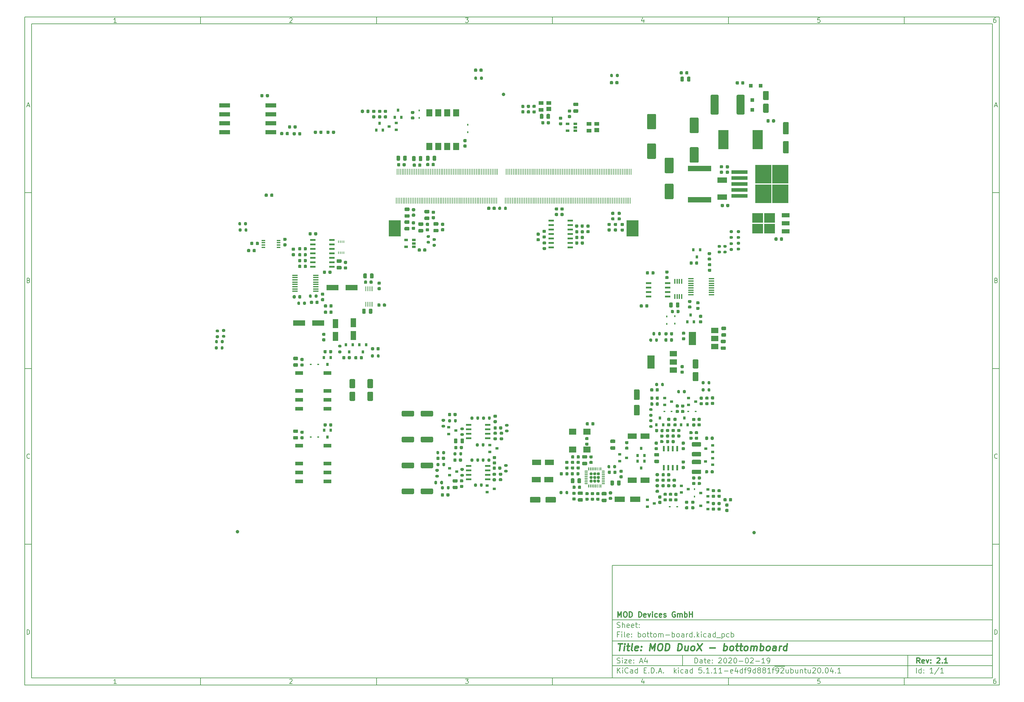
<source format=gbr>
G04 #@! TF.GenerationSoftware,KiCad,Pcbnew,5.1.11-e4df9d881f~92~ubuntu20.04.1*
G04 #@! TF.CreationDate,2021-11-17T14:43:53+01:00*
G04 #@! TF.ProjectId,bottom-board,626f7474-6f6d-42d6-926f-6172642e6b69,2.1*
G04 #@! TF.SameCoordinates,PX48111b4PY15fd6c8*
G04 #@! TF.FileFunction,Paste,Top*
G04 #@! TF.FilePolarity,Positive*
%FSLAX46Y46*%
G04 Gerber Fmt 4.6, Leading zero omitted, Abs format (unit mm)*
G04 Created by KiCad (PCBNEW 5.1.11-e4df9d881f~92~ubuntu20.04.1) date 2021-11-17 14:43:53*
%MOMM*%
%LPD*%
G01*
G04 APERTURE LIST*
%ADD10C,0.100000*%
%ADD11C,0.150000*%
%ADD12C,0.300000*%
%ADD13C,0.400000*%
%ADD14R,1.994000X3.794000*%
%ADD15R,1.994000X1.494000*%
%ADD16R,0.294000X0.794000*%
%ADD17R,3.494000X4.594000*%
%ADD18R,0.294000X1.744000*%
%ADD19R,3.050000X2.750000*%
%ADD20R,2.194000X1.194000*%
%ADD21R,1.054000X0.644000*%
%ADD22R,3.494000X1.594000*%
%ADD23R,0.794000X0.894000*%
%ADD24R,0.444000X1.444000*%
%ADD25R,0.294000X1.394000*%
%ADD26R,2.894000X5.394000*%
%ADD27R,1.994000X1.794000*%
%ADD28R,2.194000X0.994000*%
%ADD29C,0.994000*%
%ADD30R,2.994000X1.594000*%
%ADD31R,2.594000X1.594000*%
%ADD32R,1.594000X2.594000*%
%ADD33R,1.094000X1.094000*%
%ADD34R,0.894000X0.794000*%
%ADD35R,0.594000X0.444000*%
%ADD36R,1.394000X0.994000*%
%ADD37R,1.394000X1.194000*%
%ADD38R,0.444000X0.594000*%
%ADD39R,3.169000X1.264000*%
%ADD40R,0.594000X1.544000*%
%ADD41R,1.544000X0.594000*%
%ADD42R,1.494000X0.594000*%
%ADD43R,1.774000X1.994000*%
%ADD44R,1.094000X0.394000*%
%ADD45R,1.494000X0.444000*%
%ADD46R,2.694000X1.494000*%
%ADD47R,6.594000X1.494000*%
%ADD48R,4.594000X1.094000*%
%ADD49R,4.550000X5.250000*%
G04 APERTURE END LIST*
D10*
D11*
X101434660Y-142949080D02*
X101434660Y-174949080D01*
X209434660Y-174949080D01*
X209434660Y-142949080D01*
X101434660Y-142949080D01*
D10*
D11*
X-65567540Y13058120D02*
X-65567540Y-176949080D01*
X211434660Y-176949080D01*
X211434660Y13058120D01*
X-65567540Y13058120D01*
D10*
D11*
X-63567540Y11058120D02*
X-63567540Y-174949080D01*
X209434660Y-174949080D01*
X209434660Y11058120D01*
X-63567540Y11058120D01*
D10*
D11*
X-15567540Y11058120D02*
X-15567540Y13058120D01*
D10*
D11*
X34432460Y11058120D02*
X34432460Y13058120D01*
D10*
D11*
X84432460Y11058120D02*
X84432460Y13058120D01*
D10*
D11*
X134432460Y11058120D02*
X134432460Y13058120D01*
D10*
D11*
X184432460Y11058120D02*
X184432460Y13058120D01*
D10*
D11*
X-39502064Y11470025D02*
X-40244921Y11470025D01*
X-39873493Y11470025D02*
X-39873493Y12770025D01*
X-39997302Y12584311D01*
X-40121112Y12460501D01*
X-40244921Y12398597D01*
D10*
D11*
X9755079Y12646216D02*
X9816983Y12708120D01*
X9940793Y12770025D01*
X10250317Y12770025D01*
X10374126Y12708120D01*
X10436031Y12646216D01*
X10497936Y12522406D01*
X10497936Y12398597D01*
X10436031Y12212882D01*
X9693174Y11470025D01*
X10497936Y11470025D01*
D10*
D11*
X59693174Y12770025D02*
X60497936Y12770025D01*
X60064602Y12274787D01*
X60250317Y12274787D01*
X60374126Y12212882D01*
X60436031Y12150978D01*
X60497936Y12027168D01*
X60497936Y11717644D01*
X60436031Y11593835D01*
X60374126Y11531930D01*
X60250317Y11470025D01*
X59878888Y11470025D01*
X59755079Y11531930D01*
X59693174Y11593835D01*
D10*
D11*
X110374126Y12336692D02*
X110374126Y11470025D01*
X110064602Y12831930D02*
X109755079Y11903359D01*
X110559840Y11903359D01*
D10*
D11*
X160436031Y12770025D02*
X159816983Y12770025D01*
X159755079Y12150978D01*
X159816983Y12212882D01*
X159940793Y12274787D01*
X160250317Y12274787D01*
X160374126Y12212882D01*
X160436031Y12150978D01*
X160497936Y12027168D01*
X160497936Y11717644D01*
X160436031Y11593835D01*
X160374126Y11531930D01*
X160250317Y11470025D01*
X159940793Y11470025D01*
X159816983Y11531930D01*
X159755079Y11593835D01*
D10*
D11*
X210374126Y12770025D02*
X210126507Y12770025D01*
X210002698Y12708120D01*
X209940793Y12646216D01*
X209816983Y12460501D01*
X209755079Y12212882D01*
X209755079Y11717644D01*
X209816983Y11593835D01*
X209878888Y11531930D01*
X210002698Y11470025D01*
X210250317Y11470025D01*
X210374126Y11531930D01*
X210436031Y11593835D01*
X210497936Y11717644D01*
X210497936Y12027168D01*
X210436031Y12150978D01*
X210374126Y12212882D01*
X210250317Y12274787D01*
X210002698Y12274787D01*
X209878888Y12212882D01*
X209816983Y12150978D01*
X209755079Y12027168D01*
D10*
D11*
X-15567540Y-174949080D02*
X-15567540Y-176949080D01*
D10*
D11*
X34432460Y-174949080D02*
X34432460Y-176949080D01*
D10*
D11*
X84432460Y-174949080D02*
X84432460Y-176949080D01*
D10*
D11*
X134432460Y-174949080D02*
X134432460Y-176949080D01*
D10*
D11*
X184432460Y-174949080D02*
X184432460Y-176949080D01*
D10*
D11*
X-39502064Y-176537175D02*
X-40244921Y-176537175D01*
X-39873493Y-176537175D02*
X-39873493Y-175237175D01*
X-39997302Y-175422889D01*
X-40121112Y-175546699D01*
X-40244921Y-175608603D01*
D10*
D11*
X9755079Y-175360984D02*
X9816983Y-175299080D01*
X9940793Y-175237175D01*
X10250317Y-175237175D01*
X10374126Y-175299080D01*
X10436031Y-175360984D01*
X10497936Y-175484794D01*
X10497936Y-175608603D01*
X10436031Y-175794318D01*
X9693174Y-176537175D01*
X10497936Y-176537175D01*
D10*
D11*
X59693174Y-175237175D02*
X60497936Y-175237175D01*
X60064602Y-175732413D01*
X60250317Y-175732413D01*
X60374126Y-175794318D01*
X60436031Y-175856222D01*
X60497936Y-175980032D01*
X60497936Y-176289556D01*
X60436031Y-176413365D01*
X60374126Y-176475270D01*
X60250317Y-176537175D01*
X59878888Y-176537175D01*
X59755079Y-176475270D01*
X59693174Y-176413365D01*
D10*
D11*
X110374126Y-175670508D02*
X110374126Y-176537175D01*
X110064602Y-175175270D02*
X109755079Y-176103841D01*
X110559840Y-176103841D01*
D10*
D11*
X160436031Y-175237175D02*
X159816983Y-175237175D01*
X159755079Y-175856222D01*
X159816983Y-175794318D01*
X159940793Y-175732413D01*
X160250317Y-175732413D01*
X160374126Y-175794318D01*
X160436031Y-175856222D01*
X160497936Y-175980032D01*
X160497936Y-176289556D01*
X160436031Y-176413365D01*
X160374126Y-176475270D01*
X160250317Y-176537175D01*
X159940793Y-176537175D01*
X159816983Y-176475270D01*
X159755079Y-176413365D01*
D10*
D11*
X210374126Y-175237175D02*
X210126507Y-175237175D01*
X210002698Y-175299080D01*
X209940793Y-175360984D01*
X209816983Y-175546699D01*
X209755079Y-175794318D01*
X209755079Y-176289556D01*
X209816983Y-176413365D01*
X209878888Y-176475270D01*
X210002698Y-176537175D01*
X210250317Y-176537175D01*
X210374126Y-176475270D01*
X210436031Y-176413365D01*
X210497936Y-176289556D01*
X210497936Y-175980032D01*
X210436031Y-175856222D01*
X210374126Y-175794318D01*
X210250317Y-175732413D01*
X210002698Y-175732413D01*
X209878888Y-175794318D01*
X209816983Y-175856222D01*
X209755079Y-175980032D01*
D10*
D11*
X-65567540Y-36941880D02*
X-63567540Y-36941880D01*
D10*
D11*
X-65567540Y-86941880D02*
X-63567540Y-86941880D01*
D10*
D11*
X-65567540Y-136941880D02*
X-63567540Y-136941880D01*
D10*
D11*
X-64877064Y-12158546D02*
X-64258017Y-12158546D01*
X-65000874Y-12529975D02*
X-64567540Y-11229975D01*
X-64134207Y-12529975D01*
D10*
D11*
X-64474683Y-61849022D02*
X-64288969Y-61910927D01*
X-64227064Y-61972832D01*
X-64165160Y-62096641D01*
X-64165160Y-62282356D01*
X-64227064Y-62406165D01*
X-64288969Y-62468070D01*
X-64412779Y-62529975D01*
X-64908017Y-62529975D01*
X-64908017Y-61229975D01*
X-64474683Y-61229975D01*
X-64350874Y-61291880D01*
X-64288969Y-61353784D01*
X-64227064Y-61477594D01*
X-64227064Y-61601403D01*
X-64288969Y-61725213D01*
X-64350874Y-61787118D01*
X-64474683Y-61849022D01*
X-64908017Y-61849022D01*
D10*
D11*
X-64165160Y-112406165D02*
X-64227064Y-112468070D01*
X-64412779Y-112529975D01*
X-64536588Y-112529975D01*
X-64722302Y-112468070D01*
X-64846112Y-112344260D01*
X-64908017Y-112220451D01*
X-64969921Y-111972832D01*
X-64969921Y-111787118D01*
X-64908017Y-111539499D01*
X-64846112Y-111415689D01*
X-64722302Y-111291880D01*
X-64536588Y-111229975D01*
X-64412779Y-111229975D01*
X-64227064Y-111291880D01*
X-64165160Y-111353784D01*
D10*
D11*
X-64908017Y-162529975D02*
X-64908017Y-161229975D01*
X-64598493Y-161229975D01*
X-64412779Y-161291880D01*
X-64288969Y-161415689D01*
X-64227064Y-161539499D01*
X-64165160Y-161787118D01*
X-64165160Y-161972832D01*
X-64227064Y-162220451D01*
X-64288969Y-162344260D01*
X-64412779Y-162468070D01*
X-64598493Y-162529975D01*
X-64908017Y-162529975D01*
D10*
D11*
X211434660Y-36941880D02*
X209434660Y-36941880D01*
D10*
D11*
X211434660Y-86941880D02*
X209434660Y-86941880D01*
D10*
D11*
X211434660Y-136941880D02*
X209434660Y-136941880D01*
D10*
D11*
X210125136Y-12158546D02*
X210744183Y-12158546D01*
X210001326Y-12529975D02*
X210434660Y-11229975D01*
X210867993Y-12529975D01*
D10*
D11*
X210527517Y-61849022D02*
X210713231Y-61910927D01*
X210775136Y-61972832D01*
X210837040Y-62096641D01*
X210837040Y-62282356D01*
X210775136Y-62406165D01*
X210713231Y-62468070D01*
X210589421Y-62529975D01*
X210094183Y-62529975D01*
X210094183Y-61229975D01*
X210527517Y-61229975D01*
X210651326Y-61291880D01*
X210713231Y-61353784D01*
X210775136Y-61477594D01*
X210775136Y-61601403D01*
X210713231Y-61725213D01*
X210651326Y-61787118D01*
X210527517Y-61849022D01*
X210094183Y-61849022D01*
D10*
D11*
X210837040Y-112406165D02*
X210775136Y-112468070D01*
X210589421Y-112529975D01*
X210465612Y-112529975D01*
X210279898Y-112468070D01*
X210156088Y-112344260D01*
X210094183Y-112220451D01*
X210032279Y-111972832D01*
X210032279Y-111787118D01*
X210094183Y-111539499D01*
X210156088Y-111415689D01*
X210279898Y-111291880D01*
X210465612Y-111229975D01*
X210589421Y-111229975D01*
X210775136Y-111291880D01*
X210837040Y-111353784D01*
D10*
D11*
X210094183Y-162529975D02*
X210094183Y-161229975D01*
X210403707Y-161229975D01*
X210589421Y-161291880D01*
X210713231Y-161415689D01*
X210775136Y-161539499D01*
X210837040Y-161787118D01*
X210837040Y-161972832D01*
X210775136Y-162220451D01*
X210713231Y-162344260D01*
X210589421Y-162468070D01*
X210403707Y-162529975D01*
X210094183Y-162529975D01*
D10*
D11*
X124866802Y-170727651D02*
X124866802Y-169227651D01*
X125223945Y-169227651D01*
X125438231Y-169299080D01*
X125581088Y-169441937D01*
X125652517Y-169584794D01*
X125723945Y-169870508D01*
X125723945Y-170084794D01*
X125652517Y-170370508D01*
X125581088Y-170513365D01*
X125438231Y-170656222D01*
X125223945Y-170727651D01*
X124866802Y-170727651D01*
X127009660Y-170727651D02*
X127009660Y-169941937D01*
X126938231Y-169799080D01*
X126795374Y-169727651D01*
X126509660Y-169727651D01*
X126366802Y-169799080D01*
X127009660Y-170656222D02*
X126866802Y-170727651D01*
X126509660Y-170727651D01*
X126366802Y-170656222D01*
X126295374Y-170513365D01*
X126295374Y-170370508D01*
X126366802Y-170227651D01*
X126509660Y-170156222D01*
X126866802Y-170156222D01*
X127009660Y-170084794D01*
X127509660Y-169727651D02*
X128081088Y-169727651D01*
X127723945Y-169227651D02*
X127723945Y-170513365D01*
X127795374Y-170656222D01*
X127938231Y-170727651D01*
X128081088Y-170727651D01*
X129152517Y-170656222D02*
X129009660Y-170727651D01*
X128723945Y-170727651D01*
X128581088Y-170656222D01*
X128509660Y-170513365D01*
X128509660Y-169941937D01*
X128581088Y-169799080D01*
X128723945Y-169727651D01*
X129009660Y-169727651D01*
X129152517Y-169799080D01*
X129223945Y-169941937D01*
X129223945Y-170084794D01*
X128509660Y-170227651D01*
X129866802Y-170584794D02*
X129938231Y-170656222D01*
X129866802Y-170727651D01*
X129795374Y-170656222D01*
X129866802Y-170584794D01*
X129866802Y-170727651D01*
X129866802Y-169799080D02*
X129938231Y-169870508D01*
X129866802Y-169941937D01*
X129795374Y-169870508D01*
X129866802Y-169799080D01*
X129866802Y-169941937D01*
X131652517Y-169370508D02*
X131723945Y-169299080D01*
X131866802Y-169227651D01*
X132223945Y-169227651D01*
X132366802Y-169299080D01*
X132438231Y-169370508D01*
X132509660Y-169513365D01*
X132509660Y-169656222D01*
X132438231Y-169870508D01*
X131581088Y-170727651D01*
X132509660Y-170727651D01*
X133438231Y-169227651D02*
X133581088Y-169227651D01*
X133723945Y-169299080D01*
X133795374Y-169370508D01*
X133866802Y-169513365D01*
X133938231Y-169799080D01*
X133938231Y-170156222D01*
X133866802Y-170441937D01*
X133795374Y-170584794D01*
X133723945Y-170656222D01*
X133581088Y-170727651D01*
X133438231Y-170727651D01*
X133295374Y-170656222D01*
X133223945Y-170584794D01*
X133152517Y-170441937D01*
X133081088Y-170156222D01*
X133081088Y-169799080D01*
X133152517Y-169513365D01*
X133223945Y-169370508D01*
X133295374Y-169299080D01*
X133438231Y-169227651D01*
X134509660Y-169370508D02*
X134581088Y-169299080D01*
X134723945Y-169227651D01*
X135081088Y-169227651D01*
X135223945Y-169299080D01*
X135295374Y-169370508D01*
X135366802Y-169513365D01*
X135366802Y-169656222D01*
X135295374Y-169870508D01*
X134438231Y-170727651D01*
X135366802Y-170727651D01*
X136295374Y-169227651D02*
X136438231Y-169227651D01*
X136581088Y-169299080D01*
X136652517Y-169370508D01*
X136723945Y-169513365D01*
X136795374Y-169799080D01*
X136795374Y-170156222D01*
X136723945Y-170441937D01*
X136652517Y-170584794D01*
X136581088Y-170656222D01*
X136438231Y-170727651D01*
X136295374Y-170727651D01*
X136152517Y-170656222D01*
X136081088Y-170584794D01*
X136009660Y-170441937D01*
X135938231Y-170156222D01*
X135938231Y-169799080D01*
X136009660Y-169513365D01*
X136081088Y-169370508D01*
X136152517Y-169299080D01*
X136295374Y-169227651D01*
X137438231Y-170156222D02*
X138581088Y-170156222D01*
X139581088Y-169227651D02*
X139723945Y-169227651D01*
X139866802Y-169299080D01*
X139938231Y-169370508D01*
X140009660Y-169513365D01*
X140081088Y-169799080D01*
X140081088Y-170156222D01*
X140009660Y-170441937D01*
X139938231Y-170584794D01*
X139866802Y-170656222D01*
X139723945Y-170727651D01*
X139581088Y-170727651D01*
X139438231Y-170656222D01*
X139366802Y-170584794D01*
X139295374Y-170441937D01*
X139223945Y-170156222D01*
X139223945Y-169799080D01*
X139295374Y-169513365D01*
X139366802Y-169370508D01*
X139438231Y-169299080D01*
X139581088Y-169227651D01*
X140652517Y-169370508D02*
X140723945Y-169299080D01*
X140866802Y-169227651D01*
X141223945Y-169227651D01*
X141366802Y-169299080D01*
X141438231Y-169370508D01*
X141509660Y-169513365D01*
X141509660Y-169656222D01*
X141438231Y-169870508D01*
X140581088Y-170727651D01*
X141509660Y-170727651D01*
X142152517Y-170156222D02*
X143295374Y-170156222D01*
X144795374Y-170727651D02*
X143938231Y-170727651D01*
X144366802Y-170727651D02*
X144366802Y-169227651D01*
X144223945Y-169441937D01*
X144081088Y-169584794D01*
X143938231Y-169656222D01*
X145509660Y-170727651D02*
X145795374Y-170727651D01*
X145938231Y-170656222D01*
X146009660Y-170584794D01*
X146152517Y-170370508D01*
X146223945Y-170084794D01*
X146223945Y-169513365D01*
X146152517Y-169370508D01*
X146081088Y-169299080D01*
X145938231Y-169227651D01*
X145652517Y-169227651D01*
X145509660Y-169299080D01*
X145438231Y-169370508D01*
X145366802Y-169513365D01*
X145366802Y-169870508D01*
X145438231Y-170013365D01*
X145509660Y-170084794D01*
X145652517Y-170156222D01*
X145938231Y-170156222D01*
X146081088Y-170084794D01*
X146152517Y-170013365D01*
X146223945Y-169870508D01*
D10*
D11*
X101434660Y-171449080D02*
X209434660Y-171449080D01*
D10*
D11*
X102866802Y-173527651D02*
X102866802Y-172027651D01*
X103723945Y-173527651D02*
X103081088Y-172670508D01*
X103723945Y-172027651D02*
X102866802Y-172884794D01*
X104366802Y-173527651D02*
X104366802Y-172527651D01*
X104366802Y-172027651D02*
X104295374Y-172099080D01*
X104366802Y-172170508D01*
X104438231Y-172099080D01*
X104366802Y-172027651D01*
X104366802Y-172170508D01*
X105938231Y-173384794D02*
X105866802Y-173456222D01*
X105652517Y-173527651D01*
X105509660Y-173527651D01*
X105295374Y-173456222D01*
X105152517Y-173313365D01*
X105081088Y-173170508D01*
X105009660Y-172884794D01*
X105009660Y-172670508D01*
X105081088Y-172384794D01*
X105152517Y-172241937D01*
X105295374Y-172099080D01*
X105509660Y-172027651D01*
X105652517Y-172027651D01*
X105866802Y-172099080D01*
X105938231Y-172170508D01*
X107223945Y-173527651D02*
X107223945Y-172741937D01*
X107152517Y-172599080D01*
X107009660Y-172527651D01*
X106723945Y-172527651D01*
X106581088Y-172599080D01*
X107223945Y-173456222D02*
X107081088Y-173527651D01*
X106723945Y-173527651D01*
X106581088Y-173456222D01*
X106509660Y-173313365D01*
X106509660Y-173170508D01*
X106581088Y-173027651D01*
X106723945Y-172956222D01*
X107081088Y-172956222D01*
X107223945Y-172884794D01*
X108581088Y-173527651D02*
X108581088Y-172027651D01*
X108581088Y-173456222D02*
X108438231Y-173527651D01*
X108152517Y-173527651D01*
X108009660Y-173456222D01*
X107938231Y-173384794D01*
X107866802Y-173241937D01*
X107866802Y-172813365D01*
X107938231Y-172670508D01*
X108009660Y-172599080D01*
X108152517Y-172527651D01*
X108438231Y-172527651D01*
X108581088Y-172599080D01*
X110438231Y-172741937D02*
X110938231Y-172741937D01*
X111152517Y-173527651D02*
X110438231Y-173527651D01*
X110438231Y-172027651D01*
X111152517Y-172027651D01*
X111795374Y-173384794D02*
X111866802Y-173456222D01*
X111795374Y-173527651D01*
X111723945Y-173456222D01*
X111795374Y-173384794D01*
X111795374Y-173527651D01*
X112509660Y-173527651D02*
X112509660Y-172027651D01*
X112866802Y-172027651D01*
X113081088Y-172099080D01*
X113223945Y-172241937D01*
X113295374Y-172384794D01*
X113366802Y-172670508D01*
X113366802Y-172884794D01*
X113295374Y-173170508D01*
X113223945Y-173313365D01*
X113081088Y-173456222D01*
X112866802Y-173527651D01*
X112509660Y-173527651D01*
X114009660Y-173384794D02*
X114081088Y-173456222D01*
X114009660Y-173527651D01*
X113938231Y-173456222D01*
X114009660Y-173384794D01*
X114009660Y-173527651D01*
X114652517Y-173099080D02*
X115366802Y-173099080D01*
X114509660Y-173527651D02*
X115009660Y-172027651D01*
X115509660Y-173527651D01*
X116009660Y-173384794D02*
X116081088Y-173456222D01*
X116009660Y-173527651D01*
X115938231Y-173456222D01*
X116009660Y-173384794D01*
X116009660Y-173527651D01*
X119009660Y-173527651D02*
X119009660Y-172027651D01*
X119152517Y-172956222D02*
X119581088Y-173527651D01*
X119581088Y-172527651D02*
X119009660Y-173099080D01*
X120223945Y-173527651D02*
X120223945Y-172527651D01*
X120223945Y-172027651D02*
X120152517Y-172099080D01*
X120223945Y-172170508D01*
X120295374Y-172099080D01*
X120223945Y-172027651D01*
X120223945Y-172170508D01*
X121581088Y-173456222D02*
X121438231Y-173527651D01*
X121152517Y-173527651D01*
X121009660Y-173456222D01*
X120938231Y-173384794D01*
X120866802Y-173241937D01*
X120866802Y-172813365D01*
X120938231Y-172670508D01*
X121009660Y-172599080D01*
X121152517Y-172527651D01*
X121438231Y-172527651D01*
X121581088Y-172599080D01*
X122866802Y-173527651D02*
X122866802Y-172741937D01*
X122795374Y-172599080D01*
X122652517Y-172527651D01*
X122366802Y-172527651D01*
X122223945Y-172599080D01*
X122866802Y-173456222D02*
X122723945Y-173527651D01*
X122366802Y-173527651D01*
X122223945Y-173456222D01*
X122152517Y-173313365D01*
X122152517Y-173170508D01*
X122223945Y-173027651D01*
X122366802Y-172956222D01*
X122723945Y-172956222D01*
X122866802Y-172884794D01*
X124223945Y-173527651D02*
X124223945Y-172027651D01*
X124223945Y-173456222D02*
X124081088Y-173527651D01*
X123795374Y-173527651D01*
X123652517Y-173456222D01*
X123581088Y-173384794D01*
X123509660Y-173241937D01*
X123509660Y-172813365D01*
X123581088Y-172670508D01*
X123652517Y-172599080D01*
X123795374Y-172527651D01*
X124081088Y-172527651D01*
X124223945Y-172599080D01*
X126795374Y-172027651D02*
X126081088Y-172027651D01*
X126009660Y-172741937D01*
X126081088Y-172670508D01*
X126223945Y-172599080D01*
X126581088Y-172599080D01*
X126723945Y-172670508D01*
X126795374Y-172741937D01*
X126866802Y-172884794D01*
X126866802Y-173241937D01*
X126795374Y-173384794D01*
X126723945Y-173456222D01*
X126581088Y-173527651D01*
X126223945Y-173527651D01*
X126081088Y-173456222D01*
X126009660Y-173384794D01*
X127509660Y-173384794D02*
X127581088Y-173456222D01*
X127509660Y-173527651D01*
X127438231Y-173456222D01*
X127509660Y-173384794D01*
X127509660Y-173527651D01*
X129009660Y-173527651D02*
X128152517Y-173527651D01*
X128581088Y-173527651D02*
X128581088Y-172027651D01*
X128438231Y-172241937D01*
X128295374Y-172384794D01*
X128152517Y-172456222D01*
X129652517Y-173384794D02*
X129723945Y-173456222D01*
X129652517Y-173527651D01*
X129581088Y-173456222D01*
X129652517Y-173384794D01*
X129652517Y-173527651D01*
X131152517Y-173527651D02*
X130295374Y-173527651D01*
X130723945Y-173527651D02*
X130723945Y-172027651D01*
X130581088Y-172241937D01*
X130438231Y-172384794D01*
X130295374Y-172456222D01*
X132581088Y-173527651D02*
X131723945Y-173527651D01*
X132152517Y-173527651D02*
X132152517Y-172027651D01*
X132009660Y-172241937D01*
X131866802Y-172384794D01*
X131723945Y-172456222D01*
X133223945Y-172956222D02*
X134366802Y-172956222D01*
X135652517Y-173456222D02*
X135509660Y-173527651D01*
X135223945Y-173527651D01*
X135081088Y-173456222D01*
X135009660Y-173313365D01*
X135009660Y-172741937D01*
X135081088Y-172599080D01*
X135223945Y-172527651D01*
X135509660Y-172527651D01*
X135652517Y-172599080D01*
X135723945Y-172741937D01*
X135723945Y-172884794D01*
X135009660Y-173027651D01*
X137009660Y-172527651D02*
X137009660Y-173527651D01*
X136652517Y-171956222D02*
X136295374Y-173027651D01*
X137223945Y-173027651D01*
X138438231Y-173527651D02*
X138438231Y-172027651D01*
X138438231Y-173456222D02*
X138295374Y-173527651D01*
X138009660Y-173527651D01*
X137866802Y-173456222D01*
X137795374Y-173384794D01*
X137723945Y-173241937D01*
X137723945Y-172813365D01*
X137795374Y-172670508D01*
X137866802Y-172599080D01*
X138009660Y-172527651D01*
X138295374Y-172527651D01*
X138438231Y-172599080D01*
X138938231Y-172527651D02*
X139509660Y-172527651D01*
X139152517Y-173527651D02*
X139152517Y-172241937D01*
X139223945Y-172099080D01*
X139366802Y-172027651D01*
X139509660Y-172027651D01*
X140081088Y-173527651D02*
X140366802Y-173527651D01*
X140509660Y-173456222D01*
X140581088Y-173384794D01*
X140723945Y-173170508D01*
X140795374Y-172884794D01*
X140795374Y-172313365D01*
X140723945Y-172170508D01*
X140652517Y-172099080D01*
X140509660Y-172027651D01*
X140223945Y-172027651D01*
X140081088Y-172099080D01*
X140009660Y-172170508D01*
X139938231Y-172313365D01*
X139938231Y-172670508D01*
X140009660Y-172813365D01*
X140081088Y-172884794D01*
X140223945Y-172956222D01*
X140509660Y-172956222D01*
X140652517Y-172884794D01*
X140723945Y-172813365D01*
X140795374Y-172670508D01*
X142081088Y-173527651D02*
X142081088Y-172027651D01*
X142081088Y-173456222D02*
X141938231Y-173527651D01*
X141652517Y-173527651D01*
X141509660Y-173456222D01*
X141438231Y-173384794D01*
X141366802Y-173241937D01*
X141366802Y-172813365D01*
X141438231Y-172670508D01*
X141509660Y-172599080D01*
X141652517Y-172527651D01*
X141938231Y-172527651D01*
X142081088Y-172599080D01*
X143009660Y-172670508D02*
X142866802Y-172599080D01*
X142795374Y-172527651D01*
X142723945Y-172384794D01*
X142723945Y-172313365D01*
X142795374Y-172170508D01*
X142866802Y-172099080D01*
X143009660Y-172027651D01*
X143295374Y-172027651D01*
X143438231Y-172099080D01*
X143509660Y-172170508D01*
X143581088Y-172313365D01*
X143581088Y-172384794D01*
X143509660Y-172527651D01*
X143438231Y-172599080D01*
X143295374Y-172670508D01*
X143009660Y-172670508D01*
X142866802Y-172741937D01*
X142795374Y-172813365D01*
X142723945Y-172956222D01*
X142723945Y-173241937D01*
X142795374Y-173384794D01*
X142866802Y-173456222D01*
X143009660Y-173527651D01*
X143295374Y-173527651D01*
X143438231Y-173456222D01*
X143509660Y-173384794D01*
X143581088Y-173241937D01*
X143581088Y-172956222D01*
X143509660Y-172813365D01*
X143438231Y-172741937D01*
X143295374Y-172670508D01*
X144438231Y-172670508D02*
X144295374Y-172599080D01*
X144223945Y-172527651D01*
X144152517Y-172384794D01*
X144152517Y-172313365D01*
X144223945Y-172170508D01*
X144295374Y-172099080D01*
X144438231Y-172027651D01*
X144723945Y-172027651D01*
X144866802Y-172099080D01*
X144938231Y-172170508D01*
X145009660Y-172313365D01*
X145009660Y-172384794D01*
X144938231Y-172527651D01*
X144866802Y-172599080D01*
X144723945Y-172670508D01*
X144438231Y-172670508D01*
X144295374Y-172741937D01*
X144223945Y-172813365D01*
X144152517Y-172956222D01*
X144152517Y-173241937D01*
X144223945Y-173384794D01*
X144295374Y-173456222D01*
X144438231Y-173527651D01*
X144723945Y-173527651D01*
X144866802Y-173456222D01*
X144938231Y-173384794D01*
X145009660Y-173241937D01*
X145009660Y-172956222D01*
X144938231Y-172813365D01*
X144866802Y-172741937D01*
X144723945Y-172670508D01*
X146438231Y-173527651D02*
X145581088Y-173527651D01*
X146009660Y-173527651D02*
X146009660Y-172027651D01*
X145866802Y-172241937D01*
X145723945Y-172384794D01*
X145581088Y-172456222D01*
X146866802Y-172527651D02*
X147438231Y-172527651D01*
X147081088Y-173527651D02*
X147081088Y-172241937D01*
X147152517Y-172099080D01*
X147295374Y-172027651D01*
X147438231Y-172027651D01*
X147581088Y-171619080D02*
X149009660Y-171619080D01*
X148009660Y-173527651D02*
X148295374Y-173527651D01*
X148438231Y-173456222D01*
X148509660Y-173384794D01*
X148652517Y-173170508D01*
X148723945Y-172884794D01*
X148723945Y-172313365D01*
X148652517Y-172170508D01*
X148581088Y-172099080D01*
X148438231Y-172027651D01*
X148152517Y-172027651D01*
X148009660Y-172099080D01*
X147938231Y-172170508D01*
X147866802Y-172313365D01*
X147866802Y-172670508D01*
X147938231Y-172813365D01*
X148009660Y-172884794D01*
X148152517Y-172956222D01*
X148438231Y-172956222D01*
X148581088Y-172884794D01*
X148652517Y-172813365D01*
X148723945Y-172670508D01*
X149009660Y-171619080D02*
X150438231Y-171619080D01*
X149295374Y-172170508D02*
X149366802Y-172099080D01*
X149509660Y-172027651D01*
X149866802Y-172027651D01*
X150009660Y-172099080D01*
X150081088Y-172170508D01*
X150152517Y-172313365D01*
X150152517Y-172456222D01*
X150081088Y-172670508D01*
X149223945Y-173527651D01*
X150152517Y-173527651D01*
X151438231Y-172527651D02*
X151438231Y-173527651D01*
X150795374Y-172527651D02*
X150795374Y-173313365D01*
X150866802Y-173456222D01*
X151009660Y-173527651D01*
X151223945Y-173527651D01*
X151366802Y-173456222D01*
X151438231Y-173384794D01*
X152152517Y-173527651D02*
X152152517Y-172027651D01*
X152152517Y-172599080D02*
X152295374Y-172527651D01*
X152581088Y-172527651D01*
X152723945Y-172599080D01*
X152795374Y-172670508D01*
X152866802Y-172813365D01*
X152866802Y-173241937D01*
X152795374Y-173384794D01*
X152723945Y-173456222D01*
X152581088Y-173527651D01*
X152295374Y-173527651D01*
X152152517Y-173456222D01*
X154152517Y-172527651D02*
X154152517Y-173527651D01*
X153509660Y-172527651D02*
X153509660Y-173313365D01*
X153581088Y-173456222D01*
X153723945Y-173527651D01*
X153938231Y-173527651D01*
X154081088Y-173456222D01*
X154152517Y-173384794D01*
X154866802Y-172527651D02*
X154866802Y-173527651D01*
X154866802Y-172670508D02*
X154938231Y-172599080D01*
X155081088Y-172527651D01*
X155295374Y-172527651D01*
X155438231Y-172599080D01*
X155509660Y-172741937D01*
X155509660Y-173527651D01*
X156009660Y-172527651D02*
X156581088Y-172527651D01*
X156223945Y-172027651D02*
X156223945Y-173313365D01*
X156295374Y-173456222D01*
X156438231Y-173527651D01*
X156581088Y-173527651D01*
X157723945Y-172527651D02*
X157723945Y-173527651D01*
X157081088Y-172527651D02*
X157081088Y-173313365D01*
X157152517Y-173456222D01*
X157295374Y-173527651D01*
X157509660Y-173527651D01*
X157652517Y-173456222D01*
X157723945Y-173384794D01*
X158366802Y-172170508D02*
X158438231Y-172099080D01*
X158581088Y-172027651D01*
X158938231Y-172027651D01*
X159081088Y-172099080D01*
X159152517Y-172170508D01*
X159223945Y-172313365D01*
X159223945Y-172456222D01*
X159152517Y-172670508D01*
X158295374Y-173527651D01*
X159223945Y-173527651D01*
X160152517Y-172027651D02*
X160295374Y-172027651D01*
X160438231Y-172099080D01*
X160509660Y-172170508D01*
X160581088Y-172313365D01*
X160652517Y-172599080D01*
X160652517Y-172956222D01*
X160581088Y-173241937D01*
X160509660Y-173384794D01*
X160438231Y-173456222D01*
X160295374Y-173527651D01*
X160152517Y-173527651D01*
X160009660Y-173456222D01*
X159938231Y-173384794D01*
X159866802Y-173241937D01*
X159795374Y-172956222D01*
X159795374Y-172599080D01*
X159866802Y-172313365D01*
X159938231Y-172170508D01*
X160009660Y-172099080D01*
X160152517Y-172027651D01*
X161295374Y-173384794D02*
X161366802Y-173456222D01*
X161295374Y-173527651D01*
X161223945Y-173456222D01*
X161295374Y-173384794D01*
X161295374Y-173527651D01*
X162295374Y-172027651D02*
X162438231Y-172027651D01*
X162581088Y-172099080D01*
X162652517Y-172170508D01*
X162723945Y-172313365D01*
X162795374Y-172599080D01*
X162795374Y-172956222D01*
X162723945Y-173241937D01*
X162652517Y-173384794D01*
X162581088Y-173456222D01*
X162438231Y-173527651D01*
X162295374Y-173527651D01*
X162152517Y-173456222D01*
X162081088Y-173384794D01*
X162009660Y-173241937D01*
X161938231Y-172956222D01*
X161938231Y-172599080D01*
X162009660Y-172313365D01*
X162081088Y-172170508D01*
X162152517Y-172099080D01*
X162295374Y-172027651D01*
X164081088Y-172527651D02*
X164081088Y-173527651D01*
X163723945Y-171956222D02*
X163366802Y-173027651D01*
X164295374Y-173027651D01*
X164866802Y-173384794D02*
X164938231Y-173456222D01*
X164866802Y-173527651D01*
X164795374Y-173456222D01*
X164866802Y-173384794D01*
X164866802Y-173527651D01*
X166366802Y-173527651D02*
X165509659Y-173527651D01*
X165938231Y-173527651D02*
X165938231Y-172027651D01*
X165795374Y-172241937D01*
X165652517Y-172384794D01*
X165509659Y-172456222D01*
D10*
D11*
X101434660Y-168449080D02*
X209434660Y-168449080D01*
D10*
D12*
X188843945Y-170727651D02*
X188343945Y-170013365D01*
X187986802Y-170727651D02*
X187986802Y-169227651D01*
X188558231Y-169227651D01*
X188701088Y-169299080D01*
X188772517Y-169370508D01*
X188843945Y-169513365D01*
X188843945Y-169727651D01*
X188772517Y-169870508D01*
X188701088Y-169941937D01*
X188558231Y-170013365D01*
X187986802Y-170013365D01*
X190058231Y-170656222D02*
X189915374Y-170727651D01*
X189629660Y-170727651D01*
X189486802Y-170656222D01*
X189415374Y-170513365D01*
X189415374Y-169941937D01*
X189486802Y-169799080D01*
X189629660Y-169727651D01*
X189915374Y-169727651D01*
X190058231Y-169799080D01*
X190129660Y-169941937D01*
X190129660Y-170084794D01*
X189415374Y-170227651D01*
X190629660Y-169727651D02*
X190986802Y-170727651D01*
X191343945Y-169727651D01*
X191915374Y-170584794D02*
X191986802Y-170656222D01*
X191915374Y-170727651D01*
X191843945Y-170656222D01*
X191915374Y-170584794D01*
X191915374Y-170727651D01*
X191915374Y-169799080D02*
X191986802Y-169870508D01*
X191915374Y-169941937D01*
X191843945Y-169870508D01*
X191915374Y-169799080D01*
X191915374Y-169941937D01*
X193701088Y-169370508D02*
X193772517Y-169299080D01*
X193915374Y-169227651D01*
X194272517Y-169227651D01*
X194415374Y-169299080D01*
X194486802Y-169370508D01*
X194558231Y-169513365D01*
X194558231Y-169656222D01*
X194486802Y-169870508D01*
X193629660Y-170727651D01*
X194558231Y-170727651D01*
X195201088Y-170584794D02*
X195272517Y-170656222D01*
X195201088Y-170727651D01*
X195129660Y-170656222D01*
X195201088Y-170584794D01*
X195201088Y-170727651D01*
X196701088Y-170727651D02*
X195843945Y-170727651D01*
X196272517Y-170727651D02*
X196272517Y-169227651D01*
X196129660Y-169441937D01*
X195986802Y-169584794D01*
X195843945Y-169656222D01*
D10*
D11*
X102795374Y-170656222D02*
X103009660Y-170727651D01*
X103366802Y-170727651D01*
X103509660Y-170656222D01*
X103581088Y-170584794D01*
X103652517Y-170441937D01*
X103652517Y-170299080D01*
X103581088Y-170156222D01*
X103509660Y-170084794D01*
X103366802Y-170013365D01*
X103081088Y-169941937D01*
X102938231Y-169870508D01*
X102866802Y-169799080D01*
X102795374Y-169656222D01*
X102795374Y-169513365D01*
X102866802Y-169370508D01*
X102938231Y-169299080D01*
X103081088Y-169227651D01*
X103438231Y-169227651D01*
X103652517Y-169299080D01*
X104295374Y-170727651D02*
X104295374Y-169727651D01*
X104295374Y-169227651D02*
X104223945Y-169299080D01*
X104295374Y-169370508D01*
X104366802Y-169299080D01*
X104295374Y-169227651D01*
X104295374Y-169370508D01*
X104866802Y-169727651D02*
X105652517Y-169727651D01*
X104866802Y-170727651D01*
X105652517Y-170727651D01*
X106795374Y-170656222D02*
X106652517Y-170727651D01*
X106366802Y-170727651D01*
X106223945Y-170656222D01*
X106152517Y-170513365D01*
X106152517Y-169941937D01*
X106223945Y-169799080D01*
X106366802Y-169727651D01*
X106652517Y-169727651D01*
X106795374Y-169799080D01*
X106866802Y-169941937D01*
X106866802Y-170084794D01*
X106152517Y-170227651D01*
X107509660Y-170584794D02*
X107581088Y-170656222D01*
X107509660Y-170727651D01*
X107438231Y-170656222D01*
X107509660Y-170584794D01*
X107509660Y-170727651D01*
X107509660Y-169799080D02*
X107581088Y-169870508D01*
X107509660Y-169941937D01*
X107438231Y-169870508D01*
X107509660Y-169799080D01*
X107509660Y-169941937D01*
X109295374Y-170299080D02*
X110009660Y-170299080D01*
X109152517Y-170727651D02*
X109652517Y-169227651D01*
X110152517Y-170727651D01*
X111295374Y-169727651D02*
X111295374Y-170727651D01*
X110938231Y-169156222D02*
X110581088Y-170227651D01*
X111509660Y-170227651D01*
D10*
D11*
X187866802Y-173527651D02*
X187866802Y-172027651D01*
X189223945Y-173527651D02*
X189223945Y-172027651D01*
X189223945Y-173456222D02*
X189081088Y-173527651D01*
X188795374Y-173527651D01*
X188652517Y-173456222D01*
X188581088Y-173384794D01*
X188509660Y-173241937D01*
X188509660Y-172813365D01*
X188581088Y-172670508D01*
X188652517Y-172599080D01*
X188795374Y-172527651D01*
X189081088Y-172527651D01*
X189223945Y-172599080D01*
X189938231Y-173384794D02*
X190009660Y-173456222D01*
X189938231Y-173527651D01*
X189866802Y-173456222D01*
X189938231Y-173384794D01*
X189938231Y-173527651D01*
X189938231Y-172599080D02*
X190009660Y-172670508D01*
X189938231Y-172741937D01*
X189866802Y-172670508D01*
X189938231Y-172599080D01*
X189938231Y-172741937D01*
X192581088Y-173527651D02*
X191723945Y-173527651D01*
X192152517Y-173527651D02*
X192152517Y-172027651D01*
X192009660Y-172241937D01*
X191866802Y-172384794D01*
X191723945Y-172456222D01*
X194295374Y-171956222D02*
X193009660Y-173884794D01*
X195581088Y-173527651D02*
X194723945Y-173527651D01*
X195152517Y-173527651D02*
X195152517Y-172027651D01*
X195009660Y-172241937D01*
X194866802Y-172384794D01*
X194723945Y-172456222D01*
D10*
D11*
X101434660Y-164449080D02*
X209434660Y-164449080D01*
D10*
D13*
X103147040Y-165153841D02*
X104289898Y-165153841D01*
X103468469Y-167153841D02*
X103718469Y-165153841D01*
X104706564Y-167153841D02*
X104873231Y-165820508D01*
X104956564Y-165153841D02*
X104849421Y-165249080D01*
X104932755Y-165344318D01*
X105039898Y-165249080D01*
X104956564Y-165153841D01*
X104932755Y-165344318D01*
X105539898Y-165820508D02*
X106301802Y-165820508D01*
X105908945Y-165153841D02*
X105694660Y-166868127D01*
X105766088Y-167058603D01*
X105944660Y-167153841D01*
X106135136Y-167153841D01*
X107087517Y-167153841D02*
X106908945Y-167058603D01*
X106837517Y-166868127D01*
X107051802Y-165153841D01*
X108623231Y-167058603D02*
X108420850Y-167153841D01*
X108039898Y-167153841D01*
X107861326Y-167058603D01*
X107789898Y-166868127D01*
X107885136Y-166106222D01*
X108004183Y-165915746D01*
X108206564Y-165820508D01*
X108587517Y-165820508D01*
X108766088Y-165915746D01*
X108837517Y-166106222D01*
X108813707Y-166296699D01*
X107837517Y-166487175D01*
X109587517Y-166963365D02*
X109670850Y-167058603D01*
X109563707Y-167153841D01*
X109480374Y-167058603D01*
X109587517Y-166963365D01*
X109563707Y-167153841D01*
X109718469Y-165915746D02*
X109801802Y-166010984D01*
X109694660Y-166106222D01*
X109611326Y-166010984D01*
X109718469Y-165915746D01*
X109694660Y-166106222D01*
X112039898Y-167153841D02*
X112289898Y-165153841D01*
X112777993Y-166582413D01*
X113623231Y-165153841D01*
X113373231Y-167153841D01*
X114956564Y-165153841D02*
X115337517Y-165153841D01*
X115516088Y-165249080D01*
X115682755Y-165439556D01*
X115730374Y-165820508D01*
X115647040Y-166487175D01*
X115504183Y-166868127D01*
X115289898Y-167058603D01*
X115087517Y-167153841D01*
X114706564Y-167153841D01*
X114527993Y-167058603D01*
X114361326Y-166868127D01*
X114313707Y-166487175D01*
X114397040Y-165820508D01*
X114539898Y-165439556D01*
X114754183Y-165249080D01*
X114956564Y-165153841D01*
X116420850Y-167153841D02*
X116670850Y-165153841D01*
X117147040Y-165153841D01*
X117420850Y-165249080D01*
X117587517Y-165439556D01*
X117658945Y-165630032D01*
X117706564Y-166010984D01*
X117670850Y-166296699D01*
X117527993Y-166677651D01*
X117408945Y-166868127D01*
X117194660Y-167058603D01*
X116897040Y-167153841D01*
X116420850Y-167153841D01*
X119944660Y-167153841D02*
X120194660Y-165153841D01*
X120670850Y-165153841D01*
X120944660Y-165249080D01*
X121111326Y-165439556D01*
X121182755Y-165630032D01*
X121230374Y-166010984D01*
X121194660Y-166296699D01*
X121051802Y-166677651D01*
X120932755Y-166868127D01*
X120718469Y-167058603D01*
X120420850Y-167153841D01*
X119944660Y-167153841D01*
X122968469Y-165820508D02*
X122801802Y-167153841D01*
X122111326Y-165820508D02*
X121980374Y-166868127D01*
X122051802Y-167058603D01*
X122230374Y-167153841D01*
X122516088Y-167153841D01*
X122718469Y-167058603D01*
X122825612Y-166963365D01*
X124039898Y-167153841D02*
X123861326Y-167058603D01*
X123777993Y-166963365D01*
X123706564Y-166772889D01*
X123777993Y-166201460D01*
X123897040Y-166010984D01*
X124004183Y-165915746D01*
X124206564Y-165820508D01*
X124492279Y-165820508D01*
X124670850Y-165915746D01*
X124754183Y-166010984D01*
X124825612Y-166201460D01*
X124754183Y-166772889D01*
X124635136Y-166963365D01*
X124527993Y-167058603D01*
X124325612Y-167153841D01*
X124039898Y-167153841D01*
X125623231Y-165153841D02*
X126706564Y-167153841D01*
X126956564Y-165153841D02*
X125373231Y-167153841D01*
X129087517Y-166391937D02*
X130611326Y-166391937D01*
X132992279Y-167153841D02*
X133242279Y-165153841D01*
X133147040Y-165915746D02*
X133349421Y-165820508D01*
X133730374Y-165820508D01*
X133908945Y-165915746D01*
X133992279Y-166010984D01*
X134063707Y-166201460D01*
X133992279Y-166772889D01*
X133873231Y-166963365D01*
X133766088Y-167058603D01*
X133563707Y-167153841D01*
X133182755Y-167153841D01*
X133004183Y-167058603D01*
X135087517Y-167153841D02*
X134908945Y-167058603D01*
X134825612Y-166963365D01*
X134754183Y-166772889D01*
X134825612Y-166201460D01*
X134944660Y-166010984D01*
X135051802Y-165915746D01*
X135254183Y-165820508D01*
X135539898Y-165820508D01*
X135718469Y-165915746D01*
X135801802Y-166010984D01*
X135873231Y-166201460D01*
X135801802Y-166772889D01*
X135682755Y-166963365D01*
X135575612Y-167058603D01*
X135373231Y-167153841D01*
X135087517Y-167153841D01*
X136492279Y-165820508D02*
X137254183Y-165820508D01*
X136861326Y-165153841D02*
X136647040Y-166868127D01*
X136718469Y-167058603D01*
X136897040Y-167153841D01*
X137087517Y-167153841D01*
X137635136Y-165820508D02*
X138397040Y-165820508D01*
X138004183Y-165153841D02*
X137789898Y-166868127D01*
X137861326Y-167058603D01*
X138039898Y-167153841D01*
X138230374Y-167153841D01*
X139182755Y-167153841D02*
X139004183Y-167058603D01*
X138920850Y-166963365D01*
X138849421Y-166772889D01*
X138920850Y-166201460D01*
X139039898Y-166010984D01*
X139147040Y-165915746D01*
X139349421Y-165820508D01*
X139635136Y-165820508D01*
X139813707Y-165915746D01*
X139897040Y-166010984D01*
X139968469Y-166201460D01*
X139897040Y-166772889D01*
X139777993Y-166963365D01*
X139670850Y-167058603D01*
X139468469Y-167153841D01*
X139182755Y-167153841D01*
X140706564Y-167153841D02*
X140873231Y-165820508D01*
X140849421Y-166010984D02*
X140956564Y-165915746D01*
X141158945Y-165820508D01*
X141444660Y-165820508D01*
X141623231Y-165915746D01*
X141694660Y-166106222D01*
X141563707Y-167153841D01*
X141694660Y-166106222D02*
X141813707Y-165915746D01*
X142016088Y-165820508D01*
X142301802Y-165820508D01*
X142480374Y-165915746D01*
X142551802Y-166106222D01*
X142420850Y-167153841D01*
X143373231Y-167153841D02*
X143623231Y-165153841D01*
X143527993Y-165915746D02*
X143730374Y-165820508D01*
X144111326Y-165820508D01*
X144289898Y-165915746D01*
X144373231Y-166010984D01*
X144444660Y-166201460D01*
X144373231Y-166772889D01*
X144254183Y-166963365D01*
X144147040Y-167058603D01*
X143944660Y-167153841D01*
X143563707Y-167153841D01*
X143385136Y-167058603D01*
X145468469Y-167153841D02*
X145289898Y-167058603D01*
X145206564Y-166963365D01*
X145135136Y-166772889D01*
X145206564Y-166201460D01*
X145325612Y-166010984D01*
X145432755Y-165915746D01*
X145635136Y-165820508D01*
X145920850Y-165820508D01*
X146099421Y-165915746D01*
X146182755Y-166010984D01*
X146254183Y-166201460D01*
X146182755Y-166772889D01*
X146063707Y-166963365D01*
X145956564Y-167058603D01*
X145754183Y-167153841D01*
X145468469Y-167153841D01*
X147849421Y-167153841D02*
X147980374Y-166106222D01*
X147908945Y-165915746D01*
X147730374Y-165820508D01*
X147349421Y-165820508D01*
X147147040Y-165915746D01*
X147861326Y-167058603D02*
X147658945Y-167153841D01*
X147182755Y-167153841D01*
X147004183Y-167058603D01*
X146932755Y-166868127D01*
X146956564Y-166677651D01*
X147075612Y-166487175D01*
X147277993Y-166391937D01*
X147754183Y-166391937D01*
X147956564Y-166296699D01*
X148801802Y-167153841D02*
X148968469Y-165820508D01*
X148920850Y-166201460D02*
X149039898Y-166010984D01*
X149147040Y-165915746D01*
X149349421Y-165820508D01*
X149539898Y-165820508D01*
X150897040Y-167153841D02*
X151147040Y-165153841D01*
X150908945Y-167058603D02*
X150706564Y-167153841D01*
X150325612Y-167153841D01*
X150147040Y-167058603D01*
X150063707Y-166963365D01*
X149992279Y-166772889D01*
X150063707Y-166201460D01*
X150182755Y-166010984D01*
X150289898Y-165915746D01*
X150492279Y-165820508D01*
X150873231Y-165820508D01*
X151051802Y-165915746D01*
D10*
D11*
X103366802Y-162541937D02*
X102866802Y-162541937D01*
X102866802Y-163327651D02*
X102866802Y-161827651D01*
X103581088Y-161827651D01*
X104152517Y-163327651D02*
X104152517Y-162327651D01*
X104152517Y-161827651D02*
X104081088Y-161899080D01*
X104152517Y-161970508D01*
X104223945Y-161899080D01*
X104152517Y-161827651D01*
X104152517Y-161970508D01*
X105081088Y-163327651D02*
X104938231Y-163256222D01*
X104866802Y-163113365D01*
X104866802Y-161827651D01*
X106223945Y-163256222D02*
X106081088Y-163327651D01*
X105795374Y-163327651D01*
X105652517Y-163256222D01*
X105581088Y-163113365D01*
X105581088Y-162541937D01*
X105652517Y-162399080D01*
X105795374Y-162327651D01*
X106081088Y-162327651D01*
X106223945Y-162399080D01*
X106295374Y-162541937D01*
X106295374Y-162684794D01*
X105581088Y-162827651D01*
X106938231Y-163184794D02*
X107009660Y-163256222D01*
X106938231Y-163327651D01*
X106866802Y-163256222D01*
X106938231Y-163184794D01*
X106938231Y-163327651D01*
X106938231Y-162399080D02*
X107009660Y-162470508D01*
X106938231Y-162541937D01*
X106866802Y-162470508D01*
X106938231Y-162399080D01*
X106938231Y-162541937D01*
X108795374Y-163327651D02*
X108795374Y-161827651D01*
X108795374Y-162399080D02*
X108938231Y-162327651D01*
X109223945Y-162327651D01*
X109366802Y-162399080D01*
X109438231Y-162470508D01*
X109509660Y-162613365D01*
X109509660Y-163041937D01*
X109438231Y-163184794D01*
X109366802Y-163256222D01*
X109223945Y-163327651D01*
X108938231Y-163327651D01*
X108795374Y-163256222D01*
X110366802Y-163327651D02*
X110223945Y-163256222D01*
X110152517Y-163184794D01*
X110081088Y-163041937D01*
X110081088Y-162613365D01*
X110152517Y-162470508D01*
X110223945Y-162399080D01*
X110366802Y-162327651D01*
X110581088Y-162327651D01*
X110723945Y-162399080D01*
X110795374Y-162470508D01*
X110866802Y-162613365D01*
X110866802Y-163041937D01*
X110795374Y-163184794D01*
X110723945Y-163256222D01*
X110581088Y-163327651D01*
X110366802Y-163327651D01*
X111295374Y-162327651D02*
X111866802Y-162327651D01*
X111509660Y-161827651D02*
X111509660Y-163113365D01*
X111581088Y-163256222D01*
X111723945Y-163327651D01*
X111866802Y-163327651D01*
X112152517Y-162327651D02*
X112723945Y-162327651D01*
X112366802Y-161827651D02*
X112366802Y-163113365D01*
X112438231Y-163256222D01*
X112581088Y-163327651D01*
X112723945Y-163327651D01*
X113438231Y-163327651D02*
X113295374Y-163256222D01*
X113223945Y-163184794D01*
X113152517Y-163041937D01*
X113152517Y-162613365D01*
X113223945Y-162470508D01*
X113295374Y-162399080D01*
X113438231Y-162327651D01*
X113652517Y-162327651D01*
X113795374Y-162399080D01*
X113866802Y-162470508D01*
X113938231Y-162613365D01*
X113938231Y-163041937D01*
X113866802Y-163184794D01*
X113795374Y-163256222D01*
X113652517Y-163327651D01*
X113438231Y-163327651D01*
X114581088Y-163327651D02*
X114581088Y-162327651D01*
X114581088Y-162470508D02*
X114652517Y-162399080D01*
X114795374Y-162327651D01*
X115009660Y-162327651D01*
X115152517Y-162399080D01*
X115223945Y-162541937D01*
X115223945Y-163327651D01*
X115223945Y-162541937D02*
X115295374Y-162399080D01*
X115438231Y-162327651D01*
X115652517Y-162327651D01*
X115795374Y-162399080D01*
X115866802Y-162541937D01*
X115866802Y-163327651D01*
X116581088Y-162756222D02*
X117723945Y-162756222D01*
X118438231Y-163327651D02*
X118438231Y-161827651D01*
X118438231Y-162399080D02*
X118581088Y-162327651D01*
X118866802Y-162327651D01*
X119009660Y-162399080D01*
X119081088Y-162470508D01*
X119152517Y-162613365D01*
X119152517Y-163041937D01*
X119081088Y-163184794D01*
X119009660Y-163256222D01*
X118866802Y-163327651D01*
X118581088Y-163327651D01*
X118438231Y-163256222D01*
X120009660Y-163327651D02*
X119866802Y-163256222D01*
X119795374Y-163184794D01*
X119723945Y-163041937D01*
X119723945Y-162613365D01*
X119795374Y-162470508D01*
X119866802Y-162399080D01*
X120009660Y-162327651D01*
X120223945Y-162327651D01*
X120366802Y-162399080D01*
X120438231Y-162470508D01*
X120509660Y-162613365D01*
X120509660Y-163041937D01*
X120438231Y-163184794D01*
X120366802Y-163256222D01*
X120223945Y-163327651D01*
X120009660Y-163327651D01*
X121795374Y-163327651D02*
X121795374Y-162541937D01*
X121723945Y-162399080D01*
X121581088Y-162327651D01*
X121295374Y-162327651D01*
X121152517Y-162399080D01*
X121795374Y-163256222D02*
X121652517Y-163327651D01*
X121295374Y-163327651D01*
X121152517Y-163256222D01*
X121081088Y-163113365D01*
X121081088Y-162970508D01*
X121152517Y-162827651D01*
X121295374Y-162756222D01*
X121652517Y-162756222D01*
X121795374Y-162684794D01*
X122509660Y-163327651D02*
X122509660Y-162327651D01*
X122509660Y-162613365D02*
X122581088Y-162470508D01*
X122652517Y-162399080D01*
X122795374Y-162327651D01*
X122938231Y-162327651D01*
X124081088Y-163327651D02*
X124081088Y-161827651D01*
X124081088Y-163256222D02*
X123938231Y-163327651D01*
X123652517Y-163327651D01*
X123509660Y-163256222D01*
X123438231Y-163184794D01*
X123366802Y-163041937D01*
X123366802Y-162613365D01*
X123438231Y-162470508D01*
X123509660Y-162399080D01*
X123652517Y-162327651D01*
X123938231Y-162327651D01*
X124081088Y-162399080D01*
X124795374Y-163184794D02*
X124866802Y-163256222D01*
X124795374Y-163327651D01*
X124723945Y-163256222D01*
X124795374Y-163184794D01*
X124795374Y-163327651D01*
X125509660Y-163327651D02*
X125509660Y-161827651D01*
X125652517Y-162756222D02*
X126081088Y-163327651D01*
X126081088Y-162327651D02*
X125509660Y-162899080D01*
X126723945Y-163327651D02*
X126723945Y-162327651D01*
X126723945Y-161827651D02*
X126652517Y-161899080D01*
X126723945Y-161970508D01*
X126795374Y-161899080D01*
X126723945Y-161827651D01*
X126723945Y-161970508D01*
X128081088Y-163256222D02*
X127938231Y-163327651D01*
X127652517Y-163327651D01*
X127509660Y-163256222D01*
X127438231Y-163184794D01*
X127366802Y-163041937D01*
X127366802Y-162613365D01*
X127438231Y-162470508D01*
X127509660Y-162399080D01*
X127652517Y-162327651D01*
X127938231Y-162327651D01*
X128081088Y-162399080D01*
X129366802Y-163327651D02*
X129366802Y-162541937D01*
X129295374Y-162399080D01*
X129152517Y-162327651D01*
X128866802Y-162327651D01*
X128723945Y-162399080D01*
X129366802Y-163256222D02*
X129223945Y-163327651D01*
X128866802Y-163327651D01*
X128723945Y-163256222D01*
X128652517Y-163113365D01*
X128652517Y-162970508D01*
X128723945Y-162827651D01*
X128866802Y-162756222D01*
X129223945Y-162756222D01*
X129366802Y-162684794D01*
X130723945Y-163327651D02*
X130723945Y-161827651D01*
X130723945Y-163256222D02*
X130581088Y-163327651D01*
X130295374Y-163327651D01*
X130152517Y-163256222D01*
X130081088Y-163184794D01*
X130009660Y-163041937D01*
X130009660Y-162613365D01*
X130081088Y-162470508D01*
X130152517Y-162399080D01*
X130295374Y-162327651D01*
X130581088Y-162327651D01*
X130723945Y-162399080D01*
X131081088Y-163470508D02*
X132223945Y-163470508D01*
X132581088Y-162327651D02*
X132581088Y-163827651D01*
X132581088Y-162399080D02*
X132723945Y-162327651D01*
X133009660Y-162327651D01*
X133152517Y-162399080D01*
X133223945Y-162470508D01*
X133295374Y-162613365D01*
X133295374Y-163041937D01*
X133223945Y-163184794D01*
X133152517Y-163256222D01*
X133009660Y-163327651D01*
X132723945Y-163327651D01*
X132581088Y-163256222D01*
X134581088Y-163256222D02*
X134438231Y-163327651D01*
X134152517Y-163327651D01*
X134009660Y-163256222D01*
X133938231Y-163184794D01*
X133866802Y-163041937D01*
X133866802Y-162613365D01*
X133938231Y-162470508D01*
X134009660Y-162399080D01*
X134152517Y-162327651D01*
X134438231Y-162327651D01*
X134581088Y-162399080D01*
X135223945Y-163327651D02*
X135223945Y-161827651D01*
X135223945Y-162399080D02*
X135366802Y-162327651D01*
X135652517Y-162327651D01*
X135795374Y-162399080D01*
X135866802Y-162470508D01*
X135938231Y-162613365D01*
X135938231Y-163041937D01*
X135866802Y-163184794D01*
X135795374Y-163256222D01*
X135652517Y-163327651D01*
X135366802Y-163327651D01*
X135223945Y-163256222D01*
D10*
D11*
X101434660Y-158449080D02*
X209434660Y-158449080D01*
D10*
D11*
X102795374Y-160556222D02*
X103009660Y-160627651D01*
X103366802Y-160627651D01*
X103509660Y-160556222D01*
X103581088Y-160484794D01*
X103652517Y-160341937D01*
X103652517Y-160199080D01*
X103581088Y-160056222D01*
X103509660Y-159984794D01*
X103366802Y-159913365D01*
X103081088Y-159841937D01*
X102938231Y-159770508D01*
X102866802Y-159699080D01*
X102795374Y-159556222D01*
X102795374Y-159413365D01*
X102866802Y-159270508D01*
X102938231Y-159199080D01*
X103081088Y-159127651D01*
X103438231Y-159127651D01*
X103652517Y-159199080D01*
X104295374Y-160627651D02*
X104295374Y-159127651D01*
X104938231Y-160627651D02*
X104938231Y-159841937D01*
X104866802Y-159699080D01*
X104723945Y-159627651D01*
X104509660Y-159627651D01*
X104366802Y-159699080D01*
X104295374Y-159770508D01*
X106223945Y-160556222D02*
X106081088Y-160627651D01*
X105795374Y-160627651D01*
X105652517Y-160556222D01*
X105581088Y-160413365D01*
X105581088Y-159841937D01*
X105652517Y-159699080D01*
X105795374Y-159627651D01*
X106081088Y-159627651D01*
X106223945Y-159699080D01*
X106295374Y-159841937D01*
X106295374Y-159984794D01*
X105581088Y-160127651D01*
X107509660Y-160556222D02*
X107366802Y-160627651D01*
X107081088Y-160627651D01*
X106938231Y-160556222D01*
X106866802Y-160413365D01*
X106866802Y-159841937D01*
X106938231Y-159699080D01*
X107081088Y-159627651D01*
X107366802Y-159627651D01*
X107509660Y-159699080D01*
X107581088Y-159841937D01*
X107581088Y-159984794D01*
X106866802Y-160127651D01*
X108009660Y-159627651D02*
X108581088Y-159627651D01*
X108223945Y-159127651D02*
X108223945Y-160413365D01*
X108295374Y-160556222D01*
X108438231Y-160627651D01*
X108581088Y-160627651D01*
X109081088Y-160484794D02*
X109152517Y-160556222D01*
X109081088Y-160627651D01*
X109009660Y-160556222D01*
X109081088Y-160484794D01*
X109081088Y-160627651D01*
X109081088Y-159699080D02*
X109152517Y-159770508D01*
X109081088Y-159841937D01*
X109009660Y-159770508D01*
X109081088Y-159699080D01*
X109081088Y-159841937D01*
D10*
D12*
X102986802Y-157627651D02*
X102986802Y-156127651D01*
X103486802Y-157199080D01*
X103986802Y-156127651D01*
X103986802Y-157627651D01*
X104986802Y-156127651D02*
X105272517Y-156127651D01*
X105415374Y-156199080D01*
X105558231Y-156341937D01*
X105629660Y-156627651D01*
X105629660Y-157127651D01*
X105558231Y-157413365D01*
X105415374Y-157556222D01*
X105272517Y-157627651D01*
X104986802Y-157627651D01*
X104843945Y-157556222D01*
X104701088Y-157413365D01*
X104629660Y-157127651D01*
X104629660Y-156627651D01*
X104701088Y-156341937D01*
X104843945Y-156199080D01*
X104986802Y-156127651D01*
X106272517Y-157627651D02*
X106272517Y-156127651D01*
X106629660Y-156127651D01*
X106843945Y-156199080D01*
X106986802Y-156341937D01*
X107058231Y-156484794D01*
X107129660Y-156770508D01*
X107129660Y-156984794D01*
X107058231Y-157270508D01*
X106986802Y-157413365D01*
X106843945Y-157556222D01*
X106629660Y-157627651D01*
X106272517Y-157627651D01*
X108915374Y-157627651D02*
X108915374Y-156127651D01*
X109272517Y-156127651D01*
X109486802Y-156199080D01*
X109629660Y-156341937D01*
X109701088Y-156484794D01*
X109772517Y-156770508D01*
X109772517Y-156984794D01*
X109701088Y-157270508D01*
X109629660Y-157413365D01*
X109486802Y-157556222D01*
X109272517Y-157627651D01*
X108915374Y-157627651D01*
X110986802Y-157556222D02*
X110843945Y-157627651D01*
X110558231Y-157627651D01*
X110415374Y-157556222D01*
X110343945Y-157413365D01*
X110343945Y-156841937D01*
X110415374Y-156699080D01*
X110558231Y-156627651D01*
X110843945Y-156627651D01*
X110986802Y-156699080D01*
X111058231Y-156841937D01*
X111058231Y-156984794D01*
X110343945Y-157127651D01*
X111558231Y-156627651D02*
X111915374Y-157627651D01*
X112272517Y-156627651D01*
X112843945Y-157627651D02*
X112843945Y-156627651D01*
X112843945Y-156127651D02*
X112772517Y-156199080D01*
X112843945Y-156270508D01*
X112915374Y-156199080D01*
X112843945Y-156127651D01*
X112843945Y-156270508D01*
X114201088Y-157556222D02*
X114058231Y-157627651D01*
X113772517Y-157627651D01*
X113629660Y-157556222D01*
X113558231Y-157484794D01*
X113486802Y-157341937D01*
X113486802Y-156913365D01*
X113558231Y-156770508D01*
X113629660Y-156699080D01*
X113772517Y-156627651D01*
X114058231Y-156627651D01*
X114201088Y-156699080D01*
X115415374Y-157556222D02*
X115272517Y-157627651D01*
X114986802Y-157627651D01*
X114843945Y-157556222D01*
X114772517Y-157413365D01*
X114772517Y-156841937D01*
X114843945Y-156699080D01*
X114986802Y-156627651D01*
X115272517Y-156627651D01*
X115415374Y-156699080D01*
X115486802Y-156841937D01*
X115486802Y-156984794D01*
X114772517Y-157127651D01*
X116058231Y-157556222D02*
X116201088Y-157627651D01*
X116486802Y-157627651D01*
X116629660Y-157556222D01*
X116701088Y-157413365D01*
X116701088Y-157341937D01*
X116629660Y-157199080D01*
X116486802Y-157127651D01*
X116272517Y-157127651D01*
X116129660Y-157056222D01*
X116058231Y-156913365D01*
X116058231Y-156841937D01*
X116129660Y-156699080D01*
X116272517Y-156627651D01*
X116486802Y-156627651D01*
X116629660Y-156699080D01*
X119272517Y-156199080D02*
X119129660Y-156127651D01*
X118915374Y-156127651D01*
X118701088Y-156199080D01*
X118558231Y-156341937D01*
X118486802Y-156484794D01*
X118415374Y-156770508D01*
X118415374Y-156984794D01*
X118486802Y-157270508D01*
X118558231Y-157413365D01*
X118701088Y-157556222D01*
X118915374Y-157627651D01*
X119058231Y-157627651D01*
X119272517Y-157556222D01*
X119343945Y-157484794D01*
X119343945Y-156984794D01*
X119058231Y-156984794D01*
X119986802Y-157627651D02*
X119986802Y-156627651D01*
X119986802Y-156770508D02*
X120058231Y-156699080D01*
X120201088Y-156627651D01*
X120415374Y-156627651D01*
X120558231Y-156699080D01*
X120629660Y-156841937D01*
X120629660Y-157627651D01*
X120629660Y-156841937D02*
X120701088Y-156699080D01*
X120843945Y-156627651D01*
X121058231Y-156627651D01*
X121201088Y-156699080D01*
X121272517Y-156841937D01*
X121272517Y-157627651D01*
X121986802Y-157627651D02*
X121986802Y-156127651D01*
X121986802Y-156699080D02*
X122129660Y-156627651D01*
X122415374Y-156627651D01*
X122558231Y-156699080D01*
X122629660Y-156770508D01*
X122701088Y-156913365D01*
X122701088Y-157341937D01*
X122629660Y-157484794D01*
X122558231Y-157556222D01*
X122415374Y-157627651D01*
X122129660Y-157627651D01*
X121986802Y-157556222D01*
X123343945Y-157627651D02*
X123343945Y-156127651D01*
X123343945Y-156841937D02*
X124201088Y-156841937D01*
X124201088Y-157627651D02*
X124201088Y-156127651D01*
D10*
D11*
X121434660Y-168449080D02*
X121434660Y-171449080D01*
D10*
D11*
X185434660Y-168449080D02*
X185434660Y-174949080D01*
G36*
G01*
X24270760Y-56869720D02*
X23323760Y-56869720D01*
G75*
G02*
X23075260Y-56621220I0J248500D01*
G01*
X23075260Y-56124220D01*
G75*
G02*
X23323760Y-55875720I248500J0D01*
G01*
X24270760Y-55875720D01*
G75*
G02*
X24519260Y-56124220I0J-248500D01*
G01*
X24519260Y-56621220D01*
G75*
G02*
X24270760Y-56869720I-248500J0D01*
G01*
G37*
G36*
G01*
X24270760Y-58769720D02*
X23323760Y-58769720D01*
G75*
G02*
X23075260Y-58521220I0J248500D01*
G01*
X23075260Y-58024220D01*
G75*
G02*
X23323760Y-57775720I248500J0D01*
G01*
X24270760Y-57775720D01*
G75*
G02*
X24519260Y-58024220I0J-248500D01*
G01*
X24519260Y-58521220D01*
G75*
G02*
X24270760Y-58769720I-248500J0D01*
G01*
G37*
G36*
G01*
X118606960Y-68390980D02*
X118606960Y-69337980D01*
G75*
G02*
X118358460Y-69586480I-248500J0D01*
G01*
X117861460Y-69586480D01*
G75*
G02*
X117612960Y-69337980I0J248500D01*
G01*
X117612960Y-68390980D01*
G75*
G02*
X117861460Y-68142480I248500J0D01*
G01*
X118358460Y-68142480D01*
G75*
G02*
X118606960Y-68390980I0J-248500D01*
G01*
G37*
G36*
G01*
X120506960Y-68390980D02*
X120506960Y-69337980D01*
G75*
G02*
X120258460Y-69586480I-248500J0D01*
G01*
X119761460Y-69586480D01*
G75*
G02*
X119512960Y-69337980I0J248500D01*
G01*
X119512960Y-68390980D01*
G75*
G02*
X119761460Y-68142480I248500J0D01*
G01*
X120258460Y-68142480D01*
G75*
G02*
X120506960Y-68390980I0J-248500D01*
G01*
G37*
G36*
G01*
X90582960Y-13208880D02*
X91529960Y-13208880D01*
G75*
G02*
X91778460Y-13457380I0J-248500D01*
G01*
X91778460Y-13954380D01*
G75*
G02*
X91529960Y-14202880I-248500J0D01*
G01*
X90582960Y-14202880D01*
G75*
G02*
X90334460Y-13954380I0J248500D01*
G01*
X90334460Y-13457380D01*
G75*
G02*
X90582960Y-13208880I248500J0D01*
G01*
G37*
G36*
G01*
X90582960Y-11308880D02*
X91529960Y-11308880D01*
G75*
G02*
X91778460Y-11557380I0J-248500D01*
G01*
X91778460Y-12054380D01*
G75*
G02*
X91529960Y-12302880I-248500J0D01*
G01*
X90582960Y-12302880D01*
G75*
G02*
X90334460Y-12054380I0J248500D01*
G01*
X90334460Y-11557380D01*
G75*
G02*
X90582960Y-11308880I248500J0D01*
G01*
G37*
G36*
G01*
X82743960Y-15705880D02*
X82743960Y-14758880D01*
G75*
G02*
X82992460Y-14510380I248500J0D01*
G01*
X83489460Y-14510380D01*
G75*
G02*
X83737960Y-14758880I0J-248500D01*
G01*
X83737960Y-15705880D01*
G75*
G02*
X83489460Y-15954380I-248500J0D01*
G01*
X82992460Y-15954380D01*
G75*
G02*
X82743960Y-15705880I0J248500D01*
G01*
G37*
G36*
G01*
X80843960Y-15705880D02*
X80843960Y-14758880D01*
G75*
G02*
X81092460Y-14510380I248500J0D01*
G01*
X81589460Y-14510380D01*
G75*
G02*
X81837960Y-14758880I0J-248500D01*
G01*
X81837960Y-15705880D01*
G75*
G02*
X81589460Y-15954380I-248500J0D01*
G01*
X81092460Y-15954380D01*
G75*
G02*
X80843960Y-15705880I0J248500D01*
G01*
G37*
G36*
G01*
X31672960Y-60123280D02*
X31672960Y-61070280D01*
G75*
G02*
X31424460Y-61318780I-248500J0D01*
G01*
X30927460Y-61318780D01*
G75*
G02*
X30678960Y-61070280I0J248500D01*
G01*
X30678960Y-60123280D01*
G75*
G02*
X30927460Y-59874780I248500J0D01*
G01*
X31424460Y-59874780D01*
G75*
G02*
X31672960Y-60123280I0J-248500D01*
G01*
G37*
G36*
G01*
X33572960Y-60123280D02*
X33572960Y-61070280D01*
G75*
G02*
X33324460Y-61318780I-248500J0D01*
G01*
X32827460Y-61318780D01*
G75*
G02*
X32578960Y-61070280I0J248500D01*
G01*
X32578960Y-60123280D01*
G75*
G02*
X32827460Y-59874780I248500J0D01*
G01*
X33324460Y-59874780D01*
G75*
G02*
X33572960Y-60123280I0J-248500D01*
G01*
G37*
G36*
G01*
X31349780Y-70168980D02*
X31349780Y-71115980D01*
G75*
G02*
X31101280Y-71364480I-248500J0D01*
G01*
X30604280Y-71364480D01*
G75*
G02*
X30355780Y-71115980I0J248500D01*
G01*
X30355780Y-70168980D01*
G75*
G02*
X30604280Y-69920480I248500J0D01*
G01*
X31101280Y-69920480D01*
G75*
G02*
X31349780Y-70168980I0J-248500D01*
G01*
G37*
G36*
G01*
X33249780Y-70168980D02*
X33249780Y-71115980D01*
G75*
G02*
X33001280Y-71364480I-248500J0D01*
G01*
X32504280Y-71364480D01*
G75*
G02*
X32255780Y-71115980I0J248500D01*
G01*
X32255780Y-70168980D01*
G75*
G02*
X32504280Y-69920480I248500J0D01*
G01*
X33001280Y-69920480D01*
G75*
G02*
X33249780Y-70168980I0J-248500D01*
G01*
G37*
G36*
G01*
X132492960Y-80645880D02*
X133439960Y-80645880D01*
G75*
G02*
X133688460Y-80894380I0J-248500D01*
G01*
X133688460Y-81391380D01*
G75*
G02*
X133439960Y-81639880I-248500J0D01*
G01*
X132492960Y-81639880D01*
G75*
G02*
X132244460Y-81391380I0J248500D01*
G01*
X132244460Y-80894380D01*
G75*
G02*
X132492960Y-80645880I248500J0D01*
G01*
G37*
G36*
G01*
X132492960Y-78745880D02*
X133439960Y-78745880D01*
G75*
G02*
X133688460Y-78994380I0J-248500D01*
G01*
X133688460Y-79491380D01*
G75*
G02*
X133439960Y-79739880I-248500J0D01*
G01*
X132492960Y-79739880D01*
G75*
G02*
X132244460Y-79491380I0J248500D01*
G01*
X132244460Y-78994380D01*
G75*
G02*
X132492960Y-78745880I248500J0D01*
G01*
G37*
G36*
G01*
X102797260Y-119960180D02*
X102797260Y-119013180D01*
G75*
G02*
X103045760Y-118764680I248500J0D01*
G01*
X103542760Y-118764680D01*
G75*
G02*
X103791260Y-119013180I0J-248500D01*
G01*
X103791260Y-119960180D01*
G75*
G02*
X103542760Y-120208680I-248500J0D01*
G01*
X103045760Y-120208680D01*
G75*
G02*
X102797260Y-119960180I0J248500D01*
G01*
G37*
G36*
G01*
X100897260Y-119960180D02*
X100897260Y-119013180D01*
G75*
G02*
X101145760Y-118764680I248500J0D01*
G01*
X101642760Y-118764680D01*
G75*
G02*
X101891260Y-119013180I0J-248500D01*
G01*
X101891260Y-119960180D01*
G75*
G02*
X101642760Y-120208680I-248500J0D01*
G01*
X101145760Y-120208680D01*
G75*
G02*
X100897260Y-119960180I0J248500D01*
G01*
G37*
G36*
G01*
X90641560Y-118390880D02*
X90641560Y-119337880D01*
G75*
G02*
X90393060Y-119586380I-248500J0D01*
G01*
X89896060Y-119586380D01*
G75*
G02*
X89647560Y-119337880I0J248500D01*
G01*
X89647560Y-118390880D01*
G75*
G02*
X89896060Y-118142380I248500J0D01*
G01*
X90393060Y-118142380D01*
G75*
G02*
X90641560Y-118390880I0J-248500D01*
G01*
G37*
G36*
G01*
X92541560Y-118390880D02*
X92541560Y-119337880D01*
G75*
G02*
X92293060Y-119586380I-248500J0D01*
G01*
X91796060Y-119586380D01*
G75*
G02*
X91547560Y-119337880I0J248500D01*
G01*
X91547560Y-118390880D01*
G75*
G02*
X91796060Y-118142380I248500J0D01*
G01*
X92293060Y-118142380D01*
G75*
G02*
X92541560Y-118390880I0J-248500D01*
G01*
G37*
G36*
G01*
X98634760Y-123940180D02*
X99581760Y-123940180D01*
G75*
G02*
X99830260Y-124188680I0J-248500D01*
G01*
X99830260Y-124685680D01*
G75*
G02*
X99581760Y-124934180I-248500J0D01*
G01*
X98634760Y-124934180D01*
G75*
G02*
X98386260Y-124685680I0J248500D01*
G01*
X98386260Y-124188680D01*
G75*
G02*
X98634760Y-123940180I248500J0D01*
G01*
G37*
G36*
G01*
X98634760Y-122040180D02*
X99581760Y-122040180D01*
G75*
G02*
X99830260Y-122288680I0J-248500D01*
G01*
X99830260Y-122785680D01*
G75*
G02*
X99581760Y-123034180I-248500J0D01*
G01*
X98634760Y-123034180D01*
G75*
G02*
X98386260Y-122785680I0J248500D01*
G01*
X98386260Y-122288680D01*
G75*
G02*
X98634760Y-122040180I248500J0D01*
G01*
G37*
G36*
G01*
X94044560Y-112554180D02*
X93097560Y-112554180D01*
G75*
G02*
X92849060Y-112305680I0J248500D01*
G01*
X92849060Y-111808680D01*
G75*
G02*
X93097560Y-111560180I248500J0D01*
G01*
X94044560Y-111560180D01*
G75*
G02*
X94293060Y-111808680I0J-248500D01*
G01*
X94293060Y-112305680D01*
G75*
G02*
X94044560Y-112554180I-248500J0D01*
G01*
G37*
G36*
G01*
X94044560Y-114454180D02*
X93097560Y-114454180D01*
G75*
G02*
X92849060Y-114205680I0J248500D01*
G01*
X92849060Y-113708680D01*
G75*
G02*
X93097560Y-113460180I248500J0D01*
G01*
X94044560Y-113460180D01*
G75*
G02*
X94293060Y-113708680I0J-248500D01*
G01*
X94293060Y-114205680D01*
G75*
G02*
X94044560Y-114454180I-248500J0D01*
G01*
G37*
G36*
G01*
X91878360Y-123797980D02*
X92825360Y-123797980D01*
G75*
G02*
X93073860Y-124046480I0J-248500D01*
G01*
X93073860Y-124543480D01*
G75*
G02*
X92825360Y-124791980I-248500J0D01*
G01*
X91878360Y-124791980D01*
G75*
G02*
X91629860Y-124543480I0J248500D01*
G01*
X91629860Y-124046480D01*
G75*
G02*
X91878360Y-123797980I248500J0D01*
G01*
G37*
G36*
G01*
X91878360Y-121897980D02*
X92825360Y-121897980D01*
G75*
G02*
X93073860Y-122146480I0J-248500D01*
G01*
X93073860Y-122643480D01*
G75*
G02*
X92825360Y-122891980I-248500J0D01*
G01*
X91878360Y-122891980D01*
G75*
G02*
X91629860Y-122643480I0J248500D01*
G01*
X91629860Y-122146480D01*
G75*
G02*
X91878360Y-121897980I248500J0D01*
G01*
G37*
G36*
G01*
X102045560Y-108137080D02*
X101098560Y-108137080D01*
G75*
G02*
X100850060Y-107888580I0J248500D01*
G01*
X100850060Y-107391580D01*
G75*
G02*
X101098560Y-107143080I248500J0D01*
G01*
X102045560Y-107143080D01*
G75*
G02*
X102294060Y-107391580I0J-248500D01*
G01*
X102294060Y-107888580D01*
G75*
G02*
X102045560Y-108137080I-248500J0D01*
G01*
G37*
G36*
G01*
X102045560Y-110037080D02*
X101098560Y-110037080D01*
G75*
G02*
X100850060Y-109788580I0J248500D01*
G01*
X100850060Y-109291580D01*
G75*
G02*
X101098560Y-109043080I248500J0D01*
G01*
X102045560Y-109043080D01*
G75*
G02*
X102294060Y-109291580I0J-248500D01*
G01*
X102294060Y-109788580D01*
G75*
G02*
X102045560Y-110037080I-248500J0D01*
G01*
G37*
D14*
X124228460Y-78414880D03*
D15*
X130528460Y-78414880D03*
X130528460Y-76114880D03*
X130528460Y-80714880D03*
G36*
G01*
X10611960Y-20440130D02*
X10611960Y-19930630D01*
G75*
G02*
X10829210Y-19713380I217250J0D01*
G01*
X11263710Y-19713380D01*
G75*
G02*
X11480960Y-19930630I0J-217250D01*
G01*
X11480960Y-20440130D01*
G75*
G02*
X11263710Y-20657380I-217250J0D01*
G01*
X10829210Y-20657380D01*
G75*
G02*
X10611960Y-20440130I0J217250D01*
G01*
G37*
G36*
G01*
X12186960Y-20440130D02*
X12186960Y-19930630D01*
G75*
G02*
X12404210Y-19713380I217250J0D01*
G01*
X12838710Y-19713380D01*
G75*
G02*
X13055960Y-19930630I0J-217250D01*
G01*
X13055960Y-20440130D01*
G75*
G02*
X12838710Y-20657380I-217250J0D01*
G01*
X12404210Y-20657380D01*
G75*
G02*
X12186960Y-20440130I0J217250D01*
G01*
G37*
D16*
X25131460Y-53993380D03*
X24631460Y-53993380D03*
X24131460Y-53993380D03*
X23631460Y-53993380D03*
X23631460Y-50893380D03*
X24131460Y-50893380D03*
X24631460Y-50893380D03*
X25131460Y-50893380D03*
D17*
X107202460Y-47101880D03*
X39602460Y-47101880D03*
D18*
X40027460Y-39201880D03*
X40277460Y-31001880D03*
X40527460Y-39201880D03*
X40777460Y-31001880D03*
X41027460Y-39201880D03*
X41277460Y-31001880D03*
X41527460Y-39201880D03*
X41777460Y-31001880D03*
X42027460Y-39201880D03*
X42277460Y-31001880D03*
X42527460Y-39201880D03*
X42777460Y-31001880D03*
X43027460Y-39201880D03*
X43277460Y-31001880D03*
X43527460Y-39201880D03*
X43777460Y-31001880D03*
X44027460Y-39201880D03*
X44277460Y-31001880D03*
X44527460Y-39201880D03*
X44777460Y-31001880D03*
X45027460Y-39201880D03*
X45277460Y-31001880D03*
X45527460Y-39201880D03*
X45777460Y-31001880D03*
X46027460Y-39201880D03*
X46277460Y-31001880D03*
X46527460Y-39201880D03*
X46777460Y-31001880D03*
X47027460Y-39201880D03*
X47277460Y-31001880D03*
X47527460Y-39201880D03*
X47777460Y-31001880D03*
X48027460Y-39201880D03*
X48277460Y-31001880D03*
X48527460Y-39201880D03*
X48777460Y-31001880D03*
X49027460Y-39201880D03*
X49277460Y-31001880D03*
X49527460Y-39201880D03*
X49777460Y-31001880D03*
X50027460Y-39201880D03*
X50277460Y-31001880D03*
X50527460Y-39201880D03*
X50777460Y-31001880D03*
X51027460Y-39201880D03*
X51277460Y-31001880D03*
X51527460Y-39201880D03*
X51777460Y-31001880D03*
X52027460Y-39201880D03*
X52277460Y-31001880D03*
X52527460Y-39201880D03*
X52777460Y-31001880D03*
X53027460Y-39201880D03*
X53277460Y-31001880D03*
X53527460Y-39201880D03*
X53777460Y-31001880D03*
X54027460Y-39201880D03*
X54277460Y-31001880D03*
X54527460Y-39201880D03*
X54777460Y-31001880D03*
X55027460Y-39201880D03*
X55277460Y-31001880D03*
X55527460Y-39201880D03*
X55777460Y-31001880D03*
X56027460Y-39201880D03*
X56277460Y-31001880D03*
X56527460Y-39201880D03*
X56777460Y-31001880D03*
X57027460Y-39201880D03*
X57277460Y-31001880D03*
X57527460Y-39201880D03*
X57777460Y-31001880D03*
X58027460Y-39201880D03*
X58277460Y-31001880D03*
X58527460Y-39201880D03*
X58777460Y-31001880D03*
X59027460Y-39201880D03*
X59277460Y-31001880D03*
X59527460Y-39201880D03*
X59777460Y-31001880D03*
X60027460Y-39201880D03*
X60277460Y-31001880D03*
X60527460Y-39201880D03*
X60777460Y-31001880D03*
X61027460Y-39201880D03*
X61277460Y-31001880D03*
X61527460Y-39201880D03*
X61777460Y-31001880D03*
X62027460Y-39201880D03*
X62277460Y-31001880D03*
X62527460Y-39201880D03*
X62777460Y-31001880D03*
X63027460Y-39201880D03*
X63277460Y-31001880D03*
X63527460Y-39201880D03*
X63777460Y-31001880D03*
X64027460Y-39201880D03*
X64277460Y-31001880D03*
X64527460Y-39201880D03*
X64777460Y-31001880D03*
X65027460Y-39201880D03*
X65277460Y-31001880D03*
X65527460Y-39201880D03*
X65777460Y-31001880D03*
X66027460Y-39201880D03*
X66277460Y-31001880D03*
X66527460Y-39201880D03*
X66777460Y-31001880D03*
X67027460Y-39201880D03*
X67277460Y-31001880D03*
X67527460Y-39201880D03*
X67777460Y-31001880D03*
X68027460Y-39201880D03*
X68277460Y-31001880D03*
X68527460Y-39201880D03*
X68777460Y-31001880D03*
X71027460Y-39201880D03*
X71277460Y-31001880D03*
X71527460Y-39201880D03*
X71777460Y-31001880D03*
X72027460Y-39201880D03*
X72277460Y-31001880D03*
X72527460Y-39201880D03*
X72777460Y-31001880D03*
X73027460Y-39201880D03*
X73277460Y-31001880D03*
X73527460Y-39201880D03*
X73777460Y-31001880D03*
X74027460Y-39201880D03*
X74277460Y-31001880D03*
X74527460Y-39201880D03*
X74777460Y-31001880D03*
X75027460Y-39201880D03*
X75277460Y-31001880D03*
X75527460Y-39201880D03*
X75777460Y-31001880D03*
X76027460Y-39201880D03*
X76277460Y-31001880D03*
X76527460Y-39201880D03*
X76777460Y-31001880D03*
X77027460Y-39201880D03*
X77277460Y-31001880D03*
X77527460Y-39201880D03*
X77777460Y-31001880D03*
X78027460Y-39201880D03*
X78277460Y-31001880D03*
X78527460Y-39201880D03*
X78777460Y-31001880D03*
X79027460Y-39201880D03*
X79277460Y-31001880D03*
X79527460Y-39201880D03*
X79777460Y-31001880D03*
X80027460Y-39201880D03*
X80277460Y-31001880D03*
X80527460Y-39201880D03*
X80777460Y-31001880D03*
X81027460Y-39201880D03*
X81277460Y-31001880D03*
X81527460Y-39201880D03*
X81777460Y-31001880D03*
X82027460Y-39201880D03*
X82277460Y-31001880D03*
X82527460Y-39201880D03*
X82777460Y-31001880D03*
X83027460Y-39201880D03*
X83277460Y-31001880D03*
X83527460Y-39201880D03*
X83777460Y-31001880D03*
X84027460Y-39201880D03*
X84277460Y-31001880D03*
X84527460Y-39201880D03*
X84777460Y-31001880D03*
X85027460Y-39201880D03*
X85277460Y-31001880D03*
X85527460Y-39201880D03*
X85777460Y-31001880D03*
X86027460Y-39201880D03*
X86277460Y-31001880D03*
X86527460Y-39201880D03*
X86777460Y-31001880D03*
X87027460Y-39201880D03*
X87277460Y-31001880D03*
X87527460Y-39201880D03*
X87777460Y-31001880D03*
X88027460Y-39201880D03*
X88277460Y-31001880D03*
X88527460Y-39201880D03*
X88777460Y-31001880D03*
X89027460Y-39201880D03*
X89277460Y-31001880D03*
X89527460Y-39201880D03*
X89777460Y-31001880D03*
X90027460Y-39201880D03*
X90277460Y-31001880D03*
X90527460Y-39201880D03*
X90777460Y-31001880D03*
X91027460Y-39201880D03*
X91277460Y-31001880D03*
X91527460Y-39201880D03*
X91777460Y-31001880D03*
X92027460Y-39201880D03*
X92277460Y-31001880D03*
X92527460Y-39201880D03*
X92777460Y-31001880D03*
X93027460Y-39201880D03*
X93277460Y-31001880D03*
X93527460Y-39201880D03*
X93777460Y-31001880D03*
X94027460Y-39201880D03*
X94277460Y-31001880D03*
X94527460Y-39201880D03*
X94777460Y-31001880D03*
X95027460Y-39201880D03*
X95277460Y-31001880D03*
X95527460Y-39201880D03*
X95777460Y-31001880D03*
X96027460Y-39201880D03*
X96277460Y-31001880D03*
X96527460Y-39201880D03*
X96777460Y-31001880D03*
X97027460Y-39201880D03*
X97277460Y-31001880D03*
X97527460Y-39201880D03*
X97777460Y-31001880D03*
X98027460Y-39201880D03*
X98277460Y-31001880D03*
X98527460Y-39201880D03*
X98777460Y-31001880D03*
X99027460Y-39201880D03*
X99277460Y-31001880D03*
X99527460Y-39201880D03*
X99777460Y-31001880D03*
X100027460Y-39201880D03*
X100277460Y-31001880D03*
X100527460Y-39201880D03*
X100777460Y-31001880D03*
X101027460Y-39201880D03*
X101277460Y-31001880D03*
X101527460Y-39201880D03*
X101777460Y-31001880D03*
X102027460Y-39201880D03*
X102277460Y-31001880D03*
X102527460Y-39201880D03*
X102777460Y-31001880D03*
X103027460Y-39201880D03*
X103277460Y-31001880D03*
X103527460Y-39201880D03*
X103777460Y-31001880D03*
X104027460Y-39201880D03*
X104277460Y-31001880D03*
X104527460Y-39201880D03*
X104777460Y-31001880D03*
X105027460Y-39201880D03*
X105277460Y-31001880D03*
X105527460Y-39201880D03*
X105777460Y-31001880D03*
X106027460Y-39201880D03*
X106277460Y-31001880D03*
X106527460Y-39201880D03*
X106777460Y-31001880D03*
G36*
G01*
X50830060Y-42945680D02*
X50333060Y-42945680D01*
G75*
G02*
X50109560Y-42722180I0J223500D01*
G01*
X50109560Y-42275180D01*
G75*
G02*
X50333060Y-42051680I223500J0D01*
G01*
X50830060Y-42051680D01*
G75*
G02*
X51053560Y-42275180I0J-223500D01*
G01*
X51053560Y-42722180D01*
G75*
G02*
X50830060Y-42945680I-223500J0D01*
G01*
G37*
G36*
G01*
X50830060Y-44495680D02*
X50333060Y-44495680D01*
G75*
G02*
X50109560Y-44272180I0J223500D01*
G01*
X50109560Y-43825180D01*
G75*
G02*
X50333060Y-43601680I223500J0D01*
G01*
X50830060Y-43601680D01*
G75*
G02*
X51053560Y-43825180I0J-223500D01*
G01*
X51053560Y-44272180D01*
G75*
G02*
X50830060Y-44495680I-223500J0D01*
G01*
G37*
D19*
X146105060Y-44098480D03*
X142755060Y-47148480D03*
X146105060Y-47148480D03*
X142755060Y-44098480D03*
D20*
X150730060Y-43343480D03*
X150730060Y-45623480D03*
X150730060Y-47903480D03*
G36*
G01*
X113607360Y-79107480D02*
X113607360Y-78560480D01*
G75*
G02*
X113805860Y-78361980I198500J0D01*
G01*
X114202860Y-78361980D01*
G75*
G02*
X114401360Y-78560480I0J-198500D01*
G01*
X114401360Y-79107480D01*
G75*
G02*
X114202860Y-79305980I-198500J0D01*
G01*
X113805860Y-79305980D01*
G75*
G02*
X113607360Y-79107480I0J198500D01*
G01*
G37*
G36*
G01*
X111957360Y-79107480D02*
X111957360Y-78560480D01*
G75*
G02*
X112155860Y-78361980I198500J0D01*
G01*
X112552860Y-78361980D01*
G75*
G02*
X112751360Y-78560480I0J-198500D01*
G01*
X112751360Y-79107480D01*
G75*
G02*
X112552860Y-79305980I-198500J0D01*
G01*
X112155860Y-79305980D01*
G75*
G02*
X111957360Y-79107480I0J198500D01*
G01*
G37*
G36*
G01*
X114459260Y-77316780D02*
X114459260Y-76769780D01*
G75*
G02*
X114657760Y-76571280I198500J0D01*
G01*
X115054760Y-76571280D01*
G75*
G02*
X115253260Y-76769780I0J-198500D01*
G01*
X115253260Y-77316780D01*
G75*
G02*
X115054760Y-77515280I-198500J0D01*
G01*
X114657760Y-77515280D01*
G75*
G02*
X114459260Y-77316780I0J198500D01*
G01*
G37*
G36*
G01*
X112809260Y-77316780D02*
X112809260Y-76769780D01*
G75*
G02*
X113007760Y-76571280I198500J0D01*
G01*
X113404760Y-76571280D01*
G75*
G02*
X113603260Y-76769780I0J-198500D01*
G01*
X113603260Y-77316780D01*
G75*
G02*
X113404760Y-77515280I-198500J0D01*
G01*
X113007760Y-77515280D01*
G75*
G02*
X112809260Y-77316780I0J198500D01*
G01*
G37*
G36*
G01*
X116897670Y-105704480D02*
X117407170Y-105704480D01*
G75*
G02*
X117624420Y-105921730I0J-217250D01*
G01*
X117624420Y-106356230D01*
G75*
G02*
X117407170Y-106573480I-217250J0D01*
G01*
X116897670Y-106573480D01*
G75*
G02*
X116680420Y-106356230I0J217250D01*
G01*
X116680420Y-105921730D01*
G75*
G02*
X116897670Y-105704480I217250J0D01*
G01*
G37*
G36*
G01*
X116897670Y-104129480D02*
X117407170Y-104129480D01*
G75*
G02*
X117624420Y-104346730I0J-217250D01*
G01*
X117624420Y-104781230D01*
G75*
G02*
X117407170Y-104998480I-217250J0D01*
G01*
X116897670Y-104998480D01*
G75*
G02*
X116680420Y-104781230I0J217250D01*
G01*
X116680420Y-104346730D01*
G75*
G02*
X116897670Y-104129480I217250J0D01*
G01*
G37*
G36*
G01*
X28112460Y-84130630D02*
X28112460Y-83621130D01*
G75*
G02*
X28329710Y-83403880I217250J0D01*
G01*
X28764210Y-83403880D01*
G75*
G02*
X28981460Y-83621130I0J-217250D01*
G01*
X28981460Y-84130630D01*
G75*
G02*
X28764210Y-84347880I-217250J0D01*
G01*
X28329710Y-84347880D01*
G75*
G02*
X28112460Y-84130630I0J217250D01*
G01*
G37*
G36*
G01*
X29687460Y-84130630D02*
X29687460Y-83621130D01*
G75*
G02*
X29904710Y-83403880I217250J0D01*
G01*
X30339210Y-83403880D01*
G75*
G02*
X30556460Y-83621130I0J-217250D01*
G01*
X30556460Y-84130630D01*
G75*
G02*
X30339210Y-84347880I-217250J0D01*
G01*
X29904710Y-84347880D01*
G75*
G02*
X29687460Y-84130630I0J217250D01*
G01*
G37*
G36*
G01*
X129270710Y-54676880D02*
X128761210Y-54676880D01*
G75*
G02*
X128543960Y-54459630I0J217250D01*
G01*
X128543960Y-54025130D01*
G75*
G02*
X128761210Y-53807880I217250J0D01*
G01*
X129270710Y-53807880D01*
G75*
G02*
X129487960Y-54025130I0J-217250D01*
G01*
X129487960Y-54459630D01*
G75*
G02*
X129270710Y-54676880I-217250J0D01*
G01*
G37*
G36*
G01*
X129270710Y-56251880D02*
X128761210Y-56251880D01*
G75*
G02*
X128543960Y-56034630I0J217250D01*
G01*
X128543960Y-55600130D01*
G75*
G02*
X128761210Y-55382880I217250J0D01*
G01*
X129270710Y-55382880D01*
G75*
G02*
X129487960Y-55600130I0J-217250D01*
G01*
X129487960Y-56034630D01*
G75*
G02*
X129270710Y-56251880I-217250J0D01*
G01*
G37*
D21*
X42809160Y-52311380D03*
X42809160Y-50411380D03*
X45009160Y-50411380D03*
X45009160Y-51361380D03*
X45009160Y-52311380D03*
G36*
G01*
X134953560Y-52693080D02*
X135500560Y-52693080D01*
G75*
G02*
X135699060Y-52891580I0J-198500D01*
G01*
X135699060Y-53288580D01*
G75*
G02*
X135500560Y-53487080I-198500J0D01*
G01*
X134953560Y-53487080D01*
G75*
G02*
X134755060Y-53288580I0J198500D01*
G01*
X134755060Y-52891580D01*
G75*
G02*
X134953560Y-52693080I198500J0D01*
G01*
G37*
G36*
G01*
X134953560Y-51043080D02*
X135500560Y-51043080D01*
G75*
G02*
X135699060Y-51241580I0J-198500D01*
G01*
X135699060Y-51638580D01*
G75*
G02*
X135500560Y-51837080I-198500J0D01*
G01*
X134953560Y-51837080D01*
G75*
G02*
X134755060Y-51638580I0J198500D01*
G01*
X134755060Y-51241580D01*
G75*
G02*
X134953560Y-51043080I198500J0D01*
G01*
G37*
G36*
G01*
X49432660Y-49779680D02*
X48885660Y-49779680D01*
G75*
G02*
X48687160Y-49581180I0J198500D01*
G01*
X48687160Y-49184180D01*
G75*
G02*
X48885660Y-48985680I198500J0D01*
G01*
X49432660Y-48985680D01*
G75*
G02*
X49631160Y-49184180I0J-198500D01*
G01*
X49631160Y-49581180D01*
G75*
G02*
X49432660Y-49779680I-198500J0D01*
G01*
G37*
G36*
G01*
X49432660Y-51429680D02*
X48885660Y-51429680D01*
G75*
G02*
X48687160Y-51231180I0J198500D01*
G01*
X48687160Y-50834180D01*
G75*
G02*
X48885660Y-50635680I198500J0D01*
G01*
X49432660Y-50635680D01*
G75*
G02*
X49631160Y-50834180I0J-198500D01*
G01*
X49631160Y-51231180D01*
G75*
G02*
X49432660Y-51429680I-198500J0D01*
G01*
G37*
G36*
G01*
X51070960Y-50643280D02*
X50523960Y-50643280D01*
G75*
G02*
X50325460Y-50444780I0J198500D01*
G01*
X50325460Y-50047780D01*
G75*
G02*
X50523960Y-49849280I198500J0D01*
G01*
X51070960Y-49849280D01*
G75*
G02*
X51269460Y-50047780I0J-198500D01*
G01*
X51269460Y-50444780D01*
G75*
G02*
X51070960Y-50643280I-198500J0D01*
G01*
G37*
G36*
G01*
X51070960Y-52293280D02*
X50523960Y-52293280D01*
G75*
G02*
X50325460Y-52094780I0J198500D01*
G01*
X50325460Y-51697780D01*
G75*
G02*
X50523960Y-51499280I198500J0D01*
G01*
X51070960Y-51499280D01*
G75*
G02*
X51269460Y-51697780I0J-198500D01*
G01*
X51269460Y-52094780D01*
G75*
G02*
X51070960Y-52293280I-198500J0D01*
G01*
G37*
G36*
G01*
X70676780Y-41660260D02*
X70676780Y-41113260D01*
G75*
G02*
X70875280Y-40914760I198500J0D01*
G01*
X71272280Y-40914760D01*
G75*
G02*
X71470780Y-41113260I0J-198500D01*
G01*
X71470780Y-41660260D01*
G75*
G02*
X71272280Y-41858760I-198500J0D01*
G01*
X70875280Y-41858760D01*
G75*
G02*
X70676780Y-41660260I0J198500D01*
G01*
G37*
G36*
G01*
X69026780Y-41660260D02*
X69026780Y-41113260D01*
G75*
G02*
X69225280Y-40914760I198500J0D01*
G01*
X69622280Y-40914760D01*
G75*
G02*
X69820780Y-41113260I0J-198500D01*
G01*
X69820780Y-41660260D01*
G75*
G02*
X69622280Y-41858760I-198500J0D01*
G01*
X69225280Y-41858760D01*
G75*
G02*
X69026780Y-41660260I0J198500D01*
G01*
G37*
G36*
G01*
X45094660Y-106581642D02*
X45094660Y-107677518D01*
G75*
G02*
X44845598Y-107926580I-249062J0D01*
G01*
X41849722Y-107926580D01*
G75*
G02*
X41600660Y-107677518I0J249062D01*
G01*
X41600660Y-106581642D01*
G75*
G02*
X41849722Y-106332580I249062J0D01*
G01*
X44845598Y-106332580D01*
G75*
G02*
X45094660Y-106581642I0J-249062D01*
G01*
G37*
G36*
G01*
X50494660Y-106581642D02*
X50494660Y-107677518D01*
G75*
G02*
X50245598Y-107926580I-249062J0D01*
G01*
X47249722Y-107926580D01*
G75*
G02*
X47000660Y-107677518I0J249062D01*
G01*
X47000660Y-106581642D01*
G75*
G02*
X47249722Y-106332580I249062J0D01*
G01*
X50245598Y-106332580D01*
G75*
G02*
X50494660Y-106581642I0J-249062D01*
G01*
G37*
G36*
G01*
X47683460Y-53491980D02*
X47683460Y-52994980D01*
G75*
G02*
X47906960Y-52771480I223500J0D01*
G01*
X48353960Y-52771480D01*
G75*
G02*
X48577460Y-52994980I0J-223500D01*
G01*
X48577460Y-53491980D01*
G75*
G02*
X48353960Y-53715480I-223500J0D01*
G01*
X47906960Y-53715480D01*
G75*
G02*
X47683460Y-53491980I0J223500D01*
G01*
G37*
G36*
G01*
X46133460Y-53491980D02*
X46133460Y-52994980D01*
G75*
G02*
X46356960Y-52771480I223500J0D01*
G01*
X46803960Y-52771480D01*
G75*
G02*
X47027460Y-52994980I0J-223500D01*
G01*
X47027460Y-53491980D01*
G75*
G02*
X46803960Y-53715480I-223500J0D01*
G01*
X46356960Y-53715480D01*
G75*
G02*
X46133460Y-53491980I0J223500D01*
G01*
G37*
G36*
G01*
X42015060Y-27593080D02*
X42015060Y-26646080D01*
G75*
G02*
X42263560Y-26397580I248500J0D01*
G01*
X42760560Y-26397580D01*
G75*
G02*
X43009060Y-26646080I0J-248500D01*
G01*
X43009060Y-27593080D01*
G75*
G02*
X42760560Y-27841580I-248500J0D01*
G01*
X42263560Y-27841580D01*
G75*
G02*
X42015060Y-27593080I0J248500D01*
G01*
G37*
G36*
G01*
X40115060Y-27593080D02*
X40115060Y-26646080D01*
G75*
G02*
X40363560Y-26397580I248500J0D01*
G01*
X40860560Y-26397580D01*
G75*
G02*
X41109060Y-26646080I0J-248500D01*
G01*
X41109060Y-27593080D01*
G75*
G02*
X40860560Y-27841580I-248500J0D01*
G01*
X40363560Y-27841580D01*
G75*
G02*
X40115060Y-27593080I0J248500D01*
G01*
G37*
G36*
G01*
X41173360Y-28725280D02*
X41173360Y-29222280D01*
G75*
G02*
X40949860Y-29445780I-223500J0D01*
G01*
X40502860Y-29445780D01*
G75*
G02*
X40279360Y-29222280I0J223500D01*
G01*
X40279360Y-28725280D01*
G75*
G02*
X40502860Y-28501780I223500J0D01*
G01*
X40949860Y-28501780D01*
G75*
G02*
X41173360Y-28725280I0J-223500D01*
G01*
G37*
G36*
G01*
X42723360Y-28725280D02*
X42723360Y-29222280D01*
G75*
G02*
X42499860Y-29445780I-223500J0D01*
G01*
X42052860Y-29445780D01*
G75*
G02*
X41829360Y-29222280I0J223500D01*
G01*
X41829360Y-28725280D01*
G75*
G02*
X42052860Y-28501780I223500J0D01*
G01*
X42499860Y-28501780D01*
G75*
G02*
X42723360Y-28725280I0J-223500D01*
G01*
G37*
G36*
G01*
X125696360Y-28385780D02*
X123701160Y-28385780D01*
G75*
G02*
X123451760Y-28136380I0J249400D01*
G01*
X123451760Y-24241180D01*
G75*
G02*
X123701160Y-23991780I249400J0D01*
G01*
X125696360Y-23991780D01*
G75*
G02*
X125945760Y-24241180I0J-249400D01*
G01*
X125945760Y-28136380D01*
G75*
G02*
X125696360Y-28385780I-249400J0D01*
G01*
G37*
G36*
G01*
X125696360Y-19985780D02*
X123701160Y-19985780D01*
G75*
G02*
X123451760Y-19736380I0J249400D01*
G01*
X123451760Y-15841180D01*
G75*
G02*
X123701160Y-15591780I249400J0D01*
G01*
X125696360Y-15591780D01*
G75*
G02*
X125945760Y-15841180I0J-249400D01*
G01*
X125945760Y-19736380D01*
G75*
G02*
X125696360Y-19985780I-249400J0D01*
G01*
G37*
D22*
X21932460Y-63941880D03*
X27332460Y-63941880D03*
D23*
X120944600Y-102988620D03*
X122844600Y-102988620D03*
X121894600Y-100988620D03*
D24*
X119200020Y-62102640D03*
X119850020Y-62102640D03*
X120500020Y-62102640D03*
X121150020Y-62102640D03*
X121150020Y-66502640D03*
X120500020Y-66502640D03*
X119850020Y-66502640D03*
X119200020Y-66502640D03*
D23*
X123682460Y-71691880D03*
X124632460Y-73691880D03*
X122732460Y-73691880D03*
G36*
G01*
X118995710Y-100959560D02*
X119505210Y-100959560D01*
G75*
G02*
X119722460Y-101176810I0J-217250D01*
G01*
X119722460Y-101611310D01*
G75*
G02*
X119505210Y-101828560I-217250J0D01*
G01*
X118995710Y-101828560D01*
G75*
G02*
X118778460Y-101611310I0J217250D01*
G01*
X118778460Y-101176810D01*
G75*
G02*
X118995710Y-100959560I217250J0D01*
G01*
G37*
G36*
G01*
X118995710Y-102534560D02*
X119505210Y-102534560D01*
G75*
G02*
X119722460Y-102751810I0J-217250D01*
G01*
X119722460Y-103186310D01*
G75*
G02*
X119505210Y-103403560I-217250J0D01*
G01*
X118995710Y-103403560D01*
G75*
G02*
X118778460Y-103186310I0J217250D01*
G01*
X118778460Y-102751810D01*
G75*
G02*
X118995710Y-102534560I217250J0D01*
G01*
G37*
D25*
X31300620Y-68633700D03*
X31800620Y-68633700D03*
X32300620Y-68633700D03*
X32800620Y-68633700D03*
X33300620Y-68633700D03*
X33300620Y-64233700D03*
X32800620Y-64233700D03*
X32300620Y-64233700D03*
X31800620Y-64233700D03*
X31300620Y-64233700D03*
G36*
G01*
X18858830Y-65353180D02*
X19368330Y-65353180D01*
G75*
G02*
X19585580Y-65570430I0J-217250D01*
G01*
X19585580Y-66004930D01*
G75*
G02*
X19368330Y-66222180I-217250J0D01*
G01*
X18858830Y-66222180D01*
G75*
G02*
X18641580Y-66004930I0J217250D01*
G01*
X18641580Y-65570430D01*
G75*
G02*
X18858830Y-65353180I217250J0D01*
G01*
G37*
G36*
G01*
X18858830Y-66928180D02*
X19368330Y-66928180D01*
G75*
G02*
X19585580Y-67145430I0J-217250D01*
G01*
X19585580Y-67579930D01*
G75*
G02*
X19368330Y-67797180I-217250J0D01*
G01*
X18858830Y-67797180D01*
G75*
G02*
X18641580Y-67579930I0J217250D01*
G01*
X18641580Y-67145430D01*
G75*
G02*
X18858830Y-66928180I217250J0D01*
G01*
G37*
D26*
X142718660Y-21861780D03*
X133018660Y-21861780D03*
D27*
X90195654Y-104907482D03*
X90195654Y-109987482D03*
X94195654Y-109987482D03*
X94195654Y-104907482D03*
G36*
G01*
X96342460Y-102417130D02*
X96342460Y-102926630D01*
G75*
G02*
X96125210Y-103143880I-217250J0D01*
G01*
X95690710Y-103143880D01*
G75*
G02*
X95473460Y-102926630I0J217250D01*
G01*
X95473460Y-102417130D01*
G75*
G02*
X95690710Y-102199880I217250J0D01*
G01*
X96125210Y-102199880D01*
G75*
G02*
X96342460Y-102417130I0J-217250D01*
G01*
G37*
G36*
G01*
X94767460Y-102417130D02*
X94767460Y-102926630D01*
G75*
G02*
X94550210Y-103143880I-217250J0D01*
G01*
X94115710Y-103143880D01*
G75*
G02*
X93898460Y-102926630I0J217250D01*
G01*
X93898460Y-102417130D01*
G75*
G02*
X94115710Y-102199880I217250J0D01*
G01*
X94550210Y-102199880D01*
G75*
G02*
X94767460Y-102417130I0J-217250D01*
G01*
G37*
G36*
G01*
X79469730Y-12819540D02*
X78960230Y-12819540D01*
G75*
G02*
X78742980Y-12602290I0J217250D01*
G01*
X78742980Y-12167790D01*
G75*
G02*
X78960230Y-11950540I217250J0D01*
G01*
X79469730Y-11950540D01*
G75*
G02*
X79686980Y-12167790I0J-217250D01*
G01*
X79686980Y-12602290D01*
G75*
G02*
X79469730Y-12819540I-217250J0D01*
G01*
G37*
G36*
G01*
X79469730Y-14394540D02*
X78960230Y-14394540D01*
G75*
G02*
X78742980Y-14177290I0J217250D01*
G01*
X78742980Y-13742790D01*
G75*
G02*
X78960230Y-13525540I217250J0D01*
G01*
X79469730Y-13525540D01*
G75*
G02*
X79686980Y-13742790I0J-217250D01*
G01*
X79686980Y-14177290D01*
G75*
G02*
X79469730Y-14394540I-217250J0D01*
G01*
G37*
G36*
G01*
X76454060Y-13705090D02*
X76454060Y-14214590D01*
G75*
G02*
X76236810Y-14431840I-217250J0D01*
G01*
X75802310Y-14431840D01*
G75*
G02*
X75585060Y-14214590I0J217250D01*
G01*
X75585060Y-13705090D01*
G75*
G02*
X75802310Y-13487840I217250J0D01*
G01*
X76236810Y-13487840D01*
G75*
G02*
X76454060Y-13705090I0J-217250D01*
G01*
G37*
G36*
G01*
X78029060Y-13705090D02*
X78029060Y-14214590D01*
G75*
G02*
X77811810Y-14431840I-217250J0D01*
G01*
X77377310Y-14431840D01*
G75*
G02*
X77160060Y-14214590I0J217250D01*
G01*
X77160060Y-13705090D01*
G75*
G02*
X77377310Y-13487840I217250J0D01*
G01*
X77811810Y-13487840D01*
G75*
G02*
X78029060Y-13705090I0J-217250D01*
G01*
G37*
G36*
G01*
X78029060Y-12130290D02*
X78029060Y-12639790D01*
G75*
G02*
X77811810Y-12857040I-217250J0D01*
G01*
X77377310Y-12857040D01*
G75*
G02*
X77160060Y-12639790I0J217250D01*
G01*
X77160060Y-12130290D01*
G75*
G02*
X77377310Y-11913040I217250J0D01*
G01*
X77811810Y-11913040D01*
G75*
G02*
X78029060Y-12130290I0J-217250D01*
G01*
G37*
G36*
G01*
X76454060Y-12130290D02*
X76454060Y-12639790D01*
G75*
G02*
X76236810Y-12857040I-217250J0D01*
G01*
X75802310Y-12857040D01*
G75*
G02*
X75585060Y-12639790I0J217250D01*
G01*
X75585060Y-12130290D01*
G75*
G02*
X75802310Y-11913040I217250J0D01*
G01*
X76236810Y-11913040D01*
G75*
G02*
X76454060Y-12130290I0J-217250D01*
G01*
G37*
D28*
X12451580Y-119054880D03*
X20451580Y-119054880D03*
X12451580Y-113974880D03*
X12451580Y-108894880D03*
X20451580Y-113974880D03*
X20451580Y-108894880D03*
X12451580Y-116514880D03*
X20451580Y-116514880D03*
G36*
G01*
X90394270Y-114063840D02*
X89884770Y-114063840D01*
G75*
G02*
X89667520Y-113846590I0J217250D01*
G01*
X89667520Y-113412090D01*
G75*
G02*
X89884770Y-113194840I217250J0D01*
G01*
X90394270Y-113194840D01*
G75*
G02*
X90611520Y-113412090I0J-217250D01*
G01*
X90611520Y-113846590D01*
G75*
G02*
X90394270Y-114063840I-217250J0D01*
G01*
G37*
G36*
G01*
X90394270Y-115638840D02*
X89884770Y-115638840D01*
G75*
G02*
X89667520Y-115421590I0J217250D01*
G01*
X89667520Y-114987090D01*
G75*
G02*
X89884770Y-114769840I217250J0D01*
G01*
X90394270Y-114769840D01*
G75*
G02*
X90611520Y-114987090I0J-217250D01*
G01*
X90611520Y-115421590D01*
G75*
G02*
X90394270Y-115638840I-217250J0D01*
G01*
G37*
D29*
X-5095240Y-133367780D03*
X141742160Y-133596380D03*
X70492620Y-9006840D03*
G36*
G01*
X105789210Y-110015380D02*
X105279710Y-110015380D01*
G75*
G02*
X105062460Y-109798130I0J217250D01*
G01*
X105062460Y-109363630D01*
G75*
G02*
X105279710Y-109146380I217250J0D01*
G01*
X105789210Y-109146380D01*
G75*
G02*
X106006460Y-109363630I0J-217250D01*
G01*
X106006460Y-109798130D01*
G75*
G02*
X105789210Y-110015380I-217250J0D01*
G01*
G37*
G36*
G01*
X105789210Y-108440380D02*
X105279710Y-108440380D01*
G75*
G02*
X105062460Y-108223130I0J217250D01*
G01*
X105062460Y-107788630D01*
G75*
G02*
X105279710Y-107571380I217250J0D01*
G01*
X105789210Y-107571380D01*
G75*
G02*
X106006460Y-107788630I0J-217250D01*
G01*
X106006460Y-108223130D01*
G75*
G02*
X105789210Y-108440380I-217250J0D01*
G01*
G37*
G36*
G01*
X90790510Y-124455180D02*
X90281010Y-124455180D01*
G75*
G02*
X90063760Y-124237930I0J217250D01*
G01*
X90063760Y-123803430D01*
G75*
G02*
X90281010Y-123586180I217250J0D01*
G01*
X90790510Y-123586180D01*
G75*
G02*
X91007760Y-123803430I0J-217250D01*
G01*
X91007760Y-124237930D01*
G75*
G02*
X90790510Y-124455180I-217250J0D01*
G01*
G37*
G36*
G01*
X90790510Y-122880180D02*
X90281010Y-122880180D01*
G75*
G02*
X90063760Y-122662930I0J217250D01*
G01*
X90063760Y-122228430D01*
G75*
G02*
X90281010Y-122011180I217250J0D01*
G01*
X90790510Y-122011180D01*
G75*
G02*
X91007760Y-122228430I0J-217250D01*
G01*
X91007760Y-122662930D01*
G75*
G02*
X90790510Y-122880180I-217250J0D01*
G01*
G37*
G36*
G01*
X102606100Y-116189010D02*
X102606100Y-116698510D01*
G75*
G02*
X102388850Y-116915760I-217250J0D01*
G01*
X101954350Y-116915760D01*
G75*
G02*
X101737100Y-116698510I0J217250D01*
G01*
X101737100Y-116189010D01*
G75*
G02*
X101954350Y-115971760I217250J0D01*
G01*
X102388850Y-115971760D01*
G75*
G02*
X102606100Y-116189010I0J-217250D01*
G01*
G37*
G36*
G01*
X101031100Y-116189010D02*
X101031100Y-116698510D01*
G75*
G02*
X100813850Y-116915760I-217250J0D01*
G01*
X100379350Y-116915760D01*
G75*
G02*
X100162100Y-116698510I0J217250D01*
G01*
X100162100Y-116189010D01*
G75*
G02*
X100379350Y-115971760I217250J0D01*
G01*
X100813850Y-115971760D01*
G75*
G02*
X101031100Y-116189010I0J-217250D01*
G01*
G37*
G36*
G01*
X91216420Y-117132850D02*
X91216420Y-116623350D01*
G75*
G02*
X91433670Y-116406100I217250J0D01*
G01*
X91868170Y-116406100D01*
G75*
G02*
X92085420Y-116623350I0J-217250D01*
G01*
X92085420Y-117132850D01*
G75*
G02*
X91868170Y-117350100I-217250J0D01*
G01*
X91433670Y-117350100D01*
G75*
G02*
X91216420Y-117132850I0J217250D01*
G01*
G37*
G36*
G01*
X89641420Y-117132850D02*
X89641420Y-116623350D01*
G75*
G02*
X89858670Y-116406100I217250J0D01*
G01*
X90293170Y-116406100D01*
G75*
G02*
X90510420Y-116623350I0J-217250D01*
G01*
X90510420Y-117132850D01*
G75*
G02*
X90293170Y-117350100I-217250J0D01*
G01*
X89858670Y-117350100D01*
G75*
G02*
X89641420Y-117132850I0J217250D01*
G01*
G37*
G36*
G01*
X101163870Y-122745560D02*
X100654370Y-122745560D01*
G75*
G02*
X100437120Y-122528310I0J217250D01*
G01*
X100437120Y-122093810D01*
G75*
G02*
X100654370Y-121876560I217250J0D01*
G01*
X101163870Y-121876560D01*
G75*
G02*
X101381120Y-122093810I0J-217250D01*
G01*
X101381120Y-122528310D01*
G75*
G02*
X101163870Y-122745560I-217250J0D01*
G01*
G37*
G36*
G01*
X101163870Y-124320560D02*
X100654370Y-124320560D01*
G75*
G02*
X100437120Y-124103310I0J217250D01*
G01*
X100437120Y-123668810D01*
G75*
G02*
X100654370Y-123451560I217250J0D01*
G01*
X101163870Y-123451560D01*
G75*
G02*
X101381120Y-123668810I0J-217250D01*
G01*
X101381120Y-124103310D01*
G75*
G02*
X101163870Y-124320560I-217250J0D01*
G01*
G37*
D30*
X103514800Y-124157740D03*
X107914800Y-124157740D03*
G36*
G01*
X95119710Y-113210380D02*
X95629210Y-113210380D01*
G75*
G02*
X95846460Y-113427630I0J-217250D01*
G01*
X95846460Y-113862130D01*
G75*
G02*
X95629210Y-114079380I-217250J0D01*
G01*
X95119710Y-114079380D01*
G75*
G02*
X94902460Y-113862130I0J217250D01*
G01*
X94902460Y-113427630D01*
G75*
G02*
X95119710Y-113210380I217250J0D01*
G01*
G37*
G36*
G01*
X95119710Y-111635380D02*
X95629210Y-111635380D01*
G75*
G02*
X95846460Y-111852630I0J-217250D01*
G01*
X95846460Y-112287130D01*
G75*
G02*
X95629210Y-112504380I-217250J0D01*
G01*
X95119710Y-112504380D01*
G75*
G02*
X94902460Y-112287130I0J217250D01*
G01*
X94902460Y-111852630D01*
G75*
G02*
X95119710Y-111635380I217250J0D01*
G01*
G37*
G36*
G01*
X97585010Y-124531380D02*
X97075510Y-124531380D01*
G75*
G02*
X96858260Y-124314130I0J217250D01*
G01*
X96858260Y-123879630D01*
G75*
G02*
X97075510Y-123662380I217250J0D01*
G01*
X97585010Y-123662380D01*
G75*
G02*
X97802260Y-123879630I0J-217250D01*
G01*
X97802260Y-124314130D01*
G75*
G02*
X97585010Y-124531380I-217250J0D01*
G01*
G37*
G36*
G01*
X97585010Y-122956380D02*
X97075510Y-122956380D01*
G75*
G02*
X96858260Y-122739130I0J217250D01*
G01*
X96858260Y-122304630D01*
G75*
G02*
X97075510Y-122087380I217250J0D01*
G01*
X97585010Y-122087380D01*
G75*
G02*
X97802260Y-122304630I0J-217250D01*
G01*
X97802260Y-122739130D01*
G75*
G02*
X97585010Y-122956380I-217250J0D01*
G01*
G37*
G36*
G01*
X90118940Y-120960630D02*
X90118940Y-120451130D01*
G75*
G02*
X90336190Y-120233880I217250J0D01*
G01*
X90770690Y-120233880D01*
G75*
G02*
X90987940Y-120451130I0J-217250D01*
G01*
X90987940Y-120960630D01*
G75*
G02*
X90770690Y-121177880I-217250J0D01*
G01*
X90336190Y-121177880D01*
G75*
G02*
X90118940Y-120960630I0J217250D01*
G01*
G37*
G36*
G01*
X91693940Y-120960630D02*
X91693940Y-120451130D01*
G75*
G02*
X91911190Y-120233880I217250J0D01*
G01*
X92345690Y-120233880D01*
G75*
G02*
X92562940Y-120451130I0J-217250D01*
G01*
X92562940Y-120960630D01*
G75*
G02*
X92345690Y-121177880I-217250J0D01*
G01*
X91911190Y-121177880D01*
G75*
G02*
X91693940Y-120960630I0J217250D01*
G01*
G37*
G36*
G01*
X103679510Y-115724780D02*
X104189010Y-115724780D01*
G75*
G02*
X104406260Y-115942030I0J-217250D01*
G01*
X104406260Y-116376530D01*
G75*
G02*
X104189010Y-116593780I-217250J0D01*
G01*
X103679510Y-116593780D01*
G75*
G02*
X103462260Y-116376530I0J217250D01*
G01*
X103462260Y-115942030D01*
G75*
G02*
X103679510Y-115724780I217250J0D01*
G01*
G37*
G36*
G01*
X103679510Y-117299780D02*
X104189010Y-117299780D01*
G75*
G02*
X104406260Y-117517030I0J-217250D01*
G01*
X104406260Y-117951530D01*
G75*
G02*
X104189010Y-118168780I-217250J0D01*
G01*
X103679510Y-118168780D01*
G75*
G02*
X103462260Y-117951530I0J217250D01*
G01*
X103462260Y-117517030D01*
G75*
G02*
X103679510Y-117299780I217250J0D01*
G01*
G37*
G36*
G01*
X113682030Y-109293500D02*
X114191530Y-109293500D01*
G75*
G02*
X114408780Y-109510750I0J-217250D01*
G01*
X114408780Y-109945250D01*
G75*
G02*
X114191530Y-110162500I-217250J0D01*
G01*
X113682030Y-110162500D01*
G75*
G02*
X113464780Y-109945250I0J217250D01*
G01*
X113464780Y-109510750D01*
G75*
G02*
X113682030Y-109293500I217250J0D01*
G01*
G37*
G36*
G01*
X113682030Y-107718500D02*
X114191530Y-107718500D01*
G75*
G02*
X114408780Y-107935750I0J-217250D01*
G01*
X114408780Y-108370250D01*
G75*
G02*
X114191530Y-108587500I-217250J0D01*
G01*
X113682030Y-108587500D01*
G75*
G02*
X113464780Y-108370250I0J217250D01*
G01*
X113464780Y-107935750D01*
G75*
G02*
X113682030Y-107718500I217250J0D01*
G01*
G37*
G36*
G01*
X13009130Y-83928860D02*
X13518630Y-83928860D01*
G75*
G02*
X13735880Y-84146110I0J-217250D01*
G01*
X13735880Y-84580610D01*
G75*
G02*
X13518630Y-84797860I-217250J0D01*
G01*
X13009130Y-84797860D01*
G75*
G02*
X12791880Y-84580610I0J217250D01*
G01*
X12791880Y-84146110D01*
G75*
G02*
X13009130Y-83928860I217250J0D01*
G01*
G37*
G36*
G01*
X13009130Y-85503860D02*
X13518630Y-85503860D01*
G75*
G02*
X13735880Y-85721110I0J-217250D01*
G01*
X13735880Y-86155610D01*
G75*
G02*
X13518630Y-86372860I-217250J0D01*
G01*
X13009130Y-86372860D01*
G75*
G02*
X12791880Y-86155610I0J217250D01*
G01*
X12791880Y-85721110D01*
G75*
G02*
X13009130Y-85503860I217250J0D01*
G01*
G37*
G36*
G01*
X13009130Y-104622240D02*
X13518630Y-104622240D01*
G75*
G02*
X13735880Y-104839490I0J-217250D01*
G01*
X13735880Y-105273990D01*
G75*
G02*
X13518630Y-105491240I-217250J0D01*
G01*
X13009130Y-105491240D01*
G75*
G02*
X12791880Y-105273990I0J217250D01*
G01*
X12791880Y-104839490D01*
G75*
G02*
X13009130Y-104622240I217250J0D01*
G01*
G37*
G36*
G01*
X13009130Y-106197240D02*
X13518630Y-106197240D01*
G75*
G02*
X13735880Y-106414490I0J-217250D01*
G01*
X13735880Y-106848990D01*
G75*
G02*
X13518630Y-107066240I-217250J0D01*
G01*
X13009130Y-107066240D01*
G75*
G02*
X12791880Y-106848990I0J217250D01*
G01*
X12791880Y-106414490D01*
G75*
G02*
X13009130Y-106197240I217250J0D01*
G01*
G37*
G36*
G01*
X30862720Y-62639690D02*
X30862720Y-62130190D01*
G75*
G02*
X31079970Y-61912940I217250J0D01*
G01*
X31514470Y-61912940D01*
G75*
G02*
X31731720Y-62130190I0J-217250D01*
G01*
X31731720Y-62639690D01*
G75*
G02*
X31514470Y-62856940I-217250J0D01*
G01*
X31079970Y-62856940D01*
G75*
G02*
X30862720Y-62639690I0J217250D01*
G01*
G37*
G36*
G01*
X32437720Y-62639690D02*
X32437720Y-62130190D01*
G75*
G02*
X32654970Y-61912940I217250J0D01*
G01*
X33089470Y-61912940D01*
G75*
G02*
X33306720Y-62130190I0J-217250D01*
G01*
X33306720Y-62639690D01*
G75*
G02*
X33089470Y-62856940I-217250J0D01*
G01*
X32654970Y-62856940D01*
G75*
G02*
X32437720Y-62639690I0J217250D01*
G01*
G37*
G36*
G01*
X89507810Y-14142880D02*
X88998310Y-14142880D01*
G75*
G02*
X88781060Y-13925630I0J217250D01*
G01*
X88781060Y-13491130D01*
G75*
G02*
X88998310Y-13273880I217250J0D01*
G01*
X89507810Y-13273880D01*
G75*
G02*
X89725060Y-13491130I0J-217250D01*
G01*
X89725060Y-13925630D01*
G75*
G02*
X89507810Y-14142880I-217250J0D01*
G01*
G37*
G36*
G01*
X89507810Y-15717880D02*
X88998310Y-15717880D01*
G75*
G02*
X88781060Y-15500630I0J217250D01*
G01*
X88781060Y-15066130D01*
G75*
G02*
X88998310Y-14848880I217250J0D01*
G01*
X89507810Y-14848880D01*
G75*
G02*
X89725060Y-15066130I0J-217250D01*
G01*
X89725060Y-15500630D01*
G75*
G02*
X89507810Y-15717880I-217250J0D01*
G01*
G37*
G36*
G01*
X120797960Y-5082630D02*
X120797960Y-4173130D01*
G75*
G02*
X121040210Y-3930880I242250J0D01*
G01*
X121524710Y-3930880D01*
G75*
G02*
X121766960Y-4173130I0J-242250D01*
G01*
X121766960Y-5082630D01*
G75*
G02*
X121524710Y-5324880I-242250J0D01*
G01*
X121040210Y-5324880D01*
G75*
G02*
X120797960Y-5082630I0J242250D01*
G01*
G37*
G36*
G01*
X122672960Y-5082630D02*
X122672960Y-4173130D01*
G75*
G02*
X122915210Y-3930880I242250J0D01*
G01*
X123399710Y-3930880D01*
G75*
G02*
X123641960Y-4173130I0J-242250D01*
G01*
X123641960Y-5082630D01*
G75*
G02*
X123399710Y-5324880I-242250J0D01*
G01*
X122915210Y-5324880D01*
G75*
G02*
X122672960Y-5082630I0J242250D01*
G01*
G37*
G36*
G01*
X120593960Y-3104630D02*
X120593960Y-2595130D01*
G75*
G02*
X120811210Y-2377880I217250J0D01*
G01*
X121245710Y-2377880D01*
G75*
G02*
X121462960Y-2595130I0J-217250D01*
G01*
X121462960Y-3104630D01*
G75*
G02*
X121245710Y-3321880I-217250J0D01*
G01*
X120811210Y-3321880D01*
G75*
G02*
X120593960Y-3104630I0J217250D01*
G01*
G37*
G36*
G01*
X122168960Y-3104630D02*
X122168960Y-2595130D01*
G75*
G02*
X122386210Y-2377880I217250J0D01*
G01*
X122820710Y-2377880D01*
G75*
G02*
X123037960Y-2595130I0J-217250D01*
G01*
X123037960Y-3104630D01*
G75*
G02*
X122820710Y-3321880I-217250J0D01*
G01*
X122386210Y-3321880D01*
G75*
G02*
X122168960Y-3104630I0J217250D01*
G01*
G37*
G36*
G01*
X81860910Y-50802280D02*
X82370410Y-50802280D01*
G75*
G02*
X82587660Y-51019530I0J-217250D01*
G01*
X82587660Y-51454030D01*
G75*
G02*
X82370410Y-51671280I-217250J0D01*
G01*
X81860910Y-51671280D01*
G75*
G02*
X81643660Y-51454030I0J217250D01*
G01*
X81643660Y-51019530D01*
G75*
G02*
X81860910Y-50802280I217250J0D01*
G01*
G37*
G36*
G01*
X81860910Y-52377280D02*
X82370410Y-52377280D01*
G75*
G02*
X82587660Y-52594530I0J-217250D01*
G01*
X82587660Y-53029030D01*
G75*
G02*
X82370410Y-53246280I-217250J0D01*
G01*
X81860910Y-53246280D01*
G75*
G02*
X81643660Y-53029030I0J217250D01*
G01*
X81643660Y-52594530D01*
G75*
G02*
X81860910Y-52377280I217250J0D01*
G01*
G37*
G36*
G01*
X125841960Y-56687130D02*
X125841960Y-57196630D01*
G75*
G02*
X125624710Y-57413880I-217250J0D01*
G01*
X125190210Y-57413880D01*
G75*
G02*
X124972960Y-57196630I0J217250D01*
G01*
X124972960Y-56687130D01*
G75*
G02*
X125190210Y-56469880I217250J0D01*
G01*
X125624710Y-56469880D01*
G75*
G02*
X125841960Y-56687130I0J-217250D01*
G01*
G37*
G36*
G01*
X124266960Y-56687130D02*
X124266960Y-57196630D01*
G75*
G02*
X124049710Y-57413880I-217250J0D01*
G01*
X123615210Y-57413880D01*
G75*
G02*
X123397960Y-57196630I0J217250D01*
G01*
X123397960Y-56687130D01*
G75*
G02*
X123615210Y-56469880I217250J0D01*
G01*
X124049710Y-56469880D01*
G75*
G02*
X124266960Y-56687130I0J-217250D01*
G01*
G37*
G36*
G01*
X123687210Y-69883880D02*
X123177710Y-69883880D01*
G75*
G02*
X122960460Y-69666630I0J217250D01*
G01*
X122960460Y-69232130D01*
G75*
G02*
X123177710Y-69014880I217250J0D01*
G01*
X123687210Y-69014880D01*
G75*
G02*
X123904460Y-69232130I0J-217250D01*
G01*
X123904460Y-69666630D01*
G75*
G02*
X123687210Y-69883880I-217250J0D01*
G01*
G37*
G36*
G01*
X123687210Y-68308880D02*
X123177710Y-68308880D01*
G75*
G02*
X122960460Y-68091630I0J217250D01*
G01*
X122960460Y-67657130D01*
G75*
G02*
X123177710Y-67439880I217250J0D01*
G01*
X123687210Y-67439880D01*
G75*
G02*
X123904460Y-67657130I0J-217250D01*
G01*
X123904460Y-68091630D01*
G75*
G02*
X123687210Y-68308880I-217250J0D01*
G01*
G37*
G36*
G01*
X119667060Y-70973430D02*
X119667060Y-70463930D01*
G75*
G02*
X119884310Y-70246680I217250J0D01*
G01*
X120318810Y-70246680D01*
G75*
G02*
X120536060Y-70463930I0J-217250D01*
G01*
X120536060Y-70973430D01*
G75*
G02*
X120318810Y-71190680I-217250J0D01*
G01*
X119884310Y-71190680D01*
G75*
G02*
X119667060Y-70973430I0J217250D01*
G01*
G37*
G36*
G01*
X118092060Y-70973430D02*
X118092060Y-70463930D01*
G75*
G02*
X118309310Y-70246680I217250J0D01*
G01*
X118743810Y-70246680D01*
G75*
G02*
X118961060Y-70463930I0J-217250D01*
G01*
X118961060Y-70973430D01*
G75*
G02*
X118743810Y-71190680I-217250J0D01*
G01*
X118309310Y-71190680D01*
G75*
G02*
X118092060Y-70973430I0J217250D01*
G01*
G37*
G36*
G01*
X116686850Y-59059820D02*
X117196350Y-59059820D01*
G75*
G02*
X117413600Y-59277070I0J-217250D01*
G01*
X117413600Y-59711570D01*
G75*
G02*
X117196350Y-59928820I-217250J0D01*
G01*
X116686850Y-59928820D01*
G75*
G02*
X116469600Y-59711570I0J217250D01*
G01*
X116469600Y-59277070D01*
G75*
G02*
X116686850Y-59059820I217250J0D01*
G01*
G37*
G36*
G01*
X116686850Y-60634820D02*
X117196350Y-60634820D01*
G75*
G02*
X117413600Y-60852070I0J-217250D01*
G01*
X117413600Y-61286570D01*
G75*
G02*
X117196350Y-61503820I-217250J0D01*
G01*
X116686850Y-61503820D01*
G75*
G02*
X116469600Y-61286570I0J217250D01*
G01*
X116469600Y-60852070D01*
G75*
G02*
X116686850Y-60634820I217250J0D01*
G01*
G37*
G36*
G01*
X25358610Y-56326780D02*
X25868110Y-56326780D01*
G75*
G02*
X26085360Y-56544030I0J-217250D01*
G01*
X26085360Y-56978530D01*
G75*
G02*
X25868110Y-57195780I-217250J0D01*
G01*
X25358610Y-57195780D01*
G75*
G02*
X25141360Y-56978530I0J217250D01*
G01*
X25141360Y-56544030D01*
G75*
G02*
X25358610Y-56326780I217250J0D01*
G01*
G37*
G36*
G01*
X25358610Y-57901780D02*
X25868110Y-57901780D01*
G75*
G02*
X26085360Y-58119030I0J-217250D01*
G01*
X26085360Y-58553530D01*
G75*
G02*
X25868110Y-58770780I-217250J0D01*
G01*
X25358610Y-58770780D01*
G75*
G02*
X25141360Y-58553530I0J217250D01*
G01*
X25141360Y-58119030D01*
G75*
G02*
X25358610Y-57901780I217250J0D01*
G01*
G37*
G36*
G01*
X12175656Y-54854590D02*
X12175656Y-54345090D01*
G75*
G02*
X12392906Y-54127840I217250J0D01*
G01*
X12827406Y-54127840D01*
G75*
G02*
X13044656Y-54345090I0J-217250D01*
G01*
X13044656Y-54854590D01*
G75*
G02*
X12827406Y-55071840I-217250J0D01*
G01*
X12392906Y-55071840D01*
G75*
G02*
X12175656Y-54854590I0J217250D01*
G01*
G37*
G36*
G01*
X13750656Y-54854590D02*
X13750656Y-54345090D01*
G75*
G02*
X13967906Y-54127840I217250J0D01*
G01*
X14402406Y-54127840D01*
G75*
G02*
X14619656Y-54345090I0J-217250D01*
G01*
X14619656Y-54854590D01*
G75*
G02*
X14402406Y-55071840I-217250J0D01*
G01*
X13967906Y-55071840D01*
G75*
G02*
X13750656Y-54854590I0J217250D01*
G01*
G37*
G36*
G01*
X13750656Y-56505590D02*
X13750656Y-55996090D01*
G75*
G02*
X13967906Y-55778840I217250J0D01*
G01*
X14402406Y-55778840D01*
G75*
G02*
X14619656Y-55996090I0J-217250D01*
G01*
X14619656Y-56505590D01*
G75*
G02*
X14402406Y-56722840I-217250J0D01*
G01*
X13967906Y-56722840D01*
G75*
G02*
X13750656Y-56505590I0J217250D01*
G01*
G37*
G36*
G01*
X12175656Y-56505590D02*
X12175656Y-55996090D01*
G75*
G02*
X12392906Y-55778840I217250J0D01*
G01*
X12827406Y-55778840D01*
G75*
G02*
X13044656Y-55996090I0J-217250D01*
G01*
X13044656Y-56505590D01*
G75*
G02*
X12827406Y-56722840I-217250J0D01*
G01*
X12392906Y-56722840D01*
G75*
G02*
X12175656Y-56505590I0J217250D01*
G01*
G37*
G36*
G01*
X2285960Y-9072130D02*
X2285960Y-9581630D01*
G75*
G02*
X2068710Y-9798880I-217250J0D01*
G01*
X1634210Y-9798880D01*
G75*
G02*
X1416960Y-9581630I0J217250D01*
G01*
X1416960Y-9072130D01*
G75*
G02*
X1634210Y-8854880I217250J0D01*
G01*
X2068710Y-8854880D01*
G75*
G02*
X2285960Y-9072130I0J-217250D01*
G01*
G37*
G36*
G01*
X3860960Y-9072130D02*
X3860960Y-9581630D01*
G75*
G02*
X3643710Y-9798880I-217250J0D01*
G01*
X3209210Y-9798880D01*
G75*
G02*
X2991960Y-9581630I0J217250D01*
G01*
X2991960Y-9072130D01*
G75*
G02*
X3209210Y-8854880I217250J0D01*
G01*
X3643710Y-8854880D01*
G75*
G02*
X3860960Y-9072130I0J-217250D01*
G01*
G37*
G36*
G01*
X95538810Y-123662380D02*
X96048310Y-123662380D01*
G75*
G02*
X96265560Y-123879630I0J-217250D01*
G01*
X96265560Y-124314130D01*
G75*
G02*
X96048310Y-124531380I-217250J0D01*
G01*
X95538810Y-124531380D01*
G75*
G02*
X95321560Y-124314130I0J217250D01*
G01*
X95321560Y-123879630D01*
G75*
G02*
X95538810Y-123662380I217250J0D01*
G01*
G37*
G36*
G01*
X95538810Y-122087380D02*
X96048310Y-122087380D01*
G75*
G02*
X96265560Y-122304630I0J-217250D01*
G01*
X96265560Y-122739130D01*
G75*
G02*
X96048310Y-122956380I-217250J0D01*
G01*
X95538810Y-122956380D01*
G75*
G02*
X95321560Y-122739130I0J217250D01*
G01*
X95321560Y-122304630D01*
G75*
G02*
X95538810Y-122087380I217250J0D01*
G01*
G37*
G36*
G01*
X93976710Y-123675080D02*
X94486210Y-123675080D01*
G75*
G02*
X94703460Y-123892330I0J-217250D01*
G01*
X94703460Y-124326830D01*
G75*
G02*
X94486210Y-124544080I-217250J0D01*
G01*
X93976710Y-124544080D01*
G75*
G02*
X93759460Y-124326830I0J217250D01*
G01*
X93759460Y-123892330D01*
G75*
G02*
X93976710Y-123675080I217250J0D01*
G01*
G37*
G36*
G01*
X93976710Y-122100080D02*
X94486210Y-122100080D01*
G75*
G02*
X94703460Y-122317330I0J-217250D01*
G01*
X94703460Y-122751830D01*
G75*
G02*
X94486210Y-122969080I-217250J0D01*
G01*
X93976710Y-122969080D01*
G75*
G02*
X93759460Y-122751830I0J217250D01*
G01*
X93759460Y-122317330D01*
G75*
G02*
X93976710Y-122100080I217250J0D01*
G01*
G37*
G36*
G01*
X123525290Y-104746700D02*
X124034790Y-104746700D01*
G75*
G02*
X124252040Y-104963950I0J-217250D01*
G01*
X124252040Y-105398450D01*
G75*
G02*
X124034790Y-105615700I-217250J0D01*
G01*
X123525290Y-105615700D01*
G75*
G02*
X123308040Y-105398450I0J217250D01*
G01*
X123308040Y-104963950D01*
G75*
G02*
X123525290Y-104746700I217250J0D01*
G01*
G37*
G36*
G01*
X123525290Y-106321700D02*
X124034790Y-106321700D01*
G75*
G02*
X124252040Y-106538950I0J-217250D01*
G01*
X124252040Y-106973450D01*
G75*
G02*
X124034790Y-107190700I-217250J0D01*
G01*
X123525290Y-107190700D01*
G75*
G02*
X123308040Y-106973450I0J217250D01*
G01*
X123308040Y-106538950D01*
G75*
G02*
X123525290Y-106321700I217250J0D01*
G01*
G37*
G36*
G01*
X126432360Y-109125260D02*
X124285960Y-109125260D01*
G75*
G02*
X124037160Y-108876460I0J248800D01*
G01*
X124037160Y-108130060D01*
G75*
G02*
X124285960Y-107881260I248800J0D01*
G01*
X126432360Y-107881260D01*
G75*
G02*
X126681160Y-108130060I0J-248800D01*
G01*
X126681160Y-108876460D01*
G75*
G02*
X126432360Y-109125260I-248800J0D01*
G01*
G37*
G36*
G01*
X126432360Y-111925260D02*
X124285960Y-111925260D01*
G75*
G02*
X124037160Y-111676460I0J248800D01*
G01*
X124037160Y-110930060D01*
G75*
G02*
X124285960Y-110681260I248800J0D01*
G01*
X126432360Y-110681260D01*
G75*
G02*
X126681160Y-110930060I0J-248800D01*
G01*
X126681160Y-111676460D01*
G75*
G02*
X126432360Y-111925260I-248800J0D01*
G01*
G37*
G36*
G01*
X119161820Y-107469190D02*
X119161820Y-107978690D01*
G75*
G02*
X118944570Y-108195940I-217250J0D01*
G01*
X118510070Y-108195940D01*
G75*
G02*
X118292820Y-107978690I0J217250D01*
G01*
X118292820Y-107469190D01*
G75*
G02*
X118510070Y-107251940I217250J0D01*
G01*
X118944570Y-107251940D01*
G75*
G02*
X119161820Y-107469190I0J-217250D01*
G01*
G37*
G36*
G01*
X117586820Y-107469190D02*
X117586820Y-107978690D01*
G75*
G02*
X117369570Y-108195940I-217250J0D01*
G01*
X116935070Y-108195940D01*
G75*
G02*
X116717820Y-107978690I0J217250D01*
G01*
X116717820Y-107469190D01*
G75*
G02*
X116935070Y-107251940I217250J0D01*
G01*
X117369570Y-107251940D01*
G75*
G02*
X117586820Y-107469190I0J-217250D01*
G01*
G37*
D31*
X107117740Y-106138980D03*
X110717740Y-106138980D03*
G36*
G01*
X124827270Y-120073680D02*
X124317770Y-120073680D01*
G75*
G02*
X124100520Y-119856430I0J217250D01*
G01*
X124100520Y-119421930D01*
G75*
G02*
X124317770Y-119204680I217250J0D01*
G01*
X124827270Y-119204680D01*
G75*
G02*
X125044520Y-119421930I0J-217250D01*
G01*
X125044520Y-119856430D01*
G75*
G02*
X124827270Y-120073680I-217250J0D01*
G01*
G37*
G36*
G01*
X124827270Y-118498680D02*
X124317770Y-118498680D01*
G75*
G02*
X124100520Y-118281430I0J217250D01*
G01*
X124100520Y-117846930D01*
G75*
G02*
X124317770Y-117629680I217250J0D01*
G01*
X124827270Y-117629680D01*
G75*
G02*
X125044520Y-117846930I0J-217250D01*
G01*
X125044520Y-118281430D01*
G75*
G02*
X124827270Y-118498680I-217250J0D01*
G01*
G37*
G36*
G01*
X124285960Y-112900300D02*
X126432360Y-112900300D01*
G75*
G02*
X126681160Y-113149100I0J-248800D01*
G01*
X126681160Y-113895500D01*
G75*
G02*
X126432360Y-114144300I-248800J0D01*
G01*
X124285960Y-114144300D01*
G75*
G02*
X124037160Y-113895500I0J248800D01*
G01*
X124037160Y-113149100D01*
G75*
G02*
X124285960Y-112900300I248800J0D01*
G01*
G37*
G36*
G01*
X124285960Y-115700300D02*
X126432360Y-115700300D01*
G75*
G02*
X126681160Y-115949100I0J-248800D01*
G01*
X126681160Y-116695500D01*
G75*
G02*
X126432360Y-116944300I-248800J0D01*
G01*
X124285960Y-116944300D01*
G75*
G02*
X124037160Y-116695500I0J248800D01*
G01*
X124037160Y-115949100D01*
G75*
G02*
X124285960Y-115700300I248800J0D01*
G01*
G37*
G36*
G01*
X116311740Y-116882430D02*
X116311740Y-117391930D01*
G75*
G02*
X116094490Y-117609180I-217250J0D01*
G01*
X115659990Y-117609180D01*
G75*
G02*
X115442740Y-117391930I0J217250D01*
G01*
X115442740Y-116882430D01*
G75*
G02*
X115659990Y-116665180I217250J0D01*
G01*
X116094490Y-116665180D01*
G75*
G02*
X116311740Y-116882430I0J-217250D01*
G01*
G37*
G36*
G01*
X117886740Y-116882430D02*
X117886740Y-117391930D01*
G75*
G02*
X117669490Y-117609180I-217250J0D01*
G01*
X117234990Y-117609180D01*
G75*
G02*
X117017740Y-117391930I0J217250D01*
G01*
X117017740Y-116882430D01*
G75*
G02*
X117234990Y-116665180I217250J0D01*
G01*
X117669490Y-116665180D01*
G75*
G02*
X117886740Y-116882430I0J-217250D01*
G01*
G37*
X107120280Y-118691660D03*
X110720280Y-118691660D03*
X83521960Y-113657380D03*
X79921960Y-113657380D03*
X79794960Y-118546880D03*
X83394960Y-118546880D03*
G36*
G01*
X70178410Y-107361080D02*
X69668910Y-107361080D01*
G75*
G02*
X69451660Y-107143830I0J217250D01*
G01*
X69451660Y-106709330D01*
G75*
G02*
X69668910Y-106492080I217250J0D01*
G01*
X70178410Y-106492080D01*
G75*
G02*
X70395660Y-106709330I0J-217250D01*
G01*
X70395660Y-107143830D01*
G75*
G02*
X70178410Y-107361080I-217250J0D01*
G01*
G37*
G36*
G01*
X70178410Y-105786080D02*
X69668910Y-105786080D01*
G75*
G02*
X69451660Y-105568830I0J217250D01*
G01*
X69451660Y-105134330D01*
G75*
G02*
X69668910Y-104917080I217250J0D01*
G01*
X70178410Y-104917080D01*
G75*
G02*
X70395660Y-105134330I0J-217250D01*
G01*
X70395660Y-105568830D01*
G75*
G02*
X70178410Y-105786080I-217250J0D01*
G01*
G37*
G36*
G01*
X69924410Y-118994080D02*
X69414910Y-118994080D01*
G75*
G02*
X69197660Y-118776830I0J217250D01*
G01*
X69197660Y-118342330D01*
G75*
G02*
X69414910Y-118125080I217250J0D01*
G01*
X69924410Y-118125080D01*
G75*
G02*
X70141660Y-118342330I0J-217250D01*
G01*
X70141660Y-118776830D01*
G75*
G02*
X69924410Y-118994080I-217250J0D01*
G01*
G37*
G36*
G01*
X69924410Y-117419080D02*
X69414910Y-117419080D01*
G75*
G02*
X69197660Y-117201830I0J217250D01*
G01*
X69197660Y-116767330D01*
G75*
G02*
X69414910Y-116550080I217250J0D01*
G01*
X69924410Y-116550080D01*
G75*
G02*
X70141660Y-116767330I0J-217250D01*
G01*
X70141660Y-117201830D01*
G75*
G02*
X69924410Y-117419080I-217250J0D01*
G01*
G37*
D32*
X22730460Y-74201880D03*
X22730460Y-77801880D03*
X27810460Y-77547880D03*
X27810460Y-73947880D03*
D22*
X17810460Y-73969880D03*
X12410460Y-73969880D03*
D33*
X143573960Y-6520180D03*
X140773960Y-6520180D03*
X141192460Y-10541880D03*
X141192460Y-13341880D03*
D23*
X110551000Y-113272060D03*
X108651000Y-113272060D03*
X109601000Y-115272060D03*
X108651000Y-111660180D03*
X110551000Y-111660180D03*
X109601000Y-109660180D03*
D34*
X127971040Y-109735620D03*
X129971040Y-108785620D03*
X129971040Y-110685620D03*
X127951480Y-113367860D03*
X129951480Y-112417860D03*
X129951480Y-114317860D03*
D35*
X17872420Y-85740240D03*
X15772420Y-85740240D03*
X17857180Y-106405680D03*
X15757180Y-106405680D03*
D36*
X81162980Y-13337580D03*
X81162980Y-11437580D03*
X83362980Y-11437580D03*
D37*
X83362980Y-13157580D03*
X96988080Y-19099200D03*
D36*
X96988080Y-17379200D03*
X94788080Y-17379200D03*
X94788080Y-19279200D03*
D38*
X46583600Y-15682940D03*
X46583600Y-13582940D03*
X60391040Y-17649480D03*
X60391040Y-19749480D03*
D23*
X126387100Y-53202920D03*
X124487100Y-53202920D03*
X125437100Y-55202920D03*
G36*
G01*
X139045360Y-9393500D02*
X139045360Y-14391060D01*
G75*
G02*
X138747140Y-14689280I-298220J0D01*
G01*
X137049580Y-14689280D01*
G75*
G02*
X136751360Y-14391060I0J298220D01*
G01*
X136751360Y-9393500D01*
G75*
G02*
X137049580Y-9095280I298220J0D01*
G01*
X138747140Y-9095280D01*
G75*
G02*
X139045360Y-9393500I0J-298220D01*
G01*
G37*
G36*
G01*
X131645360Y-9393500D02*
X131645360Y-14391060D01*
G75*
G02*
X131347140Y-14689280I-298220J0D01*
G01*
X129649580Y-14689280D01*
G75*
G02*
X129351360Y-14391060I0J298220D01*
G01*
X129351360Y-9393500D01*
G75*
G02*
X129649580Y-9095280I298220J0D01*
G01*
X131347140Y-9095280D01*
G75*
G02*
X131645360Y-9393500I0J-298220D01*
G01*
G37*
D28*
X12441420Y-98364040D03*
X20441420Y-98364040D03*
X12441420Y-93284040D03*
X12441420Y-88204040D03*
X20441420Y-93284040D03*
X20441420Y-88204040D03*
X12441420Y-95824040D03*
X20441420Y-95824040D03*
D23*
X20441920Y-85782660D03*
X19491920Y-83782660D03*
X21391920Y-83782660D03*
X20457160Y-106448100D03*
X19507160Y-104448100D03*
X21407160Y-104448100D03*
X35313620Y-17173700D03*
X36263620Y-19173700D03*
X34363620Y-19173700D03*
D34*
X40039800Y-19042420D03*
X40039800Y-17142420D03*
X38039800Y-18092420D03*
G36*
G01*
X88953500Y-116625890D02*
X88953500Y-117135390D01*
G75*
G02*
X88736250Y-117352640I-217250J0D01*
G01*
X88301750Y-117352640D01*
G75*
G02*
X88084500Y-117135390I0J217250D01*
G01*
X88084500Y-116625890D01*
G75*
G02*
X88301750Y-116408640I217250J0D01*
G01*
X88736250Y-116408640D01*
G75*
G02*
X88953500Y-116625890I0J-217250D01*
G01*
G37*
G36*
G01*
X87378500Y-116625890D02*
X87378500Y-117135390D01*
G75*
G02*
X87161250Y-117352640I-217250J0D01*
G01*
X86726750Y-117352640D01*
G75*
G02*
X86509500Y-117135390I0J217250D01*
G01*
X86509500Y-116625890D01*
G75*
G02*
X86726750Y-116408640I217250J0D01*
G01*
X87161250Y-116408640D01*
G75*
G02*
X87378500Y-116625890I0J-217250D01*
G01*
G37*
G36*
G01*
X88773750Y-115638840D02*
X88264250Y-115638840D01*
G75*
G02*
X88047000Y-115421590I0J217250D01*
G01*
X88047000Y-114987090D01*
G75*
G02*
X88264250Y-114769840I217250J0D01*
G01*
X88773750Y-114769840D01*
G75*
G02*
X88991000Y-114987090I0J-217250D01*
G01*
X88991000Y-115421590D01*
G75*
G02*
X88773750Y-115638840I-217250J0D01*
G01*
G37*
G36*
G01*
X88773750Y-114063840D02*
X88264250Y-114063840D01*
G75*
G02*
X88047000Y-113846590I0J217250D01*
G01*
X88047000Y-113412090D01*
G75*
G02*
X88264250Y-113194840I217250J0D01*
G01*
X88773750Y-113194840D01*
G75*
G02*
X88991000Y-113412090I0J-217250D01*
G01*
X88991000Y-113846590D01*
G75*
G02*
X88773750Y-114063840I-217250J0D01*
G01*
G37*
G36*
G01*
X89735300Y-112329710D02*
X89735300Y-111820210D01*
G75*
G02*
X89952550Y-111602960I217250J0D01*
G01*
X90387050Y-111602960D01*
G75*
G02*
X90604300Y-111820210I0J-217250D01*
G01*
X90604300Y-112329710D01*
G75*
G02*
X90387050Y-112546960I-217250J0D01*
G01*
X89952550Y-112546960D01*
G75*
G02*
X89735300Y-112329710I0J217250D01*
G01*
G37*
G36*
G01*
X91310300Y-112329710D02*
X91310300Y-111820210D01*
G75*
G02*
X91527550Y-111602960I217250J0D01*
G01*
X91962050Y-111602960D01*
G75*
G02*
X92179300Y-111820210I0J-217250D01*
G01*
X92179300Y-112329710D01*
G75*
G02*
X91962050Y-112546960I-217250J0D01*
G01*
X91527550Y-112546960D01*
G75*
G02*
X91310300Y-112329710I0J217250D01*
G01*
G37*
G36*
G01*
X91999550Y-115638840D02*
X91490050Y-115638840D01*
G75*
G02*
X91272800Y-115421590I0J217250D01*
G01*
X91272800Y-114987090D01*
G75*
G02*
X91490050Y-114769840I217250J0D01*
G01*
X91999550Y-114769840D01*
G75*
G02*
X92216800Y-114987090I0J-217250D01*
G01*
X92216800Y-115421590D01*
G75*
G02*
X91999550Y-115638840I-217250J0D01*
G01*
G37*
G36*
G01*
X91999550Y-114063840D02*
X91490050Y-114063840D01*
G75*
G02*
X91272800Y-113846590I0J217250D01*
G01*
X91272800Y-113412090D01*
G75*
G02*
X91490050Y-113194840I217250J0D01*
G01*
X91999550Y-113194840D01*
G75*
G02*
X92216800Y-113412090I0J-217250D01*
G01*
X92216800Y-113846590D01*
G75*
G02*
X91999550Y-114063840I-217250J0D01*
G01*
G37*
G36*
G01*
X100785410Y-46388180D02*
X100275910Y-46388180D01*
G75*
G02*
X100058660Y-46170930I0J217250D01*
G01*
X100058660Y-45736430D01*
G75*
G02*
X100275910Y-45519180I217250J0D01*
G01*
X100785410Y-45519180D01*
G75*
G02*
X101002660Y-45736430I0J-217250D01*
G01*
X101002660Y-46170930D01*
G75*
G02*
X100785410Y-46388180I-217250J0D01*
G01*
G37*
G36*
G01*
X100785410Y-47963180D02*
X100275910Y-47963180D01*
G75*
G02*
X100058660Y-47745930I0J217250D01*
G01*
X100058660Y-47311430D01*
G75*
G02*
X100275910Y-47094180I217250J0D01*
G01*
X100785410Y-47094180D01*
G75*
G02*
X101002660Y-47311430I0J-217250D01*
G01*
X101002660Y-47745930D01*
G75*
G02*
X100785410Y-47963180I-217250J0D01*
G01*
G37*
G36*
G01*
X102588810Y-47963180D02*
X102079310Y-47963180D01*
G75*
G02*
X101862060Y-47745930I0J217250D01*
G01*
X101862060Y-47311430D01*
G75*
G02*
X102079310Y-47094180I217250J0D01*
G01*
X102588810Y-47094180D01*
G75*
G02*
X102806060Y-47311430I0J-217250D01*
G01*
X102806060Y-47745930D01*
G75*
G02*
X102588810Y-47963180I-217250J0D01*
G01*
G37*
G36*
G01*
X102588810Y-46388180D02*
X102079310Y-46388180D01*
G75*
G02*
X101862060Y-46170930I0J217250D01*
G01*
X101862060Y-45736430D01*
G75*
G02*
X102079310Y-45519180I217250J0D01*
G01*
X102588810Y-45519180D01*
G75*
G02*
X102806060Y-45736430I0J-217250D01*
G01*
X102806060Y-46170930D01*
G75*
G02*
X102588810Y-46388180I-217250J0D01*
G01*
G37*
G36*
G01*
X103630210Y-43238380D02*
X103120710Y-43238380D01*
G75*
G02*
X102903460Y-43021130I0J217250D01*
G01*
X102903460Y-42586630D01*
G75*
G02*
X103120710Y-42369380I217250J0D01*
G01*
X103630210Y-42369380D01*
G75*
G02*
X103847460Y-42586630I0J-217250D01*
G01*
X103847460Y-43021130D01*
G75*
G02*
X103630210Y-43238380I-217250J0D01*
G01*
G37*
G36*
G01*
X103630210Y-44813380D02*
X103120710Y-44813380D01*
G75*
G02*
X102903460Y-44596130I0J217250D01*
G01*
X102903460Y-44161630D01*
G75*
G02*
X103120710Y-43944380I217250J0D01*
G01*
X103630210Y-43944380D01*
G75*
G02*
X103847460Y-44161630I0J-217250D01*
G01*
X103847460Y-44596130D01*
G75*
G02*
X103630210Y-44813380I-217250J0D01*
G01*
G37*
G36*
G01*
X104519210Y-47988580D02*
X104009710Y-47988580D01*
G75*
G02*
X103792460Y-47771330I0J217250D01*
G01*
X103792460Y-47336830D01*
G75*
G02*
X104009710Y-47119580I217250J0D01*
G01*
X104519210Y-47119580D01*
G75*
G02*
X104736460Y-47336830I0J-217250D01*
G01*
X104736460Y-47771330D01*
G75*
G02*
X104519210Y-47988580I-217250J0D01*
G01*
G37*
G36*
G01*
X104519210Y-46413580D02*
X104009710Y-46413580D01*
G75*
G02*
X103792460Y-46196330I0J217250D01*
G01*
X103792460Y-45761830D01*
G75*
G02*
X104009710Y-45544580I217250J0D01*
G01*
X104519210Y-45544580D01*
G75*
G02*
X104736460Y-45761830I0J-217250D01*
G01*
X104736460Y-46196330D01*
G75*
G02*
X104519210Y-46413580I-217250J0D01*
G01*
G37*
G36*
G01*
X101826810Y-43238580D02*
X101317310Y-43238580D01*
G75*
G02*
X101100060Y-43021330I0J217250D01*
G01*
X101100060Y-42586830D01*
G75*
G02*
X101317310Y-42369580I217250J0D01*
G01*
X101826810Y-42369580D01*
G75*
G02*
X102044060Y-42586830I0J-217250D01*
G01*
X102044060Y-43021330D01*
G75*
G02*
X101826810Y-43238580I-217250J0D01*
G01*
G37*
G36*
G01*
X101826810Y-44813580D02*
X101317310Y-44813580D01*
G75*
G02*
X101100060Y-44596330I0J217250D01*
G01*
X101100060Y-44161830D01*
G75*
G02*
X101317310Y-43944580I217250J0D01*
G01*
X101826810Y-43944580D01*
G75*
G02*
X102044060Y-44161830I0J-217250D01*
G01*
X102044060Y-44596330D01*
G75*
G02*
X101826810Y-44813580I-217250J0D01*
G01*
G37*
G36*
G01*
X21069460Y-19486130D02*
X21069460Y-19995630D01*
G75*
G02*
X20852210Y-20212880I-217250J0D01*
G01*
X20417710Y-20212880D01*
G75*
G02*
X20200460Y-19995630I0J217250D01*
G01*
X20200460Y-19486130D01*
G75*
G02*
X20417710Y-19268880I217250J0D01*
G01*
X20852210Y-19268880D01*
G75*
G02*
X21069460Y-19486130I0J-217250D01*
G01*
G37*
G36*
G01*
X22644460Y-19486130D02*
X22644460Y-19995630D01*
G75*
G02*
X22427210Y-20212880I-217250J0D01*
G01*
X21992710Y-20212880D01*
G75*
G02*
X21775460Y-19995630I0J217250D01*
G01*
X21775460Y-19486130D01*
G75*
G02*
X21992710Y-19268880I217250J0D01*
G01*
X22427210Y-19268880D01*
G75*
G02*
X22644460Y-19486130I0J-217250D01*
G01*
G37*
G36*
G01*
X16618960Y-19995630D02*
X16618960Y-19486130D01*
G75*
G02*
X16836210Y-19268880I217250J0D01*
G01*
X17270710Y-19268880D01*
G75*
G02*
X17487960Y-19486130I0J-217250D01*
G01*
X17487960Y-19995630D01*
G75*
G02*
X17270710Y-20212880I-217250J0D01*
G01*
X16836210Y-20212880D01*
G75*
G02*
X16618960Y-19995630I0J217250D01*
G01*
G37*
G36*
G01*
X18193960Y-19995630D02*
X18193960Y-19486130D01*
G75*
G02*
X18411210Y-19268880I217250J0D01*
G01*
X18845710Y-19268880D01*
G75*
G02*
X19062960Y-19486130I0J-217250D01*
G01*
X19062960Y-19995630D01*
G75*
G02*
X18845710Y-20212880I-217250J0D01*
G01*
X18411210Y-20212880D01*
G75*
G02*
X18193960Y-19995630I0J217250D01*
G01*
G37*
G36*
G01*
X20253920Y-81899010D02*
X20253920Y-82408510D01*
G75*
G02*
X20036670Y-82625760I-217250J0D01*
G01*
X19602170Y-82625760D01*
G75*
G02*
X19384920Y-82408510I0J217250D01*
G01*
X19384920Y-81899010D01*
G75*
G02*
X19602170Y-81681760I217250J0D01*
G01*
X20036670Y-81681760D01*
G75*
G02*
X20253920Y-81899010I0J-217250D01*
G01*
G37*
G36*
G01*
X21828920Y-81899010D02*
X21828920Y-82408510D01*
G75*
G02*
X21611670Y-82625760I-217250J0D01*
G01*
X21177170Y-82625760D01*
G75*
G02*
X20959920Y-82408510I0J217250D01*
G01*
X20959920Y-81899010D01*
G75*
G02*
X21177170Y-81681760I217250J0D01*
G01*
X21611670Y-81681760D01*
G75*
G02*
X21828920Y-81899010I0J-217250D01*
G01*
G37*
G36*
G01*
X21841620Y-102706690D02*
X21841620Y-103216190D01*
G75*
G02*
X21624370Y-103433440I-217250J0D01*
G01*
X21189870Y-103433440D01*
G75*
G02*
X20972620Y-103216190I0J217250D01*
G01*
X20972620Y-102706690D01*
G75*
G02*
X21189870Y-102489440I217250J0D01*
G01*
X21624370Y-102489440D01*
G75*
G02*
X21841620Y-102706690I0J-217250D01*
G01*
G37*
G36*
G01*
X20266620Y-102706690D02*
X20266620Y-103216190D01*
G75*
G02*
X20049370Y-103433440I-217250J0D01*
G01*
X19614870Y-103433440D01*
G75*
G02*
X19397620Y-103216190I0J217250D01*
G01*
X19397620Y-102706690D01*
G75*
G02*
X19614870Y-102489440I217250J0D01*
G01*
X20049370Y-102489440D01*
G75*
G02*
X20266620Y-102706690I0J-217250D01*
G01*
G37*
G36*
G01*
X34670180Y-69139550D02*
X34670180Y-68630050D01*
G75*
G02*
X34887430Y-68412800I217250J0D01*
G01*
X35321930Y-68412800D01*
G75*
G02*
X35539180Y-68630050I0J-217250D01*
G01*
X35539180Y-69139550D01*
G75*
G02*
X35321930Y-69356800I-217250J0D01*
G01*
X34887430Y-69356800D01*
G75*
G02*
X34670180Y-69139550I0J217250D01*
G01*
G37*
G36*
G01*
X36245180Y-69139550D02*
X36245180Y-68630050D01*
G75*
G02*
X36462430Y-68412800I217250J0D01*
G01*
X36896930Y-68412800D01*
G75*
G02*
X37114180Y-68630050I0J-217250D01*
G01*
X37114180Y-69139550D01*
G75*
G02*
X36896930Y-69356800I-217250J0D01*
G01*
X36462430Y-69356800D01*
G75*
G02*
X36245180Y-69139550I0J217250D01*
G01*
G37*
G36*
G01*
X35437210Y-64663880D02*
X34927710Y-64663880D01*
G75*
G02*
X34710460Y-64446630I0J217250D01*
G01*
X34710460Y-64012130D01*
G75*
G02*
X34927710Y-63794880I217250J0D01*
G01*
X35437210Y-63794880D01*
G75*
G02*
X35654460Y-64012130I0J-217250D01*
G01*
X35654460Y-64446630D01*
G75*
G02*
X35437210Y-64663880I-217250J0D01*
G01*
G37*
G36*
G01*
X35437210Y-63088880D02*
X34927710Y-63088880D01*
G75*
G02*
X34710460Y-62871630I0J217250D01*
G01*
X34710460Y-62437130D01*
G75*
G02*
X34927710Y-62219880I217250J0D01*
G01*
X35437210Y-62219880D01*
G75*
G02*
X35654460Y-62437130I0J-217250D01*
G01*
X35654460Y-62871630D01*
G75*
G02*
X35437210Y-63088880I-217250J0D01*
G01*
G37*
G36*
G01*
X86483710Y-16893380D02*
X86993210Y-16893380D01*
G75*
G02*
X87210460Y-17110630I0J-217250D01*
G01*
X87210460Y-17545130D01*
G75*
G02*
X86993210Y-17762380I-217250J0D01*
G01*
X86483710Y-17762380D01*
G75*
G02*
X86266460Y-17545130I0J217250D01*
G01*
X86266460Y-17110630D01*
G75*
G02*
X86483710Y-16893380I217250J0D01*
G01*
G37*
G36*
G01*
X86483710Y-15318380D02*
X86993210Y-15318380D01*
G75*
G02*
X87210460Y-15535630I0J-217250D01*
G01*
X87210460Y-15970130D01*
G75*
G02*
X86993210Y-16187380I-217250J0D01*
G01*
X86483710Y-16187380D01*
G75*
G02*
X86266460Y-15970130I0J217250D01*
G01*
X86266460Y-15535630D01*
G75*
G02*
X86483710Y-15318380I217250J0D01*
G01*
G37*
G36*
G01*
X44431470Y-15250000D02*
X44940970Y-15250000D01*
G75*
G02*
X45158220Y-15467250I0J-217250D01*
G01*
X45158220Y-15901750D01*
G75*
G02*
X44940970Y-16119000I-217250J0D01*
G01*
X44431470Y-16119000D01*
G75*
G02*
X44214220Y-15901750I0J217250D01*
G01*
X44214220Y-15467250D01*
G75*
G02*
X44431470Y-15250000I217250J0D01*
G01*
G37*
G36*
G01*
X44431470Y-13675000D02*
X44940970Y-13675000D01*
G75*
G02*
X45158220Y-13892250I0J-217250D01*
G01*
X45158220Y-14326750D01*
G75*
G02*
X44940970Y-14544000I-217250J0D01*
G01*
X44431470Y-14544000D01*
G75*
G02*
X44214220Y-14326750I0J217250D01*
G01*
X44214220Y-13892250D01*
G75*
G02*
X44431470Y-13675000I217250J0D01*
G01*
G37*
G36*
G01*
X29981900Y-14052030D02*
X29981900Y-13542530D01*
G75*
G02*
X30199150Y-13325280I217250J0D01*
G01*
X30633650Y-13325280D01*
G75*
G02*
X30850900Y-13542530I0J-217250D01*
G01*
X30850900Y-14052030D01*
G75*
G02*
X30633650Y-14269280I-217250J0D01*
G01*
X30199150Y-14269280D01*
G75*
G02*
X29981900Y-14052030I0J217250D01*
G01*
G37*
G36*
G01*
X31556900Y-14052030D02*
X31556900Y-13542530D01*
G75*
G02*
X31774150Y-13325280I217250J0D01*
G01*
X32208650Y-13325280D01*
G75*
G02*
X32425900Y-13542530I0J-217250D01*
G01*
X32425900Y-14052030D01*
G75*
G02*
X32208650Y-14269280I-217250J0D01*
G01*
X31774150Y-14269280D01*
G75*
G02*
X31556900Y-14052030I0J217250D01*
G01*
G37*
G36*
G01*
X36707330Y-14937680D02*
X37216830Y-14937680D01*
G75*
G02*
X37434080Y-15154930I0J-217250D01*
G01*
X37434080Y-15589430D01*
G75*
G02*
X37216830Y-15806680I-217250J0D01*
G01*
X36707330Y-15806680D01*
G75*
G02*
X36490080Y-15589430I0J217250D01*
G01*
X36490080Y-15154930D01*
G75*
G02*
X36707330Y-14937680I217250J0D01*
G01*
G37*
G36*
G01*
X36707330Y-13362680D02*
X37216830Y-13362680D01*
G75*
G02*
X37434080Y-13579930I0J-217250D01*
G01*
X37434080Y-14014430D01*
G75*
G02*
X37216830Y-14231680I-217250J0D01*
G01*
X36707330Y-14231680D01*
G75*
G02*
X36490080Y-14014430I0J217250D01*
G01*
X36490080Y-13579930D01*
G75*
G02*
X36707330Y-13362680I217250J0D01*
G01*
G37*
G36*
G01*
X35074110Y-14937680D02*
X35583610Y-14937680D01*
G75*
G02*
X35800860Y-15154930I0J-217250D01*
G01*
X35800860Y-15589430D01*
G75*
G02*
X35583610Y-15806680I-217250J0D01*
G01*
X35074110Y-15806680D01*
G75*
G02*
X34856860Y-15589430I0J217250D01*
G01*
X34856860Y-15154930D01*
G75*
G02*
X35074110Y-14937680I217250J0D01*
G01*
G37*
G36*
G01*
X35074110Y-13362680D02*
X35583610Y-13362680D01*
G75*
G02*
X35800860Y-13579930I0J-217250D01*
G01*
X35800860Y-14014430D01*
G75*
G02*
X35583610Y-14231680I-217250J0D01*
G01*
X35074110Y-14231680D01*
G75*
G02*
X34856860Y-14014430I0J217250D01*
G01*
X34856860Y-13579930D01*
G75*
G02*
X35074110Y-13362680I217250J0D01*
G01*
G37*
G36*
G01*
X33382470Y-13362780D02*
X33891970Y-13362780D01*
G75*
G02*
X34109220Y-13580030I0J-217250D01*
G01*
X34109220Y-14014530D01*
G75*
G02*
X33891970Y-14231780I-217250J0D01*
G01*
X33382470Y-14231780D01*
G75*
G02*
X33165220Y-14014530I0J217250D01*
G01*
X33165220Y-13580030D01*
G75*
G02*
X33382470Y-13362780I217250J0D01*
G01*
G37*
G36*
G01*
X33382470Y-14937780D02*
X33891970Y-14937780D01*
G75*
G02*
X34109220Y-15155030I0J-217250D01*
G01*
X34109220Y-15589530D01*
G75*
G02*
X33891970Y-15806780I-217250J0D01*
G01*
X33382470Y-15806780D01*
G75*
G02*
X33165220Y-15589530I0J217250D01*
G01*
X33165220Y-15155030D01*
G75*
G02*
X33382470Y-14937780I217250J0D01*
G01*
G37*
G36*
G01*
X85315310Y-41124780D02*
X85824810Y-41124780D01*
G75*
G02*
X86042060Y-41342030I0J-217250D01*
G01*
X86042060Y-41776530D01*
G75*
G02*
X85824810Y-41993780I-217250J0D01*
G01*
X85315310Y-41993780D01*
G75*
G02*
X85098060Y-41776530I0J217250D01*
G01*
X85098060Y-41342030D01*
G75*
G02*
X85315310Y-41124780I217250J0D01*
G01*
G37*
G36*
G01*
X85315310Y-42699780D02*
X85824810Y-42699780D01*
G75*
G02*
X86042060Y-42917030I0J-217250D01*
G01*
X86042060Y-43351530D01*
G75*
G02*
X85824810Y-43568780I-217250J0D01*
G01*
X85315310Y-43568780D01*
G75*
G02*
X85098060Y-43351530I0J217250D01*
G01*
X85098060Y-42917030D01*
G75*
G02*
X85315310Y-42699780I217250J0D01*
G01*
G37*
G36*
G01*
X86890110Y-42699780D02*
X87399610Y-42699780D01*
G75*
G02*
X87616860Y-42917030I0J-217250D01*
G01*
X87616860Y-43351530D01*
G75*
G02*
X87399610Y-43568780I-217250J0D01*
G01*
X86890110Y-43568780D01*
G75*
G02*
X86672860Y-43351530I0J217250D01*
G01*
X86672860Y-42917030D01*
G75*
G02*
X86890110Y-42699780I217250J0D01*
G01*
G37*
G36*
G01*
X86890110Y-41124780D02*
X87399610Y-41124780D01*
G75*
G02*
X87616860Y-41342030I0J-217250D01*
G01*
X87616860Y-41776530D01*
G75*
G02*
X87399610Y-41993780I-217250J0D01*
G01*
X86890110Y-41993780D01*
G75*
G02*
X86672860Y-41776530I0J217250D01*
G01*
X86672860Y-41342030D01*
G75*
G02*
X86890110Y-41124780I217250J0D01*
G01*
G37*
G36*
G01*
X82319610Y-48369180D02*
X81810110Y-48369180D01*
G75*
G02*
X81592860Y-48151930I0J217250D01*
G01*
X81592860Y-47717430D01*
G75*
G02*
X81810110Y-47500180I217250J0D01*
G01*
X82319610Y-47500180D01*
G75*
G02*
X82536860Y-47717430I0J-217250D01*
G01*
X82536860Y-48151930D01*
G75*
G02*
X82319610Y-48369180I-217250J0D01*
G01*
G37*
G36*
G01*
X82319610Y-49944180D02*
X81810110Y-49944180D01*
G75*
G02*
X81592860Y-49726930I0J217250D01*
G01*
X81592860Y-49292430D01*
G75*
G02*
X81810110Y-49075180I217250J0D01*
G01*
X82319610Y-49075180D01*
G75*
G02*
X82536860Y-49292430I0J-217250D01*
G01*
X82536860Y-49726930D01*
G75*
G02*
X82319610Y-49944180I-217250J0D01*
G01*
G37*
G36*
G01*
X80108310Y-48300480D02*
X80617810Y-48300480D01*
G75*
G02*
X80835060Y-48517730I0J-217250D01*
G01*
X80835060Y-48952230D01*
G75*
G02*
X80617810Y-49169480I-217250J0D01*
G01*
X80108310Y-49169480D01*
G75*
G02*
X79891060Y-48952230I0J217250D01*
G01*
X79891060Y-48517730D01*
G75*
G02*
X80108310Y-48300480I217250J0D01*
G01*
G37*
G36*
G01*
X80108310Y-49875480D02*
X80617810Y-49875480D01*
G75*
G02*
X80835060Y-50092730I0J-217250D01*
G01*
X80835060Y-50527230D01*
G75*
G02*
X80617810Y-50744480I-217250J0D01*
G01*
X80108310Y-50744480D01*
G75*
G02*
X79891060Y-50527230I0J217250D01*
G01*
X79891060Y-50092730D01*
G75*
G02*
X80108310Y-49875480I217250J0D01*
G01*
G37*
G36*
G01*
X93319960Y-46156130D02*
X93319960Y-46665630D01*
G75*
G02*
X93102710Y-46882880I-217250J0D01*
G01*
X92668210Y-46882880D01*
G75*
G02*
X92450960Y-46665630I0J217250D01*
G01*
X92450960Y-46156130D01*
G75*
G02*
X92668210Y-45938880I217250J0D01*
G01*
X93102710Y-45938880D01*
G75*
G02*
X93319960Y-46156130I0J-217250D01*
G01*
G37*
G36*
G01*
X91744960Y-46156130D02*
X91744960Y-46665630D01*
G75*
G02*
X91527710Y-46882880I-217250J0D01*
G01*
X91093210Y-46882880D01*
G75*
G02*
X90875960Y-46665630I0J217250D01*
G01*
X90875960Y-46156130D01*
G75*
G02*
X91093210Y-45938880I217250J0D01*
G01*
X91527710Y-45938880D01*
G75*
G02*
X91744960Y-46156130I0J-217250D01*
G01*
G37*
G36*
G01*
X91770360Y-47807130D02*
X91770360Y-48316630D01*
G75*
G02*
X91553110Y-48533880I-217250J0D01*
G01*
X91118610Y-48533880D01*
G75*
G02*
X90901360Y-48316630I0J217250D01*
G01*
X90901360Y-47807130D01*
G75*
G02*
X91118610Y-47589880I217250J0D01*
G01*
X91553110Y-47589880D01*
G75*
G02*
X91770360Y-47807130I0J-217250D01*
G01*
G37*
G36*
G01*
X93345360Y-47807130D02*
X93345360Y-48316630D01*
G75*
G02*
X93128110Y-48533880I-217250J0D01*
G01*
X92693610Y-48533880D01*
G75*
G02*
X92476360Y-48316630I0J217250D01*
G01*
X92476360Y-47807130D01*
G75*
G02*
X92693610Y-47589880I217250J0D01*
G01*
X93128110Y-47589880D01*
G75*
G02*
X93345360Y-47807130I0J-217250D01*
G01*
G37*
G36*
G01*
X93345360Y-50982130D02*
X93345360Y-51491630D01*
G75*
G02*
X93128110Y-51708880I-217250J0D01*
G01*
X92693610Y-51708880D01*
G75*
G02*
X92476360Y-51491630I0J217250D01*
G01*
X92476360Y-50982130D01*
G75*
G02*
X92693610Y-50764880I217250J0D01*
G01*
X93128110Y-50764880D01*
G75*
G02*
X93345360Y-50982130I0J-217250D01*
G01*
G37*
G36*
G01*
X91770360Y-50982130D02*
X91770360Y-51491630D01*
G75*
G02*
X91553110Y-51708880I-217250J0D01*
G01*
X91118610Y-51708880D01*
G75*
G02*
X90901360Y-51491630I0J217250D01*
G01*
X90901360Y-50982130D01*
G75*
G02*
X91118610Y-50764880I217250J0D01*
G01*
X91553110Y-50764880D01*
G75*
G02*
X91770360Y-50982130I0J-217250D01*
G01*
G37*
G36*
G01*
X91770260Y-49407330D02*
X91770260Y-49916830D01*
G75*
G02*
X91553010Y-50134080I-217250J0D01*
G01*
X91118510Y-50134080D01*
G75*
G02*
X90901260Y-49916830I0J217250D01*
G01*
X90901260Y-49407330D01*
G75*
G02*
X91118510Y-49190080I217250J0D01*
G01*
X91553010Y-49190080D01*
G75*
G02*
X91770260Y-49407330I0J-217250D01*
G01*
G37*
G36*
G01*
X93345260Y-49407330D02*
X93345260Y-49916830D01*
G75*
G02*
X93128010Y-50134080I-217250J0D01*
G01*
X92693510Y-50134080D01*
G75*
G02*
X92476260Y-49916830I0J217250D01*
G01*
X92476260Y-49407330D01*
G75*
G02*
X92693510Y-49190080I217250J0D01*
G01*
X93128010Y-49190080D01*
G75*
G02*
X93345260Y-49407330I0J-217250D01*
G01*
G37*
G36*
G01*
X94281510Y-46001580D02*
X94791010Y-46001580D01*
G75*
G02*
X95008260Y-46218830I0J-217250D01*
G01*
X95008260Y-46653330D01*
G75*
G02*
X94791010Y-46870580I-217250J0D01*
G01*
X94281510Y-46870580D01*
G75*
G02*
X94064260Y-46653330I0J217250D01*
G01*
X94064260Y-46218830D01*
G75*
G02*
X94281510Y-46001580I217250J0D01*
G01*
G37*
G36*
G01*
X94281510Y-47576580D02*
X94791010Y-47576580D01*
G75*
G02*
X95008260Y-47793830I0J-217250D01*
G01*
X95008260Y-48228330D01*
G75*
G02*
X94791010Y-48445580I-217250J0D01*
G01*
X94281510Y-48445580D01*
G75*
G02*
X94064260Y-48228330I0J217250D01*
G01*
X94064260Y-47793830D01*
G75*
G02*
X94281510Y-47576580I217250J0D01*
G01*
G37*
G36*
G01*
X111671460Y-68889130D02*
X111671460Y-69398630D01*
G75*
G02*
X111454210Y-69615880I-217250J0D01*
G01*
X111019710Y-69615880D01*
G75*
G02*
X110802460Y-69398630I0J217250D01*
G01*
X110802460Y-68889130D01*
G75*
G02*
X111019710Y-68671880I217250J0D01*
G01*
X111454210Y-68671880D01*
G75*
G02*
X111671460Y-68889130I0J-217250D01*
G01*
G37*
G36*
G01*
X110096460Y-68889130D02*
X110096460Y-69398630D01*
G75*
G02*
X109879210Y-69615880I-217250J0D01*
G01*
X109444710Y-69615880D01*
G75*
G02*
X109227460Y-69398630I0J217250D01*
G01*
X109227460Y-68889130D01*
G75*
G02*
X109444710Y-68671880I217250J0D01*
G01*
X109879210Y-68671880D01*
G75*
G02*
X110096460Y-68889130I0J-217250D01*
G01*
G37*
G36*
G01*
X110979960Y-60000630D02*
X110979960Y-59491130D01*
G75*
G02*
X111197210Y-59273880I217250J0D01*
G01*
X111631710Y-59273880D01*
G75*
G02*
X111848960Y-59491130I0J-217250D01*
G01*
X111848960Y-60000630D01*
G75*
G02*
X111631710Y-60217880I-217250J0D01*
G01*
X111197210Y-60217880D01*
G75*
G02*
X110979960Y-60000630I0J217250D01*
G01*
G37*
G36*
G01*
X112554960Y-60000630D02*
X112554960Y-59491130D01*
G75*
G02*
X112772210Y-59273880I217250J0D01*
G01*
X113206710Y-59273880D01*
G75*
G02*
X113423960Y-59491130I0J-217250D01*
G01*
X113423960Y-60000630D01*
G75*
G02*
X113206710Y-60217880I-217250J0D01*
G01*
X112772210Y-60217880D01*
G75*
G02*
X112554960Y-60000630I0J217250D01*
G01*
G37*
G36*
G01*
X10597960Y-66796630D02*
X10597960Y-66287130D01*
G75*
G02*
X10815210Y-66069880I217250J0D01*
G01*
X11249710Y-66069880D01*
G75*
G02*
X11466960Y-66287130I0J-217250D01*
G01*
X11466960Y-66796630D01*
G75*
G02*
X11249710Y-67013880I-217250J0D01*
G01*
X10815210Y-67013880D01*
G75*
G02*
X10597960Y-66796630I0J217250D01*
G01*
G37*
G36*
G01*
X12172960Y-66796630D02*
X12172960Y-66287130D01*
G75*
G02*
X12390210Y-66069880I217250J0D01*
G01*
X12824710Y-66069880D01*
G75*
G02*
X13041960Y-66287130I0J-217250D01*
G01*
X13041960Y-66796630D01*
G75*
G02*
X12824710Y-67013880I-217250J0D01*
G01*
X12390210Y-67013880D01*
G75*
G02*
X12172960Y-66796630I0J217250D01*
G01*
G37*
G36*
G01*
X13044656Y-57642010D02*
X13044656Y-58151510D01*
G75*
G02*
X12827406Y-58368760I-217250J0D01*
G01*
X12392906Y-58368760D01*
G75*
G02*
X12175656Y-58151510I0J217250D01*
G01*
X12175656Y-57642010D01*
G75*
G02*
X12392906Y-57424760I217250J0D01*
G01*
X12827406Y-57424760D01*
G75*
G02*
X13044656Y-57642010I0J-217250D01*
G01*
G37*
G36*
G01*
X14619656Y-57642010D02*
X14619656Y-58151510D01*
G75*
G02*
X14402406Y-58368760I-217250J0D01*
G01*
X13967906Y-58368760D01*
G75*
G02*
X13750656Y-58151510I0J217250D01*
G01*
X13750656Y-57642010D01*
G75*
G02*
X13967906Y-57424760I217250J0D01*
G01*
X14402406Y-57424760D01*
G75*
G02*
X14619656Y-57642010I0J-217250D01*
G01*
G37*
G36*
G01*
X9290960Y-18471630D02*
X9290960Y-17962130D01*
G75*
G02*
X9508210Y-17744880I217250J0D01*
G01*
X9942710Y-17744880D01*
G75*
G02*
X10159960Y-17962130I0J-217250D01*
G01*
X10159960Y-18471630D01*
G75*
G02*
X9942710Y-18688880I-217250J0D01*
G01*
X9508210Y-18688880D01*
G75*
G02*
X9290960Y-18471630I0J217250D01*
G01*
G37*
G36*
G01*
X10865960Y-18471630D02*
X10865960Y-17962130D01*
G75*
G02*
X11083210Y-17744880I217250J0D01*
G01*
X11517710Y-17744880D01*
G75*
G02*
X11734960Y-17962130I0J-217250D01*
G01*
X11734960Y-18471630D01*
G75*
G02*
X11517710Y-18688880I-217250J0D01*
G01*
X11083210Y-18688880D01*
G75*
G02*
X10865960Y-18471630I0J217250D01*
G01*
G37*
G36*
G01*
X7055960Y-20376630D02*
X7055960Y-19867130D01*
G75*
G02*
X7273210Y-19649880I217250J0D01*
G01*
X7707710Y-19649880D01*
G75*
G02*
X7924960Y-19867130I0J-217250D01*
G01*
X7924960Y-20376630D01*
G75*
G02*
X7707710Y-20593880I-217250J0D01*
G01*
X7273210Y-20593880D01*
G75*
G02*
X7055960Y-20376630I0J217250D01*
G01*
G37*
G36*
G01*
X8630960Y-20376630D02*
X8630960Y-19867130D01*
G75*
G02*
X8848210Y-19649880I217250J0D01*
G01*
X9282710Y-19649880D01*
G75*
G02*
X9499960Y-19867130I0J-217250D01*
G01*
X9499960Y-20376630D01*
G75*
G02*
X9282710Y-20593880I-217250J0D01*
G01*
X8848210Y-20593880D01*
G75*
G02*
X8630960Y-20376630I0J217250D01*
G01*
G37*
G36*
G01*
X127812540Y-107021110D02*
X127812540Y-106511610D01*
G75*
G02*
X128029790Y-106294360I217250J0D01*
G01*
X128464290Y-106294360D01*
G75*
G02*
X128681540Y-106511610I0J-217250D01*
G01*
X128681540Y-107021110D01*
G75*
G02*
X128464290Y-107238360I-217250J0D01*
G01*
X128029790Y-107238360D01*
G75*
G02*
X127812540Y-107021110I0J217250D01*
G01*
G37*
G36*
G01*
X129387540Y-107021110D02*
X129387540Y-106511610D01*
G75*
G02*
X129604790Y-106294360I217250J0D01*
G01*
X130039290Y-106294360D01*
G75*
G02*
X130256540Y-106511610I0J-217250D01*
G01*
X130256540Y-107021110D01*
G75*
G02*
X130039290Y-107238360I-217250J0D01*
G01*
X129604790Y-107238360D01*
G75*
G02*
X129387540Y-107021110I0J217250D01*
G01*
G37*
G36*
G01*
X125105170Y-104746700D02*
X125614670Y-104746700D01*
G75*
G02*
X125831920Y-104963950I0J-217250D01*
G01*
X125831920Y-105398450D01*
G75*
G02*
X125614670Y-105615700I-217250J0D01*
G01*
X125105170Y-105615700D01*
G75*
G02*
X124887920Y-105398450I0J217250D01*
G01*
X124887920Y-104963950D01*
G75*
G02*
X125105170Y-104746700I217250J0D01*
G01*
G37*
G36*
G01*
X125105170Y-106321700D02*
X125614670Y-106321700D01*
G75*
G02*
X125831920Y-106538950I0J-217250D01*
G01*
X125831920Y-106973450D01*
G75*
G02*
X125614670Y-107190700I-217250J0D01*
G01*
X125105170Y-107190700D01*
G75*
G02*
X124887920Y-106973450I0J217250D01*
G01*
X124887920Y-106538950D01*
G75*
G02*
X125105170Y-106321700I217250J0D01*
G01*
G37*
G36*
G01*
X120057430Y-105699400D02*
X120566930Y-105699400D01*
G75*
G02*
X120784180Y-105916650I0J-217250D01*
G01*
X120784180Y-106351150D01*
G75*
G02*
X120566930Y-106568400I-217250J0D01*
G01*
X120057430Y-106568400D01*
G75*
G02*
X119840180Y-106351150I0J217250D01*
G01*
X119840180Y-105916650D01*
G75*
G02*
X120057430Y-105699400I217250J0D01*
G01*
G37*
G36*
G01*
X120057430Y-104124400D02*
X120566930Y-104124400D01*
G75*
G02*
X120784180Y-104341650I0J-217250D01*
G01*
X120784180Y-104776150D01*
G75*
G02*
X120566930Y-104993400I-217250J0D01*
G01*
X120057430Y-104993400D01*
G75*
G02*
X119840180Y-104776150I0J217250D01*
G01*
X119840180Y-104341650D01*
G75*
G02*
X120057430Y-104124400I217250J0D01*
G01*
G37*
G36*
G01*
X118987050Y-104993400D02*
X118477550Y-104993400D01*
G75*
G02*
X118260300Y-104776150I0J217250D01*
G01*
X118260300Y-104341650D01*
G75*
G02*
X118477550Y-104124400I217250J0D01*
G01*
X118987050Y-104124400D01*
G75*
G02*
X119204300Y-104341650I0J-217250D01*
G01*
X119204300Y-104776150D01*
G75*
G02*
X118987050Y-104993400I-217250J0D01*
G01*
G37*
G36*
G01*
X118987050Y-106568400D02*
X118477550Y-106568400D01*
G75*
G02*
X118260300Y-106351150I0J217250D01*
G01*
X118260300Y-105916650D01*
G75*
G02*
X118477550Y-105699400I217250J0D01*
G01*
X118987050Y-105699400D01*
G75*
G02*
X119204300Y-105916650I0J-217250D01*
G01*
X119204300Y-106351150D01*
G75*
G02*
X118987050Y-106568400I-217250J0D01*
G01*
G37*
G36*
G01*
X114447380Y-104317050D02*
X114447380Y-104826550D01*
G75*
G02*
X114230130Y-105043800I-217250J0D01*
G01*
X113795630Y-105043800D01*
G75*
G02*
X113578380Y-104826550I0J217250D01*
G01*
X113578380Y-104317050D01*
G75*
G02*
X113795630Y-104099800I217250J0D01*
G01*
X114230130Y-104099800D01*
G75*
G02*
X114447380Y-104317050I0J-217250D01*
G01*
G37*
G36*
G01*
X116022380Y-104317050D02*
X116022380Y-104826550D01*
G75*
G02*
X115805130Y-105043800I-217250J0D01*
G01*
X115370630Y-105043800D01*
G75*
G02*
X115153380Y-104826550I0J217250D01*
G01*
X115153380Y-104317050D01*
G75*
G02*
X115370630Y-104099800I217250J0D01*
G01*
X115805130Y-104099800D01*
G75*
G02*
X116022380Y-104317050I0J-217250D01*
G01*
G37*
G36*
G01*
X115735850Y-106578360D02*
X115226350Y-106578360D01*
G75*
G02*
X115009100Y-106361110I0J217250D01*
G01*
X115009100Y-105926610D01*
G75*
G02*
X115226350Y-105709360I217250J0D01*
G01*
X115735850Y-105709360D01*
G75*
G02*
X115953100Y-105926610I0J-217250D01*
G01*
X115953100Y-106361110D01*
G75*
G02*
X115735850Y-106578360I-217250J0D01*
G01*
G37*
G36*
G01*
X115735850Y-108153360D02*
X115226350Y-108153360D01*
G75*
G02*
X115009100Y-107936110I0J217250D01*
G01*
X115009100Y-107501610D01*
G75*
G02*
X115226350Y-107284360I217250J0D01*
G01*
X115735850Y-107284360D01*
G75*
G02*
X115953100Y-107501610I0J-217250D01*
G01*
X115953100Y-107936110D01*
G75*
G02*
X115735850Y-108153360I-217250J0D01*
G01*
G37*
G36*
G01*
X129387540Y-116576590D02*
X129387540Y-116067090D01*
G75*
G02*
X129604790Y-115849840I217250J0D01*
G01*
X130039290Y-115849840D01*
G75*
G02*
X130256540Y-116067090I0J-217250D01*
G01*
X130256540Y-116576590D01*
G75*
G02*
X130039290Y-116793840I-217250J0D01*
G01*
X129604790Y-116793840D01*
G75*
G02*
X129387540Y-116576590I0J217250D01*
G01*
G37*
G36*
G01*
X127812540Y-116576590D02*
X127812540Y-116067090D01*
G75*
G02*
X128029790Y-115849840I217250J0D01*
G01*
X128464290Y-115849840D01*
G75*
G02*
X128681540Y-116067090I0J-217250D01*
G01*
X128681540Y-116576590D01*
G75*
G02*
X128464290Y-116793840I-217250J0D01*
G01*
X128029790Y-116793840D01*
G75*
G02*
X127812540Y-116576590I0J217250D01*
G01*
G37*
G36*
G01*
X126407150Y-120073680D02*
X125897650Y-120073680D01*
G75*
G02*
X125680400Y-119856430I0J217250D01*
G01*
X125680400Y-119421930D01*
G75*
G02*
X125897650Y-119204680I217250J0D01*
G01*
X126407150Y-119204680D01*
G75*
G02*
X126624400Y-119421930I0J-217250D01*
G01*
X126624400Y-119856430D01*
G75*
G02*
X126407150Y-120073680I-217250J0D01*
G01*
G37*
G36*
G01*
X126407150Y-118498680D02*
X125897650Y-118498680D01*
G75*
G02*
X125680400Y-118281430I0J217250D01*
G01*
X125680400Y-117846930D01*
G75*
G02*
X125897650Y-117629680I217250J0D01*
G01*
X126407150Y-117629680D01*
G75*
G02*
X126624400Y-117846930I0J-217250D01*
G01*
X126624400Y-118281430D01*
G75*
G02*
X126407150Y-118498680I-217250J0D01*
G01*
G37*
G36*
G01*
X119286770Y-120711320D02*
X118777270Y-120711320D01*
G75*
G02*
X118560020Y-120494070I0J217250D01*
G01*
X118560020Y-120059570D01*
G75*
G02*
X118777270Y-119842320I217250J0D01*
G01*
X119286770Y-119842320D01*
G75*
G02*
X119504020Y-120059570I0J-217250D01*
G01*
X119504020Y-120494070D01*
G75*
G02*
X119286770Y-120711320I-217250J0D01*
G01*
G37*
G36*
G01*
X119286770Y-119136320D02*
X118777270Y-119136320D01*
G75*
G02*
X118560020Y-118919070I0J217250D01*
G01*
X118560020Y-118484570D01*
G75*
G02*
X118777270Y-118267320I217250J0D01*
G01*
X119286770Y-118267320D01*
G75*
G02*
X119504020Y-118484570I0J-217250D01*
G01*
X119504020Y-118919070D01*
G75*
G02*
X119286770Y-119136320I-217250J0D01*
G01*
G37*
G36*
G01*
X117197390Y-118267320D02*
X117706890Y-118267320D01*
G75*
G02*
X117924140Y-118484570I0J-217250D01*
G01*
X117924140Y-118919070D01*
G75*
G02*
X117706890Y-119136320I-217250J0D01*
G01*
X117197390Y-119136320D01*
G75*
G02*
X116980140Y-118919070I0J217250D01*
G01*
X116980140Y-118484570D01*
G75*
G02*
X117197390Y-118267320I217250J0D01*
G01*
G37*
G36*
G01*
X117197390Y-119842320D02*
X117706890Y-119842320D01*
G75*
G02*
X117924140Y-120059570I0J-217250D01*
G01*
X117924140Y-120494070D01*
G75*
G02*
X117706890Y-120711320I-217250J0D01*
G01*
X117197390Y-120711320D01*
G75*
G02*
X116980140Y-120494070I0J217250D01*
G01*
X116980140Y-120059570D01*
G75*
G02*
X117197390Y-119842320I217250J0D01*
G01*
G37*
G36*
G01*
X113946190Y-119842120D02*
X114455690Y-119842120D01*
G75*
G02*
X114672940Y-120059370I0J-217250D01*
G01*
X114672940Y-120493870D01*
G75*
G02*
X114455690Y-120711120I-217250J0D01*
G01*
X113946190Y-120711120D01*
G75*
G02*
X113728940Y-120493870I0J217250D01*
G01*
X113728940Y-120059370D01*
G75*
G02*
X113946190Y-119842120I217250J0D01*
G01*
G37*
G36*
G01*
X113946190Y-121417120D02*
X114455690Y-121417120D01*
G75*
G02*
X114672940Y-121634370I0J-217250D01*
G01*
X114672940Y-122068870D01*
G75*
G02*
X114455690Y-122286120I-217250J0D01*
G01*
X113946190Y-122286120D01*
G75*
G02*
X113728940Y-122068870I0J217250D01*
G01*
X113728940Y-121634370D01*
G75*
G02*
X113946190Y-121417120I217250J0D01*
G01*
G37*
G36*
G01*
X116132090Y-119136320D02*
X115622590Y-119136320D01*
G75*
G02*
X115405340Y-118919070I0J217250D01*
G01*
X115405340Y-118484570D01*
G75*
G02*
X115622590Y-118267320I217250J0D01*
G01*
X116132090Y-118267320D01*
G75*
G02*
X116349340Y-118484570I0J-217250D01*
G01*
X116349340Y-118919070D01*
G75*
G02*
X116132090Y-119136320I-217250J0D01*
G01*
G37*
G36*
G01*
X116132090Y-120711320D02*
X115622590Y-120711320D01*
G75*
G02*
X115405340Y-120494070I0J217250D01*
G01*
X115405340Y-120059570D01*
G75*
G02*
X115622590Y-119842320I217250J0D01*
G01*
X116132090Y-119842320D01*
G75*
G02*
X116349340Y-120059570I0J-217250D01*
G01*
X116349340Y-120494070D01*
G75*
G02*
X116132090Y-120711320I-217250J0D01*
G01*
G37*
G36*
G01*
X113951270Y-118267420D02*
X114460770Y-118267420D01*
G75*
G02*
X114678020Y-118484670I0J-217250D01*
G01*
X114678020Y-118919170D01*
G75*
G02*
X114460770Y-119136420I-217250J0D01*
G01*
X113951270Y-119136420D01*
G75*
G02*
X113734020Y-118919170I0J217250D01*
G01*
X113734020Y-118484670D01*
G75*
G02*
X113951270Y-118267420I217250J0D01*
G01*
G37*
G36*
G01*
X113951270Y-116692420D02*
X114460770Y-116692420D01*
G75*
G02*
X114678020Y-116909670I0J-217250D01*
G01*
X114678020Y-117344170D01*
G75*
G02*
X114460770Y-117561420I-217250J0D01*
G01*
X113951270Y-117561420D01*
G75*
G02*
X113734020Y-117344170I0J217250D01*
G01*
X113734020Y-116909670D01*
G75*
G02*
X113951270Y-116692420I217250J0D01*
G01*
G37*
G36*
G01*
X70155160Y-103572830D02*
X70155160Y-104082330D01*
G75*
G02*
X69937910Y-104299580I-217250J0D01*
G01*
X69503410Y-104299580D01*
G75*
G02*
X69286160Y-104082330I0J217250D01*
G01*
X69286160Y-103572830D01*
G75*
G02*
X69503410Y-103355580I217250J0D01*
G01*
X69937910Y-103355580D01*
G75*
G02*
X70155160Y-103572830I0J-217250D01*
G01*
G37*
G36*
G01*
X68580160Y-103572830D02*
X68580160Y-104082330D01*
G75*
G02*
X68362910Y-104299580I-217250J0D01*
G01*
X67928410Y-104299580D01*
G75*
G02*
X67711160Y-104082330I0J217250D01*
G01*
X67711160Y-103572830D01*
G75*
G02*
X67928410Y-103355580I217250J0D01*
G01*
X68362910Y-103355580D01*
G75*
G02*
X68580160Y-103572830I0J-217250D01*
G01*
G37*
G36*
G01*
X68326160Y-115002830D02*
X68326160Y-115512330D01*
G75*
G02*
X68108910Y-115729580I-217250J0D01*
G01*
X67674410Y-115729580D01*
G75*
G02*
X67457160Y-115512330I0J217250D01*
G01*
X67457160Y-115002830D01*
G75*
G02*
X67674410Y-114785580I217250J0D01*
G01*
X68108910Y-114785580D01*
G75*
G02*
X68326160Y-115002830I0J-217250D01*
G01*
G37*
G36*
G01*
X69901160Y-115002830D02*
X69901160Y-115512330D01*
G75*
G02*
X69683910Y-115729580I-217250J0D01*
G01*
X69249410Y-115729580D01*
G75*
G02*
X69032160Y-115512330I0J217250D01*
G01*
X69032160Y-115002830D01*
G75*
G02*
X69249410Y-114785580I217250J0D01*
G01*
X69683910Y-114785580D01*
G75*
G02*
X69901160Y-115002830I0J-217250D01*
G01*
G37*
G36*
G01*
X67890910Y-104917080D02*
X68400410Y-104917080D01*
G75*
G02*
X68617660Y-105134330I0J-217250D01*
G01*
X68617660Y-105568830D01*
G75*
G02*
X68400410Y-105786080I-217250J0D01*
G01*
X67890910Y-105786080D01*
G75*
G02*
X67673660Y-105568830I0J217250D01*
G01*
X67673660Y-105134330D01*
G75*
G02*
X67890910Y-104917080I217250J0D01*
G01*
G37*
G36*
G01*
X67890910Y-106492080D02*
X68400410Y-106492080D01*
G75*
G02*
X68617660Y-106709330I0J-217250D01*
G01*
X68617660Y-107143830D01*
G75*
G02*
X68400410Y-107361080I-217250J0D01*
G01*
X67890910Y-107361080D01*
G75*
G02*
X67673660Y-107143830I0J217250D01*
G01*
X67673660Y-106709330D01*
G75*
G02*
X67890910Y-106492080I217250J0D01*
G01*
G37*
G36*
G01*
X67636910Y-116575580D02*
X68146410Y-116575580D01*
G75*
G02*
X68363660Y-116792830I0J-217250D01*
G01*
X68363660Y-117227330D01*
G75*
G02*
X68146410Y-117444580I-217250J0D01*
G01*
X67636910Y-117444580D01*
G75*
G02*
X67419660Y-117227330I0J217250D01*
G01*
X67419660Y-116792830D01*
G75*
G02*
X67636910Y-116575580I217250J0D01*
G01*
G37*
G36*
G01*
X67636910Y-118150580D02*
X68146410Y-118150580D01*
G75*
G02*
X68363660Y-118367830I0J-217250D01*
G01*
X68363660Y-118802330D01*
G75*
G02*
X68146410Y-119019580I-217250J0D01*
G01*
X67636910Y-119019580D01*
G75*
G02*
X67419660Y-118802330I0J217250D01*
G01*
X67419660Y-118367830D01*
G75*
G02*
X67636910Y-118150580I217250J0D01*
G01*
G37*
G36*
G01*
X15510460Y-68382630D02*
X15510460Y-67873130D01*
G75*
G02*
X15727710Y-67655880I217250J0D01*
G01*
X16162210Y-67655880D01*
G75*
G02*
X16379460Y-67873130I0J-217250D01*
G01*
X16379460Y-68382630D01*
G75*
G02*
X16162210Y-68599880I-217250J0D01*
G01*
X15727710Y-68599880D01*
G75*
G02*
X15510460Y-68382630I0J217250D01*
G01*
G37*
G36*
G01*
X17085460Y-68382630D02*
X17085460Y-67873130D01*
G75*
G02*
X17302710Y-67655880I217250J0D01*
G01*
X17737210Y-67655880D01*
G75*
G02*
X17954460Y-67873130I0J-217250D01*
G01*
X17954460Y-68382630D01*
G75*
G02*
X17737210Y-68599880I-217250J0D01*
G01*
X17302710Y-68599880D01*
G75*
G02*
X17085460Y-68382630I0J217250D01*
G01*
G37*
D39*
X-8702040Y-19740880D03*
X4378960Y-19740880D03*
X-8702040Y-17200880D03*
X4378960Y-17200880D03*
X-8702040Y-14660880D03*
X4378960Y-14660880D03*
X-8702040Y-12120880D03*
X4378960Y-12120880D03*
D34*
X103518460Y-111373880D03*
X103518460Y-113273880D03*
X105518460Y-112323880D03*
D40*
X116029740Y-109728020D03*
X117299740Y-109728020D03*
X118569740Y-109728020D03*
X119839740Y-109728020D03*
X119839740Y-115128020D03*
X118569740Y-115128020D03*
X117299740Y-115128020D03*
X116029740Y-115128020D03*
D41*
X66019660Y-106748580D03*
X66019660Y-105478580D03*
X66019660Y-104208580D03*
X66019660Y-102938580D03*
X60619660Y-102938580D03*
X60619660Y-104208580D03*
X60619660Y-105478580D03*
X60619660Y-106748580D03*
X66019660Y-118432580D03*
X66019660Y-117162580D03*
X66019660Y-115892580D03*
X66019660Y-114622580D03*
X60619660Y-114622580D03*
X60619660Y-115892580D03*
X60619660Y-117162580D03*
X60619660Y-118432580D03*
D42*
X84089260Y-44912280D03*
X84089260Y-46182280D03*
X84089260Y-47452280D03*
X84089260Y-48722280D03*
X84089260Y-49992280D03*
X84089260Y-51262280D03*
X84089260Y-52532280D03*
X89489260Y-52532280D03*
X89489260Y-51262280D03*
X89489260Y-49992280D03*
X89489260Y-48722280D03*
X89489260Y-47452280D03*
X89489260Y-46182280D03*
X89489260Y-44912280D03*
D41*
X111772720Y-62674500D03*
X111772720Y-63944500D03*
X111772720Y-65214500D03*
X111772720Y-66484500D03*
X117172720Y-66484500D03*
X117172720Y-65214500D03*
X117172720Y-63944500D03*
X117172720Y-62674500D03*
D42*
X21723756Y-57958030D03*
X21723756Y-56688030D03*
X21723756Y-55418030D03*
X21723756Y-54148030D03*
X21723756Y-52878030D03*
X21723756Y-51608030D03*
X21723756Y-50338030D03*
X16323756Y-50338030D03*
X16323756Y-51608030D03*
X16323756Y-52878030D03*
X16323756Y-54148030D03*
X16323756Y-55418030D03*
X16323756Y-56688030D03*
X16323756Y-57958030D03*
G36*
G01*
X94993720Y-117084300D02*
X94993720Y-116669300D01*
G75*
G02*
X95201220Y-116461800I207500J0D01*
G01*
X95616220Y-116461800D01*
G75*
G02*
X95823720Y-116669300I0J-207500D01*
G01*
X95823720Y-117084300D01*
G75*
G02*
X95616220Y-117291800I-207500J0D01*
G01*
X95201220Y-117291800D01*
G75*
G02*
X94993720Y-117084300I0J207500D01*
G01*
G37*
G36*
G01*
X94993720Y-118114300D02*
X94993720Y-117699300D01*
G75*
G02*
X95201220Y-117491800I207500J0D01*
G01*
X95616220Y-117491800D01*
G75*
G02*
X95823720Y-117699300I0J-207500D01*
G01*
X95823720Y-118114300D01*
G75*
G02*
X95616220Y-118321800I-207500J0D01*
G01*
X95201220Y-118321800D01*
G75*
G02*
X94993720Y-118114300I0J207500D01*
G01*
G37*
G36*
G01*
X94993720Y-119144300D02*
X94993720Y-118729300D01*
G75*
G02*
X95201220Y-118521800I207500J0D01*
G01*
X95616220Y-118521800D01*
G75*
G02*
X95823720Y-118729300I0J-207500D01*
G01*
X95823720Y-119144300D01*
G75*
G02*
X95616220Y-119351800I-207500J0D01*
G01*
X95201220Y-119351800D01*
G75*
G02*
X94993720Y-119144300I0J207500D01*
G01*
G37*
G36*
G01*
X96023720Y-117084300D02*
X96023720Y-116669300D01*
G75*
G02*
X96231220Y-116461800I207500J0D01*
G01*
X96646220Y-116461800D01*
G75*
G02*
X96853720Y-116669300I0J-207500D01*
G01*
X96853720Y-117084300D01*
G75*
G02*
X96646220Y-117291800I-207500J0D01*
G01*
X96231220Y-117291800D01*
G75*
G02*
X96023720Y-117084300I0J207500D01*
G01*
G37*
G36*
G01*
X96023720Y-118114300D02*
X96023720Y-117699300D01*
G75*
G02*
X96231220Y-117491800I207500J0D01*
G01*
X96646220Y-117491800D01*
G75*
G02*
X96853720Y-117699300I0J-207500D01*
G01*
X96853720Y-118114300D01*
G75*
G02*
X96646220Y-118321800I-207500J0D01*
G01*
X96231220Y-118321800D01*
G75*
G02*
X96023720Y-118114300I0J207500D01*
G01*
G37*
G36*
G01*
X96023720Y-119144300D02*
X96023720Y-118729300D01*
G75*
G02*
X96231220Y-118521800I207500J0D01*
G01*
X96646220Y-118521800D01*
G75*
G02*
X96853720Y-118729300I0J-207500D01*
G01*
X96853720Y-119144300D01*
G75*
G02*
X96646220Y-119351800I-207500J0D01*
G01*
X96231220Y-119351800D01*
G75*
G02*
X96023720Y-119144300I0J207500D01*
G01*
G37*
G36*
G01*
X97053720Y-117084300D02*
X97053720Y-116669300D01*
G75*
G02*
X97261220Y-116461800I207500J0D01*
G01*
X97676220Y-116461800D01*
G75*
G02*
X97883720Y-116669300I0J-207500D01*
G01*
X97883720Y-117084300D01*
G75*
G02*
X97676220Y-117291800I-207500J0D01*
G01*
X97261220Y-117291800D01*
G75*
G02*
X97053720Y-117084300I0J207500D01*
G01*
G37*
G36*
G01*
X97053720Y-118114300D02*
X97053720Y-117699300D01*
G75*
G02*
X97261220Y-117491800I207500J0D01*
G01*
X97676220Y-117491800D01*
G75*
G02*
X97883720Y-117699300I0J-207500D01*
G01*
X97883720Y-118114300D01*
G75*
G02*
X97676220Y-118321800I-207500J0D01*
G01*
X97261220Y-118321800D01*
G75*
G02*
X97053720Y-118114300I0J207500D01*
G01*
G37*
G36*
G01*
X97053720Y-119144300D02*
X97053720Y-118729300D01*
G75*
G02*
X97261220Y-118521800I207500J0D01*
G01*
X97676220Y-118521800D01*
G75*
G02*
X97883720Y-118729300I0J-207500D01*
G01*
X97883720Y-119144300D01*
G75*
G02*
X97676220Y-119351800I-207500J0D01*
G01*
X97261220Y-119351800D01*
G75*
G02*
X97053720Y-119144300I0J207500D01*
G01*
G37*
G36*
G01*
X93566720Y-116217800D02*
X93566720Y-116095800D01*
G75*
G02*
X93627720Y-116034800I61000J0D01*
G01*
X94374720Y-116034800D01*
G75*
G02*
X94435720Y-116095800I0J-61000D01*
G01*
X94435720Y-116217800D01*
G75*
G02*
X94374720Y-116278800I-61000J0D01*
G01*
X93627720Y-116278800D01*
G75*
G02*
X93566720Y-116217800I0J61000D01*
G01*
G37*
G36*
G01*
X93566720Y-116717800D02*
X93566720Y-116595800D01*
G75*
G02*
X93627720Y-116534800I61000J0D01*
G01*
X94374720Y-116534800D01*
G75*
G02*
X94435720Y-116595800I0J-61000D01*
G01*
X94435720Y-116717800D01*
G75*
G02*
X94374720Y-116778800I-61000J0D01*
G01*
X93627720Y-116778800D01*
G75*
G02*
X93566720Y-116717800I0J61000D01*
G01*
G37*
G36*
G01*
X93566720Y-117217800D02*
X93566720Y-117095800D01*
G75*
G02*
X93627720Y-117034800I61000J0D01*
G01*
X94374720Y-117034800D01*
G75*
G02*
X94435720Y-117095800I0J-61000D01*
G01*
X94435720Y-117217800D01*
G75*
G02*
X94374720Y-117278800I-61000J0D01*
G01*
X93627720Y-117278800D01*
G75*
G02*
X93566720Y-117217800I0J61000D01*
G01*
G37*
G36*
G01*
X93566720Y-117717800D02*
X93566720Y-117595800D01*
G75*
G02*
X93627720Y-117534800I61000J0D01*
G01*
X94374720Y-117534800D01*
G75*
G02*
X94435720Y-117595800I0J-61000D01*
G01*
X94435720Y-117717800D01*
G75*
G02*
X94374720Y-117778800I-61000J0D01*
G01*
X93627720Y-117778800D01*
G75*
G02*
X93566720Y-117717800I0J61000D01*
G01*
G37*
G36*
G01*
X93566720Y-118217800D02*
X93566720Y-118095800D01*
G75*
G02*
X93627720Y-118034800I61000J0D01*
G01*
X94374720Y-118034800D01*
G75*
G02*
X94435720Y-118095800I0J-61000D01*
G01*
X94435720Y-118217800D01*
G75*
G02*
X94374720Y-118278800I-61000J0D01*
G01*
X93627720Y-118278800D01*
G75*
G02*
X93566720Y-118217800I0J61000D01*
G01*
G37*
G36*
G01*
X93566720Y-118717800D02*
X93566720Y-118595800D01*
G75*
G02*
X93627720Y-118534800I61000J0D01*
G01*
X94374720Y-118534800D01*
G75*
G02*
X94435720Y-118595800I0J-61000D01*
G01*
X94435720Y-118717800D01*
G75*
G02*
X94374720Y-118778800I-61000J0D01*
G01*
X93627720Y-118778800D01*
G75*
G02*
X93566720Y-118717800I0J61000D01*
G01*
G37*
G36*
G01*
X93566720Y-119217800D02*
X93566720Y-119095800D01*
G75*
G02*
X93627720Y-119034800I61000J0D01*
G01*
X94374720Y-119034800D01*
G75*
G02*
X94435720Y-119095800I0J-61000D01*
G01*
X94435720Y-119217800D01*
G75*
G02*
X94374720Y-119278800I-61000J0D01*
G01*
X93627720Y-119278800D01*
G75*
G02*
X93566720Y-119217800I0J61000D01*
G01*
G37*
G36*
G01*
X93566720Y-119717800D02*
X93566720Y-119595800D01*
G75*
G02*
X93627720Y-119534800I61000J0D01*
G01*
X94374720Y-119534800D01*
G75*
G02*
X94435720Y-119595800I0J-61000D01*
G01*
X94435720Y-119717800D01*
G75*
G02*
X94374720Y-119778800I-61000J0D01*
G01*
X93627720Y-119778800D01*
G75*
G02*
X93566720Y-119717800I0J61000D01*
G01*
G37*
G36*
G01*
X94566720Y-120717800D02*
X94566720Y-119970800D01*
G75*
G02*
X94627720Y-119909800I61000J0D01*
G01*
X94749720Y-119909800D01*
G75*
G02*
X94810720Y-119970800I0J-61000D01*
G01*
X94810720Y-120717800D01*
G75*
G02*
X94749720Y-120778800I-61000J0D01*
G01*
X94627720Y-120778800D01*
G75*
G02*
X94566720Y-120717800I0J61000D01*
G01*
G37*
G36*
G01*
X95066720Y-120717800D02*
X95066720Y-119970800D01*
G75*
G02*
X95127720Y-119909800I61000J0D01*
G01*
X95249720Y-119909800D01*
G75*
G02*
X95310720Y-119970800I0J-61000D01*
G01*
X95310720Y-120717800D01*
G75*
G02*
X95249720Y-120778800I-61000J0D01*
G01*
X95127720Y-120778800D01*
G75*
G02*
X95066720Y-120717800I0J61000D01*
G01*
G37*
G36*
G01*
X95566720Y-120717800D02*
X95566720Y-119970800D01*
G75*
G02*
X95627720Y-119909800I61000J0D01*
G01*
X95749720Y-119909800D01*
G75*
G02*
X95810720Y-119970800I0J-61000D01*
G01*
X95810720Y-120717800D01*
G75*
G02*
X95749720Y-120778800I-61000J0D01*
G01*
X95627720Y-120778800D01*
G75*
G02*
X95566720Y-120717800I0J61000D01*
G01*
G37*
G36*
G01*
X96066720Y-120717800D02*
X96066720Y-119970800D01*
G75*
G02*
X96127720Y-119909800I61000J0D01*
G01*
X96249720Y-119909800D01*
G75*
G02*
X96310720Y-119970800I0J-61000D01*
G01*
X96310720Y-120717800D01*
G75*
G02*
X96249720Y-120778800I-61000J0D01*
G01*
X96127720Y-120778800D01*
G75*
G02*
X96066720Y-120717800I0J61000D01*
G01*
G37*
G36*
G01*
X96566720Y-120717800D02*
X96566720Y-119970800D01*
G75*
G02*
X96627720Y-119909800I61000J0D01*
G01*
X96749720Y-119909800D01*
G75*
G02*
X96810720Y-119970800I0J-61000D01*
G01*
X96810720Y-120717800D01*
G75*
G02*
X96749720Y-120778800I-61000J0D01*
G01*
X96627720Y-120778800D01*
G75*
G02*
X96566720Y-120717800I0J61000D01*
G01*
G37*
G36*
G01*
X97066720Y-120717800D02*
X97066720Y-119970800D01*
G75*
G02*
X97127720Y-119909800I61000J0D01*
G01*
X97249720Y-119909800D01*
G75*
G02*
X97310720Y-119970800I0J-61000D01*
G01*
X97310720Y-120717800D01*
G75*
G02*
X97249720Y-120778800I-61000J0D01*
G01*
X97127720Y-120778800D01*
G75*
G02*
X97066720Y-120717800I0J61000D01*
G01*
G37*
G36*
G01*
X97566720Y-120717800D02*
X97566720Y-119970800D01*
G75*
G02*
X97627720Y-119909800I61000J0D01*
G01*
X97749720Y-119909800D01*
G75*
G02*
X97810720Y-119970800I0J-61000D01*
G01*
X97810720Y-120717800D01*
G75*
G02*
X97749720Y-120778800I-61000J0D01*
G01*
X97627720Y-120778800D01*
G75*
G02*
X97566720Y-120717800I0J61000D01*
G01*
G37*
G36*
G01*
X98066720Y-120717800D02*
X98066720Y-119970800D01*
G75*
G02*
X98127720Y-119909800I61000J0D01*
G01*
X98249720Y-119909800D01*
G75*
G02*
X98310720Y-119970800I0J-61000D01*
G01*
X98310720Y-120717800D01*
G75*
G02*
X98249720Y-120778800I-61000J0D01*
G01*
X98127720Y-120778800D01*
G75*
G02*
X98066720Y-120717800I0J61000D01*
G01*
G37*
G36*
G01*
X98441720Y-119717800D02*
X98441720Y-119595800D01*
G75*
G02*
X98502720Y-119534800I61000J0D01*
G01*
X99249720Y-119534800D01*
G75*
G02*
X99310720Y-119595800I0J-61000D01*
G01*
X99310720Y-119717800D01*
G75*
G02*
X99249720Y-119778800I-61000J0D01*
G01*
X98502720Y-119778800D01*
G75*
G02*
X98441720Y-119717800I0J61000D01*
G01*
G37*
G36*
G01*
X98441720Y-119217800D02*
X98441720Y-119095800D01*
G75*
G02*
X98502720Y-119034800I61000J0D01*
G01*
X99249720Y-119034800D01*
G75*
G02*
X99310720Y-119095800I0J-61000D01*
G01*
X99310720Y-119217800D01*
G75*
G02*
X99249720Y-119278800I-61000J0D01*
G01*
X98502720Y-119278800D01*
G75*
G02*
X98441720Y-119217800I0J61000D01*
G01*
G37*
G36*
G01*
X98441720Y-118717800D02*
X98441720Y-118595800D01*
G75*
G02*
X98502720Y-118534800I61000J0D01*
G01*
X99249720Y-118534800D01*
G75*
G02*
X99310720Y-118595800I0J-61000D01*
G01*
X99310720Y-118717800D01*
G75*
G02*
X99249720Y-118778800I-61000J0D01*
G01*
X98502720Y-118778800D01*
G75*
G02*
X98441720Y-118717800I0J61000D01*
G01*
G37*
G36*
G01*
X98441720Y-118217800D02*
X98441720Y-118095800D01*
G75*
G02*
X98502720Y-118034800I61000J0D01*
G01*
X99249720Y-118034800D01*
G75*
G02*
X99310720Y-118095800I0J-61000D01*
G01*
X99310720Y-118217800D01*
G75*
G02*
X99249720Y-118278800I-61000J0D01*
G01*
X98502720Y-118278800D01*
G75*
G02*
X98441720Y-118217800I0J61000D01*
G01*
G37*
G36*
G01*
X98441720Y-117717800D02*
X98441720Y-117595800D01*
G75*
G02*
X98502720Y-117534800I61000J0D01*
G01*
X99249720Y-117534800D01*
G75*
G02*
X99310720Y-117595800I0J-61000D01*
G01*
X99310720Y-117717800D01*
G75*
G02*
X99249720Y-117778800I-61000J0D01*
G01*
X98502720Y-117778800D01*
G75*
G02*
X98441720Y-117717800I0J61000D01*
G01*
G37*
G36*
G01*
X98441720Y-117217800D02*
X98441720Y-117095800D01*
G75*
G02*
X98502720Y-117034800I61000J0D01*
G01*
X99249720Y-117034800D01*
G75*
G02*
X99310720Y-117095800I0J-61000D01*
G01*
X99310720Y-117217800D01*
G75*
G02*
X99249720Y-117278800I-61000J0D01*
G01*
X98502720Y-117278800D01*
G75*
G02*
X98441720Y-117217800I0J61000D01*
G01*
G37*
G36*
G01*
X98441720Y-116717800D02*
X98441720Y-116595800D01*
G75*
G02*
X98502720Y-116534800I61000J0D01*
G01*
X99249720Y-116534800D01*
G75*
G02*
X99310720Y-116595800I0J-61000D01*
G01*
X99310720Y-116717800D01*
G75*
G02*
X99249720Y-116778800I-61000J0D01*
G01*
X98502720Y-116778800D01*
G75*
G02*
X98441720Y-116717800I0J61000D01*
G01*
G37*
G36*
G01*
X98441720Y-116217800D02*
X98441720Y-116095800D01*
G75*
G02*
X98502720Y-116034800I61000J0D01*
G01*
X99249720Y-116034800D01*
G75*
G02*
X99310720Y-116095800I0J-61000D01*
G01*
X99310720Y-116217800D01*
G75*
G02*
X99249720Y-116278800I-61000J0D01*
G01*
X98502720Y-116278800D01*
G75*
G02*
X98441720Y-116217800I0J61000D01*
G01*
G37*
G36*
G01*
X98066720Y-115842800D02*
X98066720Y-115095800D01*
G75*
G02*
X98127720Y-115034800I61000J0D01*
G01*
X98249720Y-115034800D01*
G75*
G02*
X98310720Y-115095800I0J-61000D01*
G01*
X98310720Y-115842800D01*
G75*
G02*
X98249720Y-115903800I-61000J0D01*
G01*
X98127720Y-115903800D01*
G75*
G02*
X98066720Y-115842800I0J61000D01*
G01*
G37*
G36*
G01*
X97566720Y-115842800D02*
X97566720Y-115095800D01*
G75*
G02*
X97627720Y-115034800I61000J0D01*
G01*
X97749720Y-115034800D01*
G75*
G02*
X97810720Y-115095800I0J-61000D01*
G01*
X97810720Y-115842800D01*
G75*
G02*
X97749720Y-115903800I-61000J0D01*
G01*
X97627720Y-115903800D01*
G75*
G02*
X97566720Y-115842800I0J61000D01*
G01*
G37*
G36*
G01*
X97066720Y-115842800D02*
X97066720Y-115095800D01*
G75*
G02*
X97127720Y-115034800I61000J0D01*
G01*
X97249720Y-115034800D01*
G75*
G02*
X97310720Y-115095800I0J-61000D01*
G01*
X97310720Y-115842800D01*
G75*
G02*
X97249720Y-115903800I-61000J0D01*
G01*
X97127720Y-115903800D01*
G75*
G02*
X97066720Y-115842800I0J61000D01*
G01*
G37*
G36*
G01*
X96566720Y-115842800D02*
X96566720Y-115095800D01*
G75*
G02*
X96627720Y-115034800I61000J0D01*
G01*
X96749720Y-115034800D01*
G75*
G02*
X96810720Y-115095800I0J-61000D01*
G01*
X96810720Y-115842800D01*
G75*
G02*
X96749720Y-115903800I-61000J0D01*
G01*
X96627720Y-115903800D01*
G75*
G02*
X96566720Y-115842800I0J61000D01*
G01*
G37*
G36*
G01*
X96066720Y-115842800D02*
X96066720Y-115095800D01*
G75*
G02*
X96127720Y-115034800I61000J0D01*
G01*
X96249720Y-115034800D01*
G75*
G02*
X96310720Y-115095800I0J-61000D01*
G01*
X96310720Y-115842800D01*
G75*
G02*
X96249720Y-115903800I-61000J0D01*
G01*
X96127720Y-115903800D01*
G75*
G02*
X96066720Y-115842800I0J61000D01*
G01*
G37*
G36*
G01*
X95566720Y-115842800D02*
X95566720Y-115095800D01*
G75*
G02*
X95627720Y-115034800I61000J0D01*
G01*
X95749720Y-115034800D01*
G75*
G02*
X95810720Y-115095800I0J-61000D01*
G01*
X95810720Y-115842800D01*
G75*
G02*
X95749720Y-115903800I-61000J0D01*
G01*
X95627720Y-115903800D01*
G75*
G02*
X95566720Y-115842800I0J61000D01*
G01*
G37*
G36*
G01*
X95066720Y-115842800D02*
X95066720Y-115095800D01*
G75*
G02*
X95127720Y-115034800I61000J0D01*
G01*
X95249720Y-115034800D01*
G75*
G02*
X95310720Y-115095800I0J-61000D01*
G01*
X95310720Y-115842800D01*
G75*
G02*
X95249720Y-115903800I-61000J0D01*
G01*
X95127720Y-115903800D01*
G75*
G02*
X95066720Y-115842800I0J61000D01*
G01*
G37*
G36*
G01*
X94566720Y-115842800D02*
X94566720Y-115095800D01*
G75*
G02*
X94627720Y-115034800I61000J0D01*
G01*
X94749720Y-115034800D01*
G75*
G02*
X94810720Y-115095800I0J-61000D01*
G01*
X94810720Y-115842800D01*
G75*
G02*
X94749720Y-115903800I-61000J0D01*
G01*
X94627720Y-115903800D01*
G75*
G02*
X94566720Y-115842800I0J61000D01*
G01*
G37*
G36*
G01*
X113586170Y-110993320D02*
X114495670Y-110993320D01*
G75*
G02*
X114737920Y-111235570I0J-242250D01*
G01*
X114737920Y-111720070D01*
G75*
G02*
X114495670Y-111962320I-242250J0D01*
G01*
X113586170Y-111962320D01*
G75*
G02*
X113343920Y-111720070I0J242250D01*
G01*
X113343920Y-111235570D01*
G75*
G02*
X113586170Y-110993320I242250J0D01*
G01*
G37*
G36*
G01*
X113586170Y-112868320D02*
X114495670Y-112868320D01*
G75*
G02*
X114737920Y-113110570I0J-242250D01*
G01*
X114737920Y-113595070D01*
G75*
G02*
X114495670Y-113837320I-242250J0D01*
G01*
X113586170Y-113837320D01*
G75*
G02*
X113343920Y-113595070I0J242250D01*
G01*
X113343920Y-113110570D01*
G75*
G02*
X113586170Y-112868320I242250J0D01*
G01*
G37*
G36*
G01*
X58110160Y-109670330D02*
X58110160Y-109160830D01*
G75*
G02*
X58327410Y-108943580I217250J0D01*
G01*
X58761910Y-108943580D01*
G75*
G02*
X58979160Y-109160830I0J-217250D01*
G01*
X58979160Y-109670330D01*
G75*
G02*
X58761910Y-109887580I-217250J0D01*
G01*
X58327410Y-109887580D01*
G75*
G02*
X58110160Y-109670330I0J217250D01*
G01*
G37*
G36*
G01*
X56535160Y-109670330D02*
X56535160Y-109160830D01*
G75*
G02*
X56752410Y-108943580I217250J0D01*
G01*
X57186910Y-108943580D01*
G75*
G02*
X57404160Y-109160830I0J-217250D01*
G01*
X57404160Y-109670330D01*
G75*
G02*
X57186910Y-109887580I-217250J0D01*
G01*
X56752410Y-109887580D01*
G75*
G02*
X56535160Y-109670330I0J217250D01*
G01*
G37*
G36*
G01*
X57397800Y-107068530D02*
X57397800Y-107978030D01*
G75*
G02*
X57155550Y-108220280I-242250J0D01*
G01*
X56671050Y-108220280D01*
G75*
G02*
X56428800Y-107978030I0J242250D01*
G01*
X56428800Y-107068530D01*
G75*
G02*
X56671050Y-106826280I242250J0D01*
G01*
X57155550Y-106826280D01*
G75*
G02*
X57397800Y-107068530I0J-242250D01*
G01*
G37*
G36*
G01*
X59272800Y-107068530D02*
X59272800Y-107978030D01*
G75*
G02*
X59030550Y-108220280I-242250J0D01*
G01*
X58546050Y-108220280D01*
G75*
G02*
X58303800Y-107978030I0J242250D01*
G01*
X58303800Y-107068530D01*
G75*
G02*
X58546050Y-106826280I242250J0D01*
G01*
X59030550Y-106826280D01*
G75*
G02*
X59272800Y-107068530I0J-242250D01*
G01*
G37*
G36*
G01*
X58862710Y-120901820D02*
X58353210Y-120901820D01*
G75*
G02*
X58135960Y-120684570I0J217250D01*
G01*
X58135960Y-120250070D01*
G75*
G02*
X58353210Y-120032820I217250J0D01*
G01*
X58862710Y-120032820D01*
G75*
G02*
X59079960Y-120250070I0J-217250D01*
G01*
X59079960Y-120684570D01*
G75*
G02*
X58862710Y-120901820I-217250J0D01*
G01*
G37*
G36*
G01*
X58862710Y-119326820D02*
X58353210Y-119326820D01*
G75*
G02*
X58135960Y-119109570I0J217250D01*
G01*
X58135960Y-118675070D01*
G75*
G02*
X58353210Y-118457820I217250J0D01*
G01*
X58862710Y-118457820D01*
G75*
G02*
X59079960Y-118675070I0J-217250D01*
G01*
X59079960Y-119109570D01*
G75*
G02*
X58862710Y-119326820I-217250J0D01*
G01*
G37*
G36*
G01*
X56316790Y-120282580D02*
X57226290Y-120282580D01*
G75*
G02*
X57468540Y-120524830I0J-242250D01*
G01*
X57468540Y-121009330D01*
G75*
G02*
X57226290Y-121251580I-242250J0D01*
G01*
X56316790Y-121251580D01*
G75*
G02*
X56074540Y-121009330I0J242250D01*
G01*
X56074540Y-120524830D01*
G75*
G02*
X56316790Y-120282580I242250J0D01*
G01*
G37*
G36*
G01*
X56316790Y-118407580D02*
X57226290Y-118407580D01*
G75*
G02*
X57468540Y-118649830I0J-242250D01*
G01*
X57468540Y-119134330D01*
G75*
G02*
X57226290Y-119376580I-242250J0D01*
G01*
X56316790Y-119376580D01*
G75*
G02*
X56074540Y-119134330I0J242250D01*
G01*
X56074540Y-118649830D01*
G75*
G02*
X56316790Y-118407580I242250J0D01*
G01*
G37*
G36*
G01*
X11887290Y-86425640D02*
X10977790Y-86425640D01*
G75*
G02*
X10735540Y-86183390I0J242250D01*
G01*
X10735540Y-85698890D01*
G75*
G02*
X10977790Y-85456640I242250J0D01*
G01*
X11887290Y-85456640D01*
G75*
G02*
X12129540Y-85698890I0J-242250D01*
G01*
X12129540Y-86183390D01*
G75*
G02*
X11887290Y-86425640I-242250J0D01*
G01*
G37*
G36*
G01*
X11887290Y-84550640D02*
X10977790Y-84550640D01*
G75*
G02*
X10735540Y-84308390I0J242250D01*
G01*
X10735540Y-83823890D01*
G75*
G02*
X10977790Y-83581640I242250J0D01*
G01*
X11887290Y-83581640D01*
G75*
G02*
X12129540Y-83823890I0J-242250D01*
G01*
X12129540Y-84308390D01*
G75*
G02*
X11887290Y-84550640I-242250J0D01*
G01*
G37*
G36*
G01*
X11887290Y-107116240D02*
X10977790Y-107116240D01*
G75*
G02*
X10735540Y-106873990I0J242250D01*
G01*
X10735540Y-106389490D01*
G75*
G02*
X10977790Y-106147240I242250J0D01*
G01*
X11887290Y-106147240D01*
G75*
G02*
X12129540Y-106389490I0J-242250D01*
G01*
X12129540Y-106873990D01*
G75*
G02*
X11887290Y-107116240I-242250J0D01*
G01*
G37*
G36*
G01*
X11887290Y-105241240D02*
X10977790Y-105241240D01*
G75*
G02*
X10735540Y-104998990I0J242250D01*
G01*
X10735540Y-104514490D01*
G75*
G02*
X10977790Y-104272240I242250J0D01*
G01*
X11887290Y-104272240D01*
G75*
G02*
X12129540Y-104514490I0J-242250D01*
G01*
X12129540Y-104998990D01*
G75*
G02*
X11887290Y-105241240I-242250J0D01*
G01*
G37*
D35*
X123006140Y-99161600D03*
X125106140Y-99161600D03*
X118298940Y-99161600D03*
X116198940Y-99161600D03*
D38*
X124805440Y-123325600D03*
X124805440Y-121225600D03*
D35*
X117800120Y-126238000D03*
X119900120Y-126238000D03*
D34*
X125104400Y-96314260D03*
X123104400Y-97264260D03*
X123104400Y-95364260D03*
D23*
X113982460Y-102981000D03*
X115882460Y-102981000D03*
X114932460Y-100981000D03*
D34*
X116307360Y-95361720D03*
X116307360Y-97261720D03*
X118307360Y-96311720D03*
X128576580Y-123266240D03*
X128576580Y-121366240D03*
X126576580Y-122316240D03*
X123031760Y-121226580D03*
X121031760Y-122176580D03*
X121031760Y-120276580D03*
X111392460Y-124327880D03*
X111392460Y-126227880D03*
X113392460Y-125277880D03*
X126574040Y-125956060D03*
X128574040Y-125006060D03*
X128574040Y-126906060D03*
G36*
G01*
X126965190Y-97376340D02*
X126455690Y-97376340D01*
G75*
G02*
X126238440Y-97159090I0J217250D01*
G01*
X126238440Y-96724590D01*
G75*
G02*
X126455690Y-96507340I217250J0D01*
G01*
X126965190Y-96507340D01*
G75*
G02*
X127182440Y-96724590I0J-217250D01*
G01*
X127182440Y-97159090D01*
G75*
G02*
X126965190Y-97376340I-217250J0D01*
G01*
G37*
G36*
G01*
X126965190Y-95801340D02*
X126455690Y-95801340D01*
G75*
G02*
X126238440Y-95584090I0J217250D01*
G01*
X126238440Y-95149590D01*
G75*
G02*
X126455690Y-94932340I217250J0D01*
G01*
X126965190Y-94932340D01*
G75*
G02*
X127182440Y-95149590I0J-217250D01*
G01*
X127182440Y-95584090D01*
G75*
G02*
X126965190Y-95801340I-217250J0D01*
G01*
G37*
G36*
G01*
X113791940Y-97285290D02*
X113791940Y-96775790D01*
G75*
G02*
X114009190Y-96558540I217250J0D01*
G01*
X114443690Y-96558540D01*
G75*
G02*
X114660940Y-96775790I0J-217250D01*
G01*
X114660940Y-97285290D01*
G75*
G02*
X114443690Y-97502540I-217250J0D01*
G01*
X114009190Y-97502540D01*
G75*
G02*
X113791940Y-97285290I0J217250D01*
G01*
G37*
G36*
G01*
X112216940Y-97285290D02*
X112216940Y-96775790D01*
G75*
G02*
X112434190Y-96558540I217250J0D01*
G01*
X112868690Y-96558540D01*
G75*
G02*
X113085940Y-96775790I0J-217250D01*
G01*
X113085940Y-97285290D01*
G75*
G02*
X112868690Y-97502540I-217250J0D01*
G01*
X112434190Y-97502540D01*
G75*
G02*
X112216940Y-97285290I0J217250D01*
G01*
G37*
G36*
G01*
X129905010Y-122824180D02*
X130414510Y-122824180D01*
G75*
G02*
X130631760Y-123041430I0J-217250D01*
G01*
X130631760Y-123475930D01*
G75*
G02*
X130414510Y-123693180I-217250J0D01*
G01*
X129905010Y-123693180D01*
G75*
G02*
X129687760Y-123475930I0J217250D01*
G01*
X129687760Y-123041430D01*
G75*
G02*
X129905010Y-122824180I217250J0D01*
G01*
G37*
G36*
G01*
X129905010Y-121249180D02*
X130414510Y-121249180D01*
G75*
G02*
X130631760Y-121466430I0J-217250D01*
G01*
X130631760Y-121900930D01*
G75*
G02*
X130414510Y-122118180I-217250J0D01*
G01*
X129905010Y-122118180D01*
G75*
G02*
X129687760Y-121900930I0J217250D01*
G01*
X129687760Y-121466430D01*
G75*
G02*
X129905010Y-121249180I217250J0D01*
G01*
G37*
G36*
G01*
X129907550Y-126479240D02*
X130417050Y-126479240D01*
G75*
G02*
X130634300Y-126696490I0J-217250D01*
G01*
X130634300Y-127130990D01*
G75*
G02*
X130417050Y-127348240I-217250J0D01*
G01*
X129907550Y-127348240D01*
G75*
G02*
X129690300Y-127130990I0J217250D01*
G01*
X129690300Y-126696490D01*
G75*
G02*
X129907550Y-126479240I217250J0D01*
G01*
G37*
G36*
G01*
X129907550Y-124904240D02*
X130417050Y-124904240D01*
G75*
G02*
X130634300Y-125121490I0J-217250D01*
G01*
X130634300Y-125555990D01*
G75*
G02*
X130417050Y-125773240I-217250J0D01*
G01*
X129907550Y-125773240D01*
G75*
G02*
X129690300Y-125555990I0J217250D01*
G01*
X129690300Y-125121490D01*
G75*
G02*
X129907550Y-124904240I217250J0D01*
G01*
G37*
G36*
G01*
X121684530Y-99598840D02*
X121175030Y-99598840D01*
G75*
G02*
X120957780Y-99381590I0J217250D01*
G01*
X120957780Y-98947090D01*
G75*
G02*
X121175030Y-98729840I217250J0D01*
G01*
X121684530Y-98729840D01*
G75*
G02*
X121901780Y-98947090I0J-217250D01*
G01*
X121901780Y-99381590D01*
G75*
G02*
X121684530Y-99598840I-217250J0D01*
G01*
G37*
G36*
G01*
X121684530Y-98023840D02*
X121175030Y-98023840D01*
G75*
G02*
X120957780Y-97806590I0J217250D01*
G01*
X120957780Y-97372090D01*
G75*
G02*
X121175030Y-97154840I217250J0D01*
G01*
X121684530Y-97154840D01*
G75*
G02*
X121901780Y-97372090I0J-217250D01*
G01*
X121901780Y-97806590D01*
G75*
G02*
X121684530Y-98023840I-217250J0D01*
G01*
G37*
G36*
G01*
X124322090Y-102554980D02*
X124831590Y-102554980D01*
G75*
G02*
X125048840Y-102772230I0J-217250D01*
G01*
X125048840Y-103206730D01*
G75*
G02*
X124831590Y-103423980I-217250J0D01*
G01*
X124322090Y-103423980D01*
G75*
G02*
X124104840Y-103206730I0J217250D01*
G01*
X124104840Y-102772230D01*
G75*
G02*
X124322090Y-102554980I217250J0D01*
G01*
G37*
G36*
G01*
X124322090Y-100979980D02*
X124831590Y-100979980D01*
G75*
G02*
X125048840Y-101197230I0J-217250D01*
G01*
X125048840Y-101631730D01*
G75*
G02*
X124831590Y-101848980I-217250J0D01*
G01*
X124322090Y-101848980D01*
G75*
G02*
X124104840Y-101631730I0J217250D01*
G01*
X124104840Y-101197230D01*
G75*
G02*
X124322090Y-100979980I217250J0D01*
G01*
G37*
G36*
G01*
X120142750Y-98021200D02*
X119633250Y-98021200D01*
G75*
G02*
X119416000Y-97803950I0J217250D01*
G01*
X119416000Y-97369450D01*
G75*
G02*
X119633250Y-97152200I217250J0D01*
G01*
X120142750Y-97152200D01*
G75*
G02*
X120360000Y-97369450I0J-217250D01*
G01*
X120360000Y-97803950D01*
G75*
G02*
X120142750Y-98021200I-217250J0D01*
G01*
G37*
G36*
G01*
X120142750Y-99596200D02*
X119633250Y-99596200D01*
G75*
G02*
X119416000Y-99378950I0J217250D01*
G01*
X119416000Y-98944450D01*
G75*
G02*
X119633250Y-98727200I217250J0D01*
G01*
X120142750Y-98727200D01*
G75*
G02*
X120360000Y-98944450I0J-217250D01*
G01*
X120360000Y-99378950D01*
G75*
G02*
X120142750Y-99596200I-217250J0D01*
G01*
G37*
G36*
G01*
X122830070Y-126974860D02*
X122320570Y-126974860D01*
G75*
G02*
X122103320Y-126757610I0J217250D01*
G01*
X122103320Y-126323110D01*
G75*
G02*
X122320570Y-126105860I217250J0D01*
G01*
X122830070Y-126105860D01*
G75*
G02*
X123047320Y-126323110I0J-217250D01*
G01*
X123047320Y-126757610D01*
G75*
G02*
X122830070Y-126974860I-217250J0D01*
G01*
G37*
G36*
G01*
X122830070Y-125399860D02*
X122320570Y-125399860D01*
G75*
G02*
X122103320Y-125182610I0J217250D01*
G01*
X122103320Y-124748110D01*
G75*
G02*
X122320570Y-124530860I217250J0D01*
G01*
X122830070Y-124530860D01*
G75*
G02*
X123047320Y-124748110I0J-217250D01*
G01*
X123047320Y-125182610D01*
G75*
G02*
X122830070Y-125399860I-217250J0D01*
G01*
G37*
G36*
G01*
X118235210Y-123146880D02*
X117725710Y-123146880D01*
G75*
G02*
X117508460Y-122929630I0J217250D01*
G01*
X117508460Y-122495130D01*
G75*
G02*
X117725710Y-122277880I217250J0D01*
G01*
X118235210Y-122277880D01*
G75*
G02*
X118452460Y-122495130I0J-217250D01*
G01*
X118452460Y-122929630D01*
G75*
G02*
X118235210Y-123146880I-217250J0D01*
G01*
G37*
G36*
G01*
X118235210Y-124721880D02*
X117725710Y-124721880D01*
G75*
G02*
X117508460Y-124504630I0J217250D01*
G01*
X117508460Y-124070130D01*
G75*
G02*
X117725710Y-123852880I217250J0D01*
G01*
X118235210Y-123852880D01*
G75*
G02*
X118452460Y-124070130I0J-217250D01*
G01*
X118452460Y-124504630D01*
G75*
G02*
X118235210Y-124721880I-217250J0D01*
G01*
G37*
G36*
G01*
X116711210Y-123146880D02*
X116201710Y-123146880D01*
G75*
G02*
X115984460Y-122929630I0J217250D01*
G01*
X115984460Y-122495130D01*
G75*
G02*
X116201710Y-122277880I217250J0D01*
G01*
X116711210Y-122277880D01*
G75*
G02*
X116928460Y-122495130I0J-217250D01*
G01*
X116928460Y-122929630D01*
G75*
G02*
X116711210Y-123146880I-217250J0D01*
G01*
G37*
G36*
G01*
X116711210Y-124721880D02*
X116201710Y-124721880D01*
G75*
G02*
X115984460Y-124504630I0J217250D01*
G01*
X115984460Y-124070130D01*
G75*
G02*
X116201710Y-123852880I217250J0D01*
G01*
X116711210Y-123852880D01*
G75*
G02*
X116928460Y-124070130I0J-217250D01*
G01*
X116928460Y-124504630D01*
G75*
G02*
X116711210Y-124721880I-217250J0D01*
G01*
G37*
G36*
G01*
X124542030Y-126974860D02*
X124032530Y-126974860D01*
G75*
G02*
X123815280Y-126757610I0J217250D01*
G01*
X123815280Y-126323110D01*
G75*
G02*
X124032530Y-126105860I217250J0D01*
G01*
X124542030Y-126105860D01*
G75*
G02*
X124759280Y-126323110I0J-217250D01*
G01*
X124759280Y-126757610D01*
G75*
G02*
X124542030Y-126974860I-217250J0D01*
G01*
G37*
G36*
G01*
X124542030Y-125399860D02*
X124032530Y-125399860D01*
G75*
G02*
X123815280Y-125182610I0J217250D01*
G01*
X123815280Y-124748110D01*
G75*
G02*
X124032530Y-124530860I217250J0D01*
G01*
X124542030Y-124530860D01*
G75*
G02*
X124759280Y-124748110I0J-217250D01*
G01*
X124759280Y-125182610D01*
G75*
G02*
X124542030Y-125399860I-217250J0D01*
G01*
G37*
G36*
G01*
X121337590Y-107721140D02*
X121847090Y-107721140D01*
G75*
G02*
X122064340Y-107938390I0J-217250D01*
G01*
X122064340Y-108372890D01*
G75*
G02*
X121847090Y-108590140I-217250J0D01*
G01*
X121337590Y-108590140D01*
G75*
G02*
X121120340Y-108372890I0J217250D01*
G01*
X121120340Y-107938390D01*
G75*
G02*
X121337590Y-107721140I217250J0D01*
G01*
G37*
G36*
G01*
X121337590Y-109296140D02*
X121847090Y-109296140D01*
G75*
G02*
X122064340Y-109513390I0J-217250D01*
G01*
X122064340Y-109947890D01*
G75*
G02*
X121847090Y-110165140I-217250J0D01*
G01*
X121337590Y-110165140D01*
G75*
G02*
X121120340Y-109947890I0J217250D01*
G01*
X121120340Y-109513390D01*
G75*
G02*
X121337590Y-109296140I217250J0D01*
G01*
G37*
G36*
G01*
X121847090Y-113952180D02*
X121337590Y-113952180D01*
G75*
G02*
X121120340Y-113734930I0J217250D01*
G01*
X121120340Y-113300430D01*
G75*
G02*
X121337590Y-113083180I217250J0D01*
G01*
X121847090Y-113083180D01*
G75*
G02*
X122064340Y-113300430I0J-217250D01*
G01*
X122064340Y-113734930D01*
G75*
G02*
X121847090Y-113952180I-217250J0D01*
G01*
G37*
G36*
G01*
X121847090Y-115527180D02*
X121337590Y-115527180D01*
G75*
G02*
X121120340Y-115309930I0J217250D01*
G01*
X121120340Y-114875430D01*
G75*
G02*
X121337590Y-114658180I217250J0D01*
G01*
X121847090Y-114658180D01*
G75*
G02*
X122064340Y-114875430I0J-217250D01*
G01*
X122064340Y-115309930D01*
G75*
G02*
X121847090Y-115527180I-217250J0D01*
G01*
G37*
G36*
G01*
X21641960Y-59287130D02*
X21641960Y-59796630D01*
G75*
G02*
X21424710Y-60013880I-217250J0D01*
G01*
X20990210Y-60013880D01*
G75*
G02*
X20772960Y-59796630I0J217250D01*
G01*
X20772960Y-59287130D01*
G75*
G02*
X20990210Y-59069880I217250J0D01*
G01*
X21424710Y-59069880D01*
G75*
G02*
X21641960Y-59287130I0J-217250D01*
G01*
G37*
G36*
G01*
X20066960Y-59287130D02*
X20066960Y-59796630D01*
G75*
G02*
X19849710Y-60013880I-217250J0D01*
G01*
X19415210Y-60013880D01*
G75*
G02*
X19197960Y-59796630I0J217250D01*
G01*
X19197960Y-59287130D01*
G75*
G02*
X19415210Y-59069880I217250J0D01*
G01*
X19849710Y-59069880D01*
G75*
G02*
X20066960Y-59287130I0J-217250D01*
G01*
G37*
G36*
G01*
X15130520Y-48870350D02*
X15130520Y-48360850D01*
G75*
G02*
X15347770Y-48143600I217250J0D01*
G01*
X15782270Y-48143600D01*
G75*
G02*
X15999520Y-48360850I0J-217250D01*
G01*
X15999520Y-48870350D01*
G75*
G02*
X15782270Y-49087600I-217250J0D01*
G01*
X15347770Y-49087600D01*
G75*
G02*
X15130520Y-48870350I0J217250D01*
G01*
G37*
G36*
G01*
X16705520Y-48870350D02*
X16705520Y-48360850D01*
G75*
G02*
X16922770Y-48143600I217250J0D01*
G01*
X17357270Y-48143600D01*
G75*
G02*
X17574520Y-48360850I0J-217250D01*
G01*
X17574520Y-48870350D01*
G75*
G02*
X17357270Y-49087600I-217250J0D01*
G01*
X16922770Y-49087600D01*
G75*
G02*
X16705520Y-48870350I0J217250D01*
G01*
G37*
D14*
X112447940Y-85051900D03*
D15*
X118747940Y-85051900D03*
X118747940Y-82751900D03*
X118747940Y-87351900D03*
G36*
G01*
X128578090Y-95798700D02*
X128068590Y-95798700D01*
G75*
G02*
X127851340Y-95581450I0J217250D01*
G01*
X127851340Y-95146950D01*
G75*
G02*
X128068590Y-94929700I217250J0D01*
G01*
X128578090Y-94929700D01*
G75*
G02*
X128795340Y-95146950I0J-217250D01*
G01*
X128795340Y-95581450D01*
G75*
G02*
X128578090Y-95798700I-217250J0D01*
G01*
G37*
G36*
G01*
X128578090Y-97373700D02*
X128068590Y-97373700D01*
G75*
G02*
X127851340Y-97156450I0J217250D01*
G01*
X127851340Y-96721950D01*
G75*
G02*
X128068590Y-96504700I217250J0D01*
G01*
X128578090Y-96504700D01*
G75*
G02*
X128795340Y-96721950I0J-217250D01*
G01*
X128795340Y-97156450D01*
G75*
G02*
X128578090Y-97373700I-217250J0D01*
G01*
G37*
G36*
G01*
X112216940Y-95613970D02*
X112216940Y-95104470D01*
G75*
G02*
X112434190Y-94887220I217250J0D01*
G01*
X112868690Y-94887220D01*
G75*
G02*
X113085940Y-95104470I0J-217250D01*
G01*
X113085940Y-95613970D01*
G75*
G02*
X112868690Y-95831220I-217250J0D01*
G01*
X112434190Y-95831220D01*
G75*
G02*
X112216940Y-95613970I0J217250D01*
G01*
G37*
G36*
G01*
X113791940Y-95613970D02*
X113791940Y-95104470D01*
G75*
G02*
X114009190Y-94887220I217250J0D01*
G01*
X114443690Y-94887220D01*
G75*
G02*
X114660940Y-95104470I0J-217250D01*
G01*
X114660940Y-95613970D01*
G75*
G02*
X114443690Y-95831220I-217250J0D01*
G01*
X114009190Y-95831220D01*
G75*
G02*
X113791940Y-95613970I0J217250D01*
G01*
G37*
G36*
G01*
X131538230Y-122824080D02*
X132047730Y-122824080D01*
G75*
G02*
X132264980Y-123041330I0J-217250D01*
G01*
X132264980Y-123475830D01*
G75*
G02*
X132047730Y-123693080I-217250J0D01*
G01*
X131538230Y-123693080D01*
G75*
G02*
X131320980Y-123475830I0J217250D01*
G01*
X131320980Y-123041330D01*
G75*
G02*
X131538230Y-122824080I217250J0D01*
G01*
G37*
G36*
G01*
X131538230Y-121249080D02*
X132047730Y-121249080D01*
G75*
G02*
X132264980Y-121466330I0J-217250D01*
G01*
X132264980Y-121900830D01*
G75*
G02*
X132047730Y-122118080I-217250J0D01*
G01*
X131538230Y-122118080D01*
G75*
G02*
X131320980Y-121900830I0J217250D01*
G01*
X131320980Y-121466330D01*
G75*
G02*
X131538230Y-121249080I217250J0D01*
G01*
G37*
G36*
G01*
X131538230Y-126479140D02*
X132047730Y-126479140D01*
G75*
G02*
X132264980Y-126696390I0J-217250D01*
G01*
X132264980Y-127130890D01*
G75*
G02*
X132047730Y-127348140I-217250J0D01*
G01*
X131538230Y-127348140D01*
G75*
G02*
X131320980Y-127130890I0J217250D01*
G01*
X131320980Y-126696390D01*
G75*
G02*
X131538230Y-126479140I217250J0D01*
G01*
G37*
G36*
G01*
X131538230Y-124904140D02*
X132047730Y-124904140D01*
G75*
G02*
X132264980Y-125121390I0J-217250D01*
G01*
X132264980Y-125555890D01*
G75*
G02*
X132047730Y-125773140I-217250J0D01*
G01*
X131538230Y-125773140D01*
G75*
G02*
X131320980Y-125555890I0J217250D01*
G01*
X131320980Y-125121390D01*
G75*
G02*
X131538230Y-124904140I217250J0D01*
G01*
G37*
D43*
X57061100Y-14226580D03*
X49441100Y-23756580D03*
X54521100Y-14226580D03*
X51981100Y-23756580D03*
X51981100Y-14226580D03*
X54521100Y-23756580D03*
X49441100Y-14226580D03*
X57061100Y-23756580D03*
G36*
G01*
X94453190Y-108882440D02*
X93943690Y-108882440D01*
G75*
G02*
X93726440Y-108665190I0J217250D01*
G01*
X93726440Y-108230690D01*
G75*
G02*
X93943690Y-108013440I217250J0D01*
G01*
X94453190Y-108013440D01*
G75*
G02*
X94670440Y-108230690I0J-217250D01*
G01*
X94670440Y-108665190D01*
G75*
G02*
X94453190Y-108882440I-217250J0D01*
G01*
G37*
G36*
G01*
X94453190Y-107307440D02*
X93943690Y-107307440D01*
G75*
G02*
X93726440Y-107090190I0J217250D01*
G01*
X93726440Y-106655690D01*
G75*
G02*
X93943690Y-106438440I217250J0D01*
G01*
X94453190Y-106438440D01*
G75*
G02*
X94670440Y-106655690I0J-217250D01*
G01*
X94670440Y-107090190D01*
G75*
G02*
X94453190Y-107307440I-217250J0D01*
G01*
G37*
G36*
G01*
X33184398Y-92538880D02*
X32088522Y-92538880D01*
G75*
G02*
X31839460Y-92289818I0J249062D01*
G01*
X31839460Y-90193942D01*
G75*
G02*
X32088522Y-89944880I249062J0D01*
G01*
X33184398Y-89944880D01*
G75*
G02*
X33433460Y-90193942I0J-249062D01*
G01*
X33433460Y-92289818D01*
G75*
G02*
X33184398Y-92538880I-249062J0D01*
G01*
G37*
G36*
G01*
X33184398Y-96138880D02*
X32088522Y-96138880D01*
G75*
G02*
X31839460Y-95889818I0J249062D01*
G01*
X31839460Y-93793942D01*
G75*
G02*
X32088522Y-93544880I249062J0D01*
G01*
X33184398Y-93544880D01*
G75*
G02*
X33433460Y-93793942I0J-249062D01*
G01*
X33433460Y-95889818D01*
G75*
G02*
X33184398Y-96138880I-249062J0D01*
G01*
G37*
G36*
G01*
X28104398Y-96138880D02*
X27008522Y-96138880D01*
G75*
G02*
X26759460Y-95889818I0J249062D01*
G01*
X26759460Y-93793942D01*
G75*
G02*
X27008522Y-93544880I249062J0D01*
G01*
X28104398Y-93544880D01*
G75*
G02*
X28353460Y-93793942I0J-249062D01*
G01*
X28353460Y-95889818D01*
G75*
G02*
X28104398Y-96138880I-249062J0D01*
G01*
G37*
G36*
G01*
X28104398Y-92538880D02*
X27008522Y-92538880D01*
G75*
G02*
X26759460Y-92289818I0J249062D01*
G01*
X26759460Y-90193942D01*
G75*
G02*
X27008522Y-89944880I249062J0D01*
G01*
X28104398Y-89944880D01*
G75*
G02*
X28353460Y-90193942I0J-249062D01*
G01*
X28353460Y-92289818D01*
G75*
G02*
X28104398Y-92538880I-249062J0D01*
G01*
G37*
D23*
X26690320Y-82169000D03*
X25740320Y-80169000D03*
X27640320Y-80169000D03*
X31462980Y-80185260D03*
X29562980Y-80185260D03*
X30512980Y-82185260D03*
G36*
G01*
X27132640Y-83598270D02*
X27132640Y-84107770D01*
G75*
G02*
X26915390Y-84325020I-217250J0D01*
G01*
X26480890Y-84325020D01*
G75*
G02*
X26263640Y-84107770I0J217250D01*
G01*
X26263640Y-83598270D01*
G75*
G02*
X26480890Y-83381020I217250J0D01*
G01*
X26915390Y-83381020D01*
G75*
G02*
X27132640Y-83598270I0J-217250D01*
G01*
G37*
G36*
G01*
X25557640Y-83598270D02*
X25557640Y-84107770D01*
G75*
G02*
X25340390Y-84325020I-217250J0D01*
G01*
X24905890Y-84325020D01*
G75*
G02*
X24688640Y-84107770I0J217250D01*
G01*
X24688640Y-83598270D01*
G75*
G02*
X24905890Y-83381020I217250J0D01*
G01*
X25340390Y-83381020D01*
G75*
G02*
X25557640Y-83598270I0J-217250D01*
G01*
G37*
G36*
G01*
X19683210Y-77630380D02*
X19173710Y-77630380D01*
G75*
G02*
X18956460Y-77413130I0J217250D01*
G01*
X18956460Y-76978630D01*
G75*
G02*
X19173710Y-76761380I217250J0D01*
G01*
X19683210Y-76761380D01*
G75*
G02*
X19900460Y-76978630I0J-217250D01*
G01*
X19900460Y-77413130D01*
G75*
G02*
X19683210Y-77630380I-217250J0D01*
G01*
G37*
G36*
G01*
X19683210Y-79205380D02*
X19173710Y-79205380D01*
G75*
G02*
X18956460Y-78988130I0J217250D01*
G01*
X18956460Y-78553630D01*
G75*
G02*
X19173710Y-78336380I217250J0D01*
G01*
X19683210Y-78336380D01*
G75*
G02*
X19900460Y-78553630I0J-217250D01*
G01*
X19900460Y-78988130D01*
G75*
G02*
X19683210Y-79205380I-217250J0D01*
G01*
G37*
G36*
G01*
X33736440Y-81065890D02*
X33736440Y-81575390D01*
G75*
G02*
X33519190Y-81792640I-217250J0D01*
G01*
X33084690Y-81792640D01*
G75*
G02*
X32867440Y-81575390I0J217250D01*
G01*
X32867440Y-81065890D01*
G75*
G02*
X33084690Y-80848640I217250J0D01*
G01*
X33519190Y-80848640D01*
G75*
G02*
X33736440Y-81065890I0J-217250D01*
G01*
G37*
G36*
G01*
X35311440Y-81065890D02*
X35311440Y-81575390D01*
G75*
G02*
X35094190Y-81792640I-217250J0D01*
G01*
X34659690Y-81792640D01*
G75*
G02*
X34442440Y-81575390I0J217250D01*
G01*
X34442440Y-81065890D01*
G75*
G02*
X34659690Y-80848640I217250J0D01*
G01*
X35094190Y-80848640D01*
G75*
G02*
X35311440Y-81065890I0J-217250D01*
G01*
G37*
G36*
G01*
X14617960Y-52633130D02*
X14617960Y-53142630D01*
G75*
G02*
X14400710Y-53359880I-217250J0D01*
G01*
X13966210Y-53359880D01*
G75*
G02*
X13748960Y-53142630I0J217250D01*
G01*
X13748960Y-52633130D01*
G75*
G02*
X13966210Y-52415880I217250J0D01*
G01*
X14400710Y-52415880D01*
G75*
G02*
X14617960Y-52633130I0J-217250D01*
G01*
G37*
G36*
G01*
X13042960Y-52633130D02*
X13042960Y-53142630D01*
G75*
G02*
X12825710Y-53359880I-217250J0D01*
G01*
X12391210Y-53359880D01*
G75*
G02*
X12173960Y-53142630I0J217250D01*
G01*
X12173960Y-52633130D01*
G75*
G02*
X12391210Y-52415880I217250J0D01*
G01*
X12825710Y-52415880D01*
G75*
G02*
X13042960Y-52633130I0J-217250D01*
G01*
G37*
G36*
G01*
X132638710Y-75039380D02*
X133548210Y-75039380D01*
G75*
G02*
X133790460Y-75281630I0J-242250D01*
G01*
X133790460Y-75766130D01*
G75*
G02*
X133548210Y-76008380I-242250J0D01*
G01*
X132638710Y-76008380D01*
G75*
G02*
X132396460Y-75766130I0J242250D01*
G01*
X132396460Y-75281630D01*
G75*
G02*
X132638710Y-75039380I242250J0D01*
G01*
G37*
G36*
G01*
X132638710Y-76914380D02*
X133548210Y-76914380D01*
G75*
G02*
X133790460Y-77156630I0J-242250D01*
G01*
X133790460Y-77641130D01*
G75*
G02*
X133548210Y-77883380I-242250J0D01*
G01*
X132638710Y-77883380D01*
G75*
G02*
X132396460Y-77641130I0J242250D01*
G01*
X132396460Y-77156630D01*
G75*
G02*
X132638710Y-76914380I242250J0D01*
G01*
G37*
G36*
G01*
X125487710Y-67819880D02*
X125997210Y-67819880D01*
G75*
G02*
X126214460Y-68037130I0J-217250D01*
G01*
X126214460Y-68471630D01*
G75*
G02*
X125997210Y-68688880I-217250J0D01*
G01*
X125487710Y-68688880D01*
G75*
G02*
X125270460Y-68471630I0J217250D01*
G01*
X125270460Y-68037130D01*
G75*
G02*
X125487710Y-67819880I217250J0D01*
G01*
G37*
G36*
G01*
X125487710Y-69394880D02*
X125997210Y-69394880D01*
G75*
G02*
X126214460Y-69612130I0J-217250D01*
G01*
X126214460Y-70046630D01*
G75*
G02*
X125997210Y-70263880I-217250J0D01*
G01*
X125487710Y-70263880D01*
G75*
G02*
X125270460Y-70046630I0J217250D01*
G01*
X125270460Y-69612130D01*
G75*
G02*
X125487710Y-69394880I217250J0D01*
G01*
G37*
G36*
G01*
X126274710Y-73232880D02*
X126784210Y-73232880D01*
G75*
G02*
X127001460Y-73450130I0J-217250D01*
G01*
X127001460Y-73884630D01*
G75*
G02*
X126784210Y-74101880I-217250J0D01*
G01*
X126274710Y-74101880D01*
G75*
G02*
X126057460Y-73884630I0J217250D01*
G01*
X126057460Y-73450130D01*
G75*
G02*
X126274710Y-73232880I217250J0D01*
G01*
G37*
G36*
G01*
X126274710Y-71657880D02*
X126784210Y-71657880D01*
G75*
G02*
X127001460Y-71875130I0J-217250D01*
G01*
X127001460Y-72309630D01*
G75*
G02*
X126784210Y-72526880I-217250J0D01*
G01*
X126274710Y-72526880D01*
G75*
G02*
X126057460Y-72309630I0J217250D01*
G01*
X126057460Y-71875130D01*
G75*
G02*
X126274710Y-71657880I217250J0D01*
G01*
G37*
G36*
G01*
X129334210Y-59426880D02*
X128824710Y-59426880D01*
G75*
G02*
X128607460Y-59209630I0J217250D01*
G01*
X128607460Y-58775130D01*
G75*
G02*
X128824710Y-58557880I217250J0D01*
G01*
X129334210Y-58557880D01*
G75*
G02*
X129551460Y-58775130I0J-217250D01*
G01*
X129551460Y-59209630D01*
G75*
G02*
X129334210Y-59426880I-217250J0D01*
G01*
G37*
G36*
G01*
X129334210Y-57851880D02*
X128824710Y-57851880D01*
G75*
G02*
X128607460Y-57634630I0J217250D01*
G01*
X128607460Y-57200130D01*
G75*
G02*
X128824710Y-56982880I217250J0D01*
G01*
X129334210Y-56982880D01*
G75*
G02*
X129551460Y-57200130I0J-217250D01*
G01*
X129551460Y-57634630D01*
G75*
G02*
X129334210Y-57851880I-217250J0D01*
G01*
G37*
G36*
G01*
X8124710Y-49760880D02*
X8634210Y-49760880D01*
G75*
G02*
X8851460Y-49978130I0J-217250D01*
G01*
X8851460Y-50412630D01*
G75*
G02*
X8634210Y-50629880I-217250J0D01*
G01*
X8124710Y-50629880D01*
G75*
G02*
X7907460Y-50412630I0J217250D01*
G01*
X7907460Y-49978130D01*
G75*
G02*
X8124710Y-49760880I217250J0D01*
G01*
G37*
G36*
G01*
X8124710Y-51335880D02*
X8634210Y-51335880D01*
G75*
G02*
X8851460Y-51553130I0J-217250D01*
G01*
X8851460Y-51987630D01*
G75*
G02*
X8634210Y-52204880I-217250J0D01*
G01*
X8124710Y-52204880D01*
G75*
G02*
X7907460Y-51987630I0J217250D01*
G01*
X7907460Y-51553130D01*
G75*
G02*
X8124710Y-51335880I217250J0D01*
G01*
G37*
G36*
G01*
X121960Y-51618630D02*
X121960Y-51109130D01*
G75*
G02*
X339210Y-50891880I217250J0D01*
G01*
X773710Y-50891880D01*
G75*
G02*
X990960Y-51109130I0J-217250D01*
G01*
X990960Y-51618630D01*
G75*
G02*
X773710Y-51835880I-217250J0D01*
G01*
X339210Y-51835880D01*
G75*
G02*
X121960Y-51618630I0J217250D01*
G01*
G37*
G36*
G01*
X-1453040Y-51618630D02*
X-1453040Y-51109130D01*
G75*
G02*
X-1235790Y-50891880I217250J0D01*
G01*
X-801290Y-50891880D01*
G75*
G02*
X-584040Y-51109130I0J-217250D01*
G01*
X-584040Y-51618630D01*
G75*
G02*
X-801290Y-51835880I-217250J0D01*
G01*
X-1235790Y-51835880D01*
G75*
G02*
X-1453040Y-51618630I0J217250D01*
G01*
G37*
G36*
G01*
X10537710Y-54129880D02*
X11047210Y-54129880D01*
G75*
G02*
X11264460Y-54347130I0J-217250D01*
G01*
X11264460Y-54781630D01*
G75*
G02*
X11047210Y-54998880I-217250J0D01*
G01*
X10537710Y-54998880D01*
G75*
G02*
X10320460Y-54781630I0J217250D01*
G01*
X10320460Y-54347130D01*
G75*
G02*
X10537710Y-54129880I217250J0D01*
G01*
G37*
G36*
G01*
X10537710Y-52554880D02*
X11047210Y-52554880D01*
G75*
G02*
X11264460Y-52772130I0J-217250D01*
G01*
X11264460Y-53206630D01*
G75*
G02*
X11047210Y-53423880I-217250J0D01*
G01*
X10537710Y-53423880D01*
G75*
G02*
X10320460Y-53206630I0J217250D01*
G01*
X10320460Y-52772130D01*
G75*
G02*
X10537710Y-52554880I217250J0D01*
G01*
G37*
G36*
G01*
X-2342040Y-53650630D02*
X-2342040Y-53141130D01*
G75*
G02*
X-2124790Y-52923880I217250J0D01*
G01*
X-1690290Y-52923880D01*
G75*
G02*
X-1473040Y-53141130I0J-217250D01*
G01*
X-1473040Y-53650630D01*
G75*
G02*
X-1690290Y-53867880I-217250J0D01*
G01*
X-2124790Y-53867880D01*
G75*
G02*
X-2342040Y-53650630I0J217250D01*
G01*
G37*
G36*
G01*
X-767040Y-53650630D02*
X-767040Y-53141130D01*
G75*
G02*
X-549790Y-52923880I217250J0D01*
G01*
X-115290Y-52923880D01*
G75*
G02*
X101960Y-53141130I0J-217250D01*
G01*
X101960Y-53650630D01*
G75*
G02*
X-115290Y-53867880I-217250J0D01*
G01*
X-549790Y-53867880D01*
G75*
G02*
X-767040Y-53650630I0J217250D01*
G01*
G37*
D44*
X6592460Y-52465880D03*
X6592460Y-51815880D03*
X6592460Y-51165880D03*
X6592460Y-50515880D03*
X2292460Y-50515880D03*
X2292460Y-51165880D03*
X2292460Y-51815880D03*
X2292460Y-52465880D03*
G36*
G01*
X117825360Y-79076030D02*
X117825360Y-78566530D01*
G75*
G02*
X118042610Y-78349280I217250J0D01*
G01*
X118477110Y-78349280D01*
G75*
G02*
X118694360Y-78566530I0J-217250D01*
G01*
X118694360Y-79076030D01*
G75*
G02*
X118477110Y-79293280I-217250J0D01*
G01*
X118042610Y-79293280D01*
G75*
G02*
X117825360Y-79076030I0J217250D01*
G01*
G37*
G36*
G01*
X116250360Y-79076030D02*
X116250360Y-78566530D01*
G75*
G02*
X116467610Y-78349280I217250J0D01*
G01*
X116902110Y-78349280D01*
G75*
G02*
X117119360Y-78566530I0J-217250D01*
G01*
X117119360Y-79076030D01*
G75*
G02*
X116902110Y-79293280I-217250J0D01*
G01*
X116467610Y-79293280D01*
G75*
G02*
X116250360Y-79076030I0J217250D01*
G01*
G37*
G36*
G01*
X116263060Y-77310730D02*
X116263060Y-76801230D01*
G75*
G02*
X116480310Y-76583980I217250J0D01*
G01*
X116914810Y-76583980D01*
G75*
G02*
X117132060Y-76801230I0J-217250D01*
G01*
X117132060Y-77310730D01*
G75*
G02*
X116914810Y-77527980I-217250J0D01*
G01*
X116480310Y-77527980D01*
G75*
G02*
X116263060Y-77310730I0J217250D01*
G01*
G37*
G36*
G01*
X117838060Y-77310730D02*
X117838060Y-76801230D01*
G75*
G02*
X118055310Y-76583980I217250J0D01*
G01*
X118489810Y-76583980D01*
G75*
G02*
X118707060Y-76801230I0J-217250D01*
G01*
X118707060Y-77310730D01*
G75*
G02*
X118489810Y-77527980I-217250J0D01*
G01*
X118055310Y-77527980D01*
G75*
G02*
X117838060Y-77310730I0J217250D01*
G01*
G37*
G36*
G01*
X83693260Y-16781030D02*
X83693260Y-17290530D01*
G75*
G02*
X83476010Y-17507780I-217250J0D01*
G01*
X83041510Y-17507780D01*
G75*
G02*
X82824260Y-17290530I0J217250D01*
G01*
X82824260Y-16781030D01*
G75*
G02*
X83041510Y-16563780I217250J0D01*
G01*
X83476010Y-16563780D01*
G75*
G02*
X83693260Y-16781030I0J-217250D01*
G01*
G37*
G36*
G01*
X82118260Y-16781030D02*
X82118260Y-17290530D01*
G75*
G02*
X81901010Y-17507780I-217250J0D01*
G01*
X81466510Y-17507780D01*
G75*
G02*
X81249260Y-17290530I0J217250D01*
G01*
X81249260Y-16781030D01*
G75*
G02*
X81466510Y-16563780I217250J0D01*
G01*
X81901010Y-16563780D01*
G75*
G02*
X82118260Y-16781030I0J-217250D01*
G01*
G37*
D38*
X116932460Y-72141880D03*
X116932460Y-74241880D03*
X119182460Y-74191880D03*
X119182460Y-72091880D03*
G36*
G01*
X121427710Y-76469880D02*
X121937210Y-76469880D01*
G75*
G02*
X122154460Y-76687130I0J-217250D01*
G01*
X122154460Y-77121630D01*
G75*
G02*
X121937210Y-77338880I-217250J0D01*
G01*
X121427710Y-77338880D01*
G75*
G02*
X121210460Y-77121630I0J217250D01*
G01*
X121210460Y-76687130D01*
G75*
G02*
X121427710Y-76469880I217250J0D01*
G01*
G37*
G36*
G01*
X121427710Y-78044880D02*
X121937210Y-78044880D01*
G75*
G02*
X122154460Y-78262130I0J-217250D01*
G01*
X122154460Y-78696630D01*
G75*
G02*
X121937210Y-78913880I-217250J0D01*
G01*
X121427710Y-78913880D01*
G75*
G02*
X121210460Y-78696630I0J217250D01*
G01*
X121210460Y-78262130D01*
G75*
G02*
X121427710Y-78044880I217250J0D01*
G01*
G37*
D45*
X129632460Y-61416880D03*
X129632460Y-62066880D03*
X129632460Y-62716880D03*
X129632460Y-63366880D03*
X129632460Y-64016880D03*
X129632460Y-64666880D03*
X129632460Y-65316880D03*
X129632460Y-65966880D03*
X123732460Y-65966880D03*
X123732460Y-65316880D03*
X123732460Y-64666880D03*
X123732460Y-64016880D03*
X123732460Y-63366880D03*
X123732460Y-62716880D03*
X123732460Y-62066880D03*
X123732460Y-61416880D03*
X11232460Y-60416880D03*
X11232460Y-61066880D03*
X11232460Y-61716880D03*
X11232460Y-62366880D03*
X11232460Y-63016880D03*
X11232460Y-63666880D03*
X11232460Y-64316880D03*
X11232460Y-64966880D03*
X17132460Y-64966880D03*
X17132460Y-64316880D03*
X17132460Y-63666880D03*
X17132460Y-63016880D03*
X17132460Y-62366880D03*
X17132460Y-61716880D03*
X17132460Y-61066880D03*
X17132460Y-60416880D03*
G36*
G01*
X5092960Y-37393130D02*
X5092960Y-37902630D01*
G75*
G02*
X4875710Y-38119880I-217250J0D01*
G01*
X4441210Y-38119880D01*
G75*
G02*
X4223960Y-37902630I0J217250D01*
G01*
X4223960Y-37393130D01*
G75*
G02*
X4441210Y-37175880I217250J0D01*
G01*
X4875710Y-37175880D01*
G75*
G02*
X5092960Y-37393130I0J-217250D01*
G01*
G37*
G36*
G01*
X3517960Y-37393130D02*
X3517960Y-37902630D01*
G75*
G02*
X3300710Y-38119880I-217250J0D01*
G01*
X2866210Y-38119880D01*
G75*
G02*
X2648960Y-37902630I0J217250D01*
G01*
X2648960Y-37393130D01*
G75*
G02*
X2866210Y-37175880I217250J0D01*
G01*
X3300710Y-37175880D01*
G75*
G02*
X3517960Y-37393130I0J-217250D01*
G01*
G37*
G36*
G01*
X108930398Y-95872880D02*
X107834522Y-95872880D01*
G75*
G02*
X107585460Y-95623818I0J249062D01*
G01*
X107585460Y-93127942D01*
G75*
G02*
X107834522Y-92878880I249062J0D01*
G01*
X108930398Y-92878880D01*
G75*
G02*
X109179460Y-93127942I0J-249062D01*
G01*
X109179460Y-95623818D01*
G75*
G02*
X108930398Y-95872880I-249062J0D01*
G01*
G37*
G36*
G01*
X108930398Y-100272880D02*
X107834522Y-100272880D01*
G75*
G02*
X107585460Y-100023818I0J249062D01*
G01*
X107585460Y-97527942D01*
G75*
G02*
X107834522Y-97278880I249062J0D01*
G01*
X108930398Y-97278880D01*
G75*
G02*
X109179460Y-97527942I0J-249062D01*
G01*
X109179460Y-100023818D01*
G75*
G02*
X108930398Y-100272880I-249062J0D01*
G01*
G37*
G36*
G01*
X85418960Y-123713942D02*
X85418960Y-124809818D01*
G75*
G02*
X85169898Y-125058880I-249062J0D01*
G01*
X82674022Y-125058880D01*
G75*
G02*
X82424960Y-124809818I0J249062D01*
G01*
X82424960Y-123713942D01*
G75*
G02*
X82674022Y-123464880I249062J0D01*
G01*
X85169898Y-123464880D01*
G75*
G02*
X85418960Y-123713942I0J-249062D01*
G01*
G37*
G36*
G01*
X81018960Y-123713942D02*
X81018960Y-124809818D01*
G75*
G02*
X80769898Y-125058880I-249062J0D01*
G01*
X78274022Y-125058880D01*
G75*
G02*
X78024960Y-124809818I0J249062D01*
G01*
X78024960Y-123713942D01*
G75*
G02*
X78274022Y-123464880I249062J0D01*
G01*
X80769898Y-123464880D01*
G75*
G02*
X81018960Y-123713942I0J-249062D01*
G01*
G37*
G36*
G01*
X124544522Y-84334880D02*
X125640398Y-84334880D01*
G75*
G02*
X125889460Y-84583942I0J-249062D01*
G01*
X125889460Y-86679818D01*
G75*
G02*
X125640398Y-86928880I-249062J0D01*
G01*
X124544522Y-86928880D01*
G75*
G02*
X124295460Y-86679818I0J249062D01*
G01*
X124295460Y-84583942D01*
G75*
G02*
X124544522Y-84334880I249062J0D01*
G01*
G37*
G36*
G01*
X124544522Y-87934880D02*
X125640398Y-87934880D01*
G75*
G02*
X125889460Y-88183942I0J-249062D01*
G01*
X125889460Y-90279818D01*
G75*
G02*
X125640398Y-90528880I-249062J0D01*
G01*
X124544522Y-90528880D01*
G75*
G02*
X124295460Y-90279818I0J249062D01*
G01*
X124295460Y-88183942D01*
G75*
G02*
X124544522Y-87934880I249062J0D01*
G01*
G37*
G36*
G01*
X87263460Y-121956380D02*
X87263460Y-122503380D01*
G75*
G02*
X87064960Y-122701880I-198500J0D01*
G01*
X86667960Y-122701880D01*
G75*
G02*
X86469460Y-122503380I0J198500D01*
G01*
X864694
... [61056 chars truncated]
</source>
